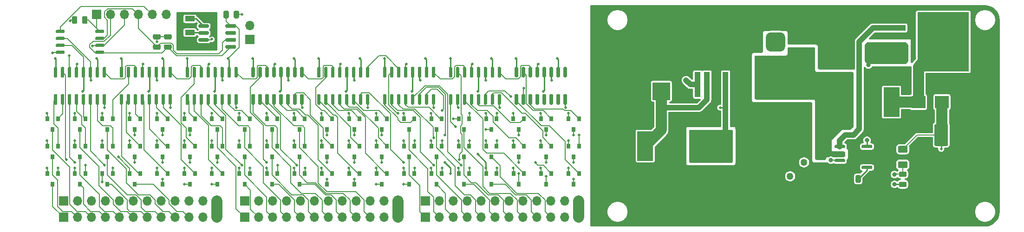
<source format=gbr>
%TF.GenerationSoftware,KiCad,Pcbnew,(5.1.5-131-g305ed0b65)-1*%
%TF.CreationDate,2020-09-08T16:10:38+08:00*%
%TF.ProjectId,NixieController,4e697869-6543-46f6-9e74-726f6c6c6572,rev?*%
%TF.SameCoordinates,Original*%
%TF.FileFunction,Copper,L1,Top*%
%TF.FilePolarity,Positive*%
%FSLAX46Y46*%
G04 Gerber Fmt 4.6, Leading zero omitted, Abs format (unit mm)*
G04 Created by KiCad (PCBNEW (5.1.5-131-g305ed0b65)-1) date 2020-09-08 16:10:38*
%MOMM*%
%LPD*%
G01*
G04 APERTURE LIST*
%TA.AperFunction,ComponentPad*%
%ADD10O,1.700000X1.700000*%
%TD*%
%TA.AperFunction,ComponentPad*%
%ADD11R,1.700000X1.700000*%
%TD*%
%TA.AperFunction,SMDPad,CuDef*%
%ADD12R,2.500000X2.300000*%
%TD*%
%TA.AperFunction,ComponentPad*%
%ADD13R,3.500000X3.500000*%
%TD*%
%TA.AperFunction,SMDPad,CuDef*%
%ADD14R,2.900000X5.400000*%
%TD*%
%TA.AperFunction,SMDPad,CuDef*%
%ADD15R,4.600000X1.100000*%
%TD*%
%TA.AperFunction,SMDPad,CuDef*%
%ADD16R,9.400000X10.800000*%
%TD*%
%TA.AperFunction,ComponentPad*%
%ADD17C,1.260000*%
%TD*%
%TA.AperFunction,ComponentPad*%
%ADD18R,3.200000X3.200000*%
%TD*%
%TA.AperFunction,ComponentPad*%
%ADD19O,3.200000X3.200000*%
%TD*%
%TA.AperFunction,SMDPad,CuDef*%
%ADD20R,0.800000X0.900000*%
%TD*%
%TA.AperFunction,SMDPad,CuDef*%
%ADD21R,1.100000X4.600000*%
%TD*%
%TA.AperFunction,SMDPad,CuDef*%
%ADD22R,10.800000X9.400000*%
%TD*%
%TA.AperFunction,SMDPad,CuDef*%
%ADD23R,1.800000X1.000000*%
%TD*%
%TA.AperFunction,ViaPad*%
%ADD24C,0.800000*%
%TD*%
%TA.AperFunction,ViaPad*%
%ADD25C,0.500000*%
%TD*%
%TA.AperFunction,Conductor*%
%ADD26C,1.000000*%
%TD*%
%TA.AperFunction,Conductor*%
%ADD27C,0.152400*%
%TD*%
%TA.AperFunction,Conductor*%
%ADD28C,2.000000*%
%TD*%
%TA.AperFunction,Conductor*%
%ADD29C,0.254000*%
%TD*%
%TA.AperFunction,Conductor*%
%ADD30C,0.250000*%
%TD*%
%TA.AperFunction,Conductor*%
%ADD31C,0.300000*%
%TD*%
G04 APERTURE END LIST*
%TO.P,C7,1*%
%TO.N,+5V*%
%TA.AperFunction,SMDPad,CuDef*%
G36*
G01*
X73362500Y-77543750D02*
X73362500Y-78456250D01*
G75*
G02*
X73118750Y-78700000I-243750J0D01*
G01*
X72631250Y-78700000D01*
G75*
G02*
X72387500Y-78456250I0J243750D01*
G01*
X72387500Y-77543750D01*
G75*
G02*
X72631250Y-77300000I243750J0D01*
G01*
X73118750Y-77300000D01*
G75*
G02*
X73362500Y-77543750I0J-243750D01*
G01*
G37*
%TD.AperFunction*%
%TO.P,C7,2*%
%TO.N,GND*%
%TA.AperFunction,SMDPad,CuDef*%
G36*
G01*
X71487500Y-77543750D02*
X71487500Y-78456250D01*
G75*
G02*
X71243750Y-78700000I-243750J0D01*
G01*
X70756250Y-78700000D01*
G75*
G02*
X70512500Y-78456250I0J243750D01*
G01*
X70512500Y-77543750D01*
G75*
G02*
X70756250Y-77300000I243750J0D01*
G01*
X71243750Y-77300000D01*
G75*
G02*
X71487500Y-77543750I0J-243750D01*
G01*
G37*
%TD.AperFunction*%
%TD*%
D10*
%TO.P,J8,2*%
%TO.N,GND*%
X103000000Y-79000000D03*
D11*
%TO.P,J8,1*%
%TO.N,Net-(BT1-Pad1)*%
X103000000Y-81540000D03*
%TD*%
%TO.P,C3,1*%
%TO.N,+12V*%
%TA.AperFunction,SMDPad,CuDef*%
G36*
G01*
X201975000Y-89850000D02*
X204025000Y-89850000D01*
G75*
G02*
X204275000Y-90100000I0J-250000D01*
G01*
X204275000Y-91675000D01*
G75*
G02*
X204025000Y-91925000I-250000J0D01*
G01*
X201975000Y-91925000D01*
G75*
G02*
X201725000Y-91675000I0J250000D01*
G01*
X201725000Y-90100000D01*
G75*
G02*
X201975000Y-89850000I250000J0D01*
G01*
G37*
%TD.AperFunction*%
%TO.P,C3,2*%
%TO.N,GND*%
%TA.AperFunction,SMDPad,CuDef*%
G36*
G01*
X201975000Y-96075000D02*
X204025000Y-96075000D01*
G75*
G02*
X204275000Y-96325000I0J-250000D01*
G01*
X204275000Y-97900000D01*
G75*
G02*
X204025000Y-98150000I-250000J0D01*
G01*
X201975000Y-98150000D01*
G75*
G02*
X201725000Y-97900000I0J250000D01*
G01*
X201725000Y-96325000D01*
G75*
G02*
X201975000Y-96075000I250000J0D01*
G01*
G37*
%TD.AperFunction*%
%TD*%
%TO.P,C4,2*%
%TO.N,GND*%
%TA.AperFunction,SMDPad,CuDef*%
G36*
G01*
X206543750Y-104450000D02*
X207456250Y-104450000D01*
G75*
G02*
X207700000Y-104693750I0J-243750D01*
G01*
X207700000Y-105181250D01*
G75*
G02*
X207456250Y-105425000I-243750J0D01*
G01*
X206543750Y-105425000D01*
G75*
G02*
X206300000Y-105181250I0J243750D01*
G01*
X206300000Y-104693750D01*
G75*
G02*
X206543750Y-104450000I243750J0D01*
G01*
G37*
%TD.AperFunction*%
%TO.P,C4,1*%
%TO.N,+12V*%
%TA.AperFunction,SMDPad,CuDef*%
G36*
G01*
X206543750Y-102575000D02*
X207456250Y-102575000D01*
G75*
G02*
X207700000Y-102818750I0J-243750D01*
G01*
X207700000Y-103306250D01*
G75*
G02*
X207456250Y-103550000I-243750J0D01*
G01*
X206543750Y-103550000D01*
G75*
G02*
X206300000Y-103306250I0J243750D01*
G01*
X206300000Y-102818750D01*
G75*
G02*
X206543750Y-102575000I243750J0D01*
G01*
G37*
%TD.AperFunction*%
%TD*%
%TO.P,C5,1*%
%TO.N,Net-(C5-Pad1)*%
%TA.AperFunction,SMDPad,CuDef*%
G36*
G01*
X214362500Y-106543750D02*
X214362500Y-107456250D01*
G75*
G02*
X214118750Y-107700000I-243750J0D01*
G01*
X213631250Y-107700000D01*
G75*
G02*
X213387500Y-107456250I0J243750D01*
G01*
X213387500Y-106543750D01*
G75*
G02*
X213631250Y-106300000I243750J0D01*
G01*
X214118750Y-106300000D01*
G75*
G02*
X214362500Y-106543750I0J-243750D01*
G01*
G37*
%TD.AperFunction*%
%TO.P,C5,2*%
%TO.N,GND*%
%TA.AperFunction,SMDPad,CuDef*%
G36*
G01*
X212487500Y-106543750D02*
X212487500Y-107456250D01*
G75*
G02*
X212243750Y-107700000I-243750J0D01*
G01*
X211756250Y-107700000D01*
G75*
G02*
X211512500Y-107456250I0J243750D01*
G01*
X211512500Y-106543750D01*
G75*
G02*
X211756250Y-106300000I243750J0D01*
G01*
X212243750Y-106300000D01*
G75*
G02*
X212487500Y-106543750I0J-243750D01*
G01*
G37*
%TD.AperFunction*%
%TD*%
%TO.P,C6,1*%
%TO.N,+180V*%
%TA.AperFunction,SMDPad,CuDef*%
G36*
G01*
X228000000Y-97000000D02*
X230000000Y-97000000D01*
G75*
G02*
X230250000Y-97250000I0J-250000D01*
G01*
X230250000Y-100750000D01*
G75*
G02*
X230000000Y-101000000I-250000J0D01*
G01*
X228000000Y-101000000D01*
G75*
G02*
X227750000Y-100750000I0J250000D01*
G01*
X227750000Y-97250000D01*
G75*
G02*
X228000000Y-97000000I250000J0D01*
G01*
G37*
%TD.AperFunction*%
%TO.P,C6,2*%
%TO.N,GND*%
%TA.AperFunction,SMDPad,CuDef*%
G36*
G01*
X228000000Y-105000000D02*
X230000000Y-105000000D01*
G75*
G02*
X230250000Y-105250000I0J-250000D01*
G01*
X230250000Y-108750000D01*
G75*
G02*
X230000000Y-109000000I-250000J0D01*
G01*
X228000000Y-109000000D01*
G75*
G02*
X227750000Y-108750000I0J250000D01*
G01*
X227750000Y-105250000D01*
G75*
G02*
X228000000Y-105000000I250000J0D01*
G01*
G37*
%TD.AperFunction*%
%TD*%
D12*
%TO.P,D2,1*%
%TO.N,+180V*%
X229150000Y-93000000D03*
%TO.P,D2,2*%
%TO.N,Net-(D2-Pad2)*%
X224850000Y-93000000D03*
%TD*%
D13*
%TO.P,J7,1*%
%TO.N,+12V*%
X203500000Y-85000000D03*
%TO.P,J7,2*%
%TO.N,GND*%
%TA.AperFunction,ComponentPad*%
G36*
G01*
X202500000Y-77500000D02*
X204500000Y-77500000D01*
G75*
G02*
X205250000Y-78250000I0J-750000D01*
G01*
X205250000Y-79750000D01*
G75*
G02*
X204500000Y-80500000I-750000J0D01*
G01*
X202500000Y-80500000D01*
G75*
G02*
X201750000Y-79750000I0J750000D01*
G01*
X201750000Y-78250000D01*
G75*
G02*
X202500000Y-77500000I750000J0D01*
G01*
G37*
%TD.AperFunction*%
%TO.P,J7,3*%
%TO.N,N/C*%
%TA.AperFunction,ComponentPad*%
G36*
G01*
X197925000Y-80250000D02*
X199675000Y-80250000D01*
G75*
G02*
X200550000Y-81125000I0J-875000D01*
G01*
X200550000Y-82875000D01*
G75*
G02*
X199675000Y-83750000I-875000J0D01*
G01*
X197925000Y-83750000D01*
G75*
G02*
X197050000Y-82875000I0J875000D01*
G01*
X197050000Y-81125000D01*
G75*
G02*
X197925000Y-80250000I875000J0D01*
G01*
G37*
%TD.AperFunction*%
%TD*%
D14*
%TO.P,L2,1*%
%TO.N,+12V*%
X210050000Y-93000000D03*
%TO.P,L2,2*%
%TO.N,Net-(D2-Pad2)*%
X219950000Y-93000000D03*
%TD*%
D15*
%TO.P,Q1,1*%
%TO.N,Net-(Q1-Pad1)*%
X220225000Y-79460000D03*
%TO.P,Q1,3*%
%TO.N,Net-(Q1-Pad3)*%
X220225000Y-84540000D03*
D16*
%TO.P,Q1,2*%
%TO.N,Net-(D2-Pad2)*%
X229375000Y-82000000D03*
%TD*%
%TO.P,R3,1*%
%TO.N,Net-(Q1-Pad3)*%
%TA.AperFunction,SMDPad,CuDef*%
G36*
G01*
X216575000Y-82574999D02*
X216575000Y-85425001D01*
G75*
G02*
X216325001Y-85675000I-249999J0D01*
G01*
X215474999Y-85675000D01*
G75*
G02*
X215225000Y-85425001I0J249999D01*
G01*
X215225000Y-82574999D01*
G75*
G02*
X215474999Y-82325000I249999J0D01*
G01*
X216325001Y-82325000D01*
G75*
G02*
X216575000Y-82574999I0J-249999D01*
G01*
G37*
%TD.AperFunction*%
%TO.P,R3,2*%
%TO.N,GND*%
%TA.AperFunction,SMDPad,CuDef*%
G36*
G01*
X210775000Y-82574999D02*
X210775000Y-85425001D01*
G75*
G02*
X210525001Y-85675000I-249999J0D01*
G01*
X209674999Y-85675000D01*
G75*
G02*
X209425000Y-85425001I0J249999D01*
G01*
X209425000Y-82574999D01*
G75*
G02*
X209674999Y-82325000I249999J0D01*
G01*
X210525001Y-82325000D01*
G75*
G02*
X210775000Y-82574999I0J-249999D01*
G01*
G37*
%TD.AperFunction*%
%TD*%
%TO.P,R4,1*%
%TO.N,+180V*%
%TA.AperFunction,SMDPad,CuDef*%
G36*
G01*
X221375000Y-100975000D02*
X222625000Y-100975000D01*
G75*
G02*
X222875000Y-101225000I0J-250000D01*
G01*
X222875000Y-101975000D01*
G75*
G02*
X222625000Y-102225000I-250000J0D01*
G01*
X221375000Y-102225000D01*
G75*
G02*
X221125000Y-101975000I0J250000D01*
G01*
X221125000Y-101225000D01*
G75*
G02*
X221375000Y-100975000I250000J0D01*
G01*
G37*
%TD.AperFunction*%
%TO.P,R4,2*%
%TO.N,Net-(R4-Pad2)*%
%TA.AperFunction,SMDPad,CuDef*%
G36*
G01*
X221375000Y-103775000D02*
X222625000Y-103775000D01*
G75*
G02*
X222875000Y-104025000I0J-250000D01*
G01*
X222875000Y-104775000D01*
G75*
G02*
X222625000Y-105025000I-250000J0D01*
G01*
X221375000Y-105025000D01*
G75*
G02*
X221125000Y-104775000I0J250000D01*
G01*
X221125000Y-104025000D01*
G75*
G02*
X221375000Y-103775000I250000J0D01*
G01*
G37*
%TD.AperFunction*%
%TD*%
%TO.P,R5,1*%
%TO.N,Net-(R4-Pad2)*%
%TA.AperFunction,SMDPad,CuDef*%
G36*
G01*
X221543750Y-105637500D02*
X222456250Y-105637500D01*
G75*
G02*
X222700000Y-105881250I0J-243750D01*
G01*
X222700000Y-106368750D01*
G75*
G02*
X222456250Y-106612500I-243750J0D01*
G01*
X221543750Y-106612500D01*
G75*
G02*
X221300000Y-106368750I0J243750D01*
G01*
X221300000Y-105881250D01*
G75*
G02*
X221543750Y-105637500I243750J0D01*
G01*
G37*
%TD.AperFunction*%
%TO.P,R5,2*%
%TO.N,Net-(R5-Pad2)*%
%TA.AperFunction,SMDPad,CuDef*%
G36*
G01*
X221543750Y-107512500D02*
X222456250Y-107512500D01*
G75*
G02*
X222700000Y-107756250I0J-243750D01*
G01*
X222700000Y-108243750D01*
G75*
G02*
X222456250Y-108487500I-243750J0D01*
G01*
X221543750Y-108487500D01*
G75*
G02*
X221300000Y-108243750I0J243750D01*
G01*
X221300000Y-107756250D01*
G75*
G02*
X221543750Y-107512500I243750J0D01*
G01*
G37*
%TD.AperFunction*%
%TD*%
%TO.P,U4,1*%
%TO.N,Net-(Q1-Pad1)*%
%TA.AperFunction,SMDPad,CuDef*%
G36*
G01*
X209550000Y-101245000D02*
X209550000Y-100945000D01*
G75*
G02*
X209700000Y-100795000I150000J0D01*
G01*
X211350000Y-100795000D01*
G75*
G02*
X211500000Y-100945000I0J-150000D01*
G01*
X211500000Y-101245000D01*
G75*
G02*
X211350000Y-101395000I-150000J0D01*
G01*
X209700000Y-101395000D01*
G75*
G02*
X209550000Y-101245000I0J150000D01*
G01*
G37*
%TD.AperFunction*%
%TO.P,U4,2*%
%TO.N,+12V*%
%TA.AperFunction,SMDPad,CuDef*%
G36*
G01*
X209550000Y-102515000D02*
X209550000Y-102215000D01*
G75*
G02*
X209700000Y-102065000I150000J0D01*
G01*
X211350000Y-102065000D01*
G75*
G02*
X211500000Y-102215000I0J-150000D01*
G01*
X211500000Y-102515000D01*
G75*
G02*
X211350000Y-102665000I-150000J0D01*
G01*
X209700000Y-102665000D01*
G75*
G02*
X209550000Y-102515000I0J150000D01*
G01*
G37*
%TD.AperFunction*%
%TO.P,U4,3*%
%TO.N,Net-(R4-Pad2)*%
%TA.AperFunction,SMDPad,CuDef*%
G36*
G01*
X209550000Y-103785000D02*
X209550000Y-103485000D01*
G75*
G02*
X209700000Y-103335000I150000J0D01*
G01*
X211350000Y-103335000D01*
G75*
G02*
X211500000Y-103485000I0J-150000D01*
G01*
X211500000Y-103785000D01*
G75*
G02*
X211350000Y-103935000I-150000J0D01*
G01*
X209700000Y-103935000D01*
G75*
G02*
X209550000Y-103785000I0J150000D01*
G01*
G37*
%TD.AperFunction*%
%TO.P,U4,4*%
%TO.N,GND*%
%TA.AperFunction,SMDPad,CuDef*%
G36*
G01*
X209550000Y-105055000D02*
X209550000Y-104755000D01*
G75*
G02*
X209700000Y-104605000I150000J0D01*
G01*
X211350000Y-104605000D01*
G75*
G02*
X211500000Y-104755000I0J-150000D01*
G01*
X211500000Y-105055000D01*
G75*
G02*
X211350000Y-105205000I-150000J0D01*
G01*
X209700000Y-105205000D01*
G75*
G02*
X209550000Y-105055000I0J150000D01*
G01*
G37*
%TD.AperFunction*%
%TO.P,U4,5*%
%TO.N,Net-(C5-Pad1)*%
%TA.AperFunction,SMDPad,CuDef*%
G36*
G01*
X214500000Y-105055000D02*
X214500000Y-104755000D01*
G75*
G02*
X214650000Y-104605000I150000J0D01*
G01*
X216300000Y-104605000D01*
G75*
G02*
X216450000Y-104755000I0J-150000D01*
G01*
X216450000Y-105055000D01*
G75*
G02*
X216300000Y-105205000I-150000J0D01*
G01*
X214650000Y-105205000D01*
G75*
G02*
X214500000Y-105055000I0J150000D01*
G01*
G37*
%TD.AperFunction*%
%TO.P,U4,6*%
%TO.N,GND*%
%TA.AperFunction,SMDPad,CuDef*%
G36*
G01*
X214500000Y-103785000D02*
X214500000Y-103485000D01*
G75*
G02*
X214650000Y-103335000I150000J0D01*
G01*
X216300000Y-103335000D01*
G75*
G02*
X216450000Y-103485000I0J-150000D01*
G01*
X216450000Y-103785000D01*
G75*
G02*
X216300000Y-103935000I-150000J0D01*
G01*
X214650000Y-103935000D01*
G75*
G02*
X214500000Y-103785000I0J150000D01*
G01*
G37*
%TD.AperFunction*%
%TO.P,U4,7*%
%TA.AperFunction,SMDPad,CuDef*%
G36*
G01*
X214500000Y-102515000D02*
X214500000Y-102215000D01*
G75*
G02*
X214650000Y-102065000I150000J0D01*
G01*
X216300000Y-102065000D01*
G75*
G02*
X216450000Y-102215000I0J-150000D01*
G01*
X216450000Y-102515000D01*
G75*
G02*
X216300000Y-102665000I-150000J0D01*
G01*
X214650000Y-102665000D01*
G75*
G02*
X214500000Y-102515000I0J150000D01*
G01*
G37*
%TD.AperFunction*%
%TO.P,U4,8*%
%TO.N,Net-(Q1-Pad3)*%
%TA.AperFunction,SMDPad,CuDef*%
G36*
G01*
X214500000Y-101245000D02*
X214500000Y-100945000D01*
G75*
G02*
X214650000Y-100795000I150000J0D01*
G01*
X216300000Y-100795000D01*
G75*
G02*
X216450000Y-100945000I0J-150000D01*
G01*
X216450000Y-101245000D01*
G75*
G02*
X216300000Y-101395000I-150000J0D01*
G01*
X214650000Y-101395000D01*
G75*
G02*
X214500000Y-101245000I0J150000D01*
G01*
G37*
%TD.AperFunction*%
%TD*%
D17*
%TO.P,RV1,3*%
%TO.N,GND*%
X198920000Y-104000000D03*
%TO.P,RV1,2*%
%TO.N,Net-(R5-Pad2)*%
X201460000Y-106540000D03*
%TO.P,RV1,1*%
%TO.N,Net-(RV1-Pad1)*%
X204000000Y-104000000D03*
%TD*%
D18*
%TO.P,D1,1*%
%TO.N,Net-(D1-Pad1)*%
X178000000Y-91000000D03*
D19*
%TO.P,D1,2*%
%TO.N,GND*%
X178000000Y-78300000D03*
%TD*%
D14*
%TO.P,L1,1*%
%TO.N,Net-(D1-Pad1)*%
X175050000Y-101000000D03*
%TO.P,L1,2*%
%TO.N,+5V*%
X184950000Y-101000000D03*
%TD*%
D20*
%TO.P,Q2,3*%
%TO.N,/D0*%
X67000000Y-108000000D03*
%TO.P,Q2,2*%
%TO.N,GND*%
X66050000Y-106000000D03*
%TO.P,Q2,1*%
%TO.N,/C0*%
X67950000Y-106000000D03*
%TD*%
%TO.P,Q3,1*%
%TO.N,/C1*%
X67950000Y-101000000D03*
%TO.P,Q3,2*%
%TO.N,GND*%
X66050000Y-101000000D03*
%TO.P,Q3,3*%
%TO.N,/D1*%
X67000000Y-103000000D03*
%TD*%
%TO.P,Q4,3*%
%TO.N,/D2*%
X67000000Y-98000000D03*
%TO.P,Q4,2*%
%TO.N,GND*%
X66050000Y-96000000D03*
%TO.P,Q4,1*%
%TO.N,/C2*%
X67950000Y-96000000D03*
%TD*%
%TO.P,Q5,1*%
%TO.N,/C3*%
X72950000Y-106000000D03*
%TO.P,Q5,2*%
%TO.N,GND*%
X71050000Y-106000000D03*
%TO.P,Q5,3*%
%TO.N,/D3*%
X72000000Y-108000000D03*
%TD*%
%TO.P,Q6,3*%
%TO.N,/D4*%
X72000000Y-103000000D03*
%TO.P,Q6,2*%
%TO.N,GND*%
X71050000Y-101000000D03*
%TO.P,Q6,1*%
%TO.N,/C4*%
X72950000Y-101000000D03*
%TD*%
%TO.P,Q7,1*%
%TO.N,/C5*%
X72950000Y-96000000D03*
%TO.P,Q7,2*%
%TO.N,GND*%
X71050000Y-96000000D03*
%TO.P,Q7,3*%
%TO.N,/D5*%
X72000000Y-98000000D03*
%TD*%
%TO.P,Q8,3*%
%TO.N,/D6*%
X77000000Y-108000000D03*
%TO.P,Q8,2*%
%TO.N,GND*%
X76050000Y-106000000D03*
%TO.P,Q8,1*%
%TO.N,/C6*%
X77950000Y-106000000D03*
%TD*%
%TO.P,Q9,1*%
%TO.N,/C7*%
X77950000Y-101000000D03*
%TO.P,Q9,2*%
%TO.N,GND*%
X76050000Y-101000000D03*
%TO.P,Q9,3*%
%TO.N,/D7*%
X77000000Y-103000000D03*
%TD*%
%TO.P,Q10,3*%
%TO.N,/D8*%
X77000000Y-98000000D03*
%TO.P,Q10,2*%
%TO.N,GND*%
X76050000Y-96000000D03*
%TO.P,Q10,1*%
%TO.N,/C8*%
X77950000Y-96000000D03*
%TD*%
%TO.P,Q11,3*%
%TO.N,/D9*%
X82000000Y-108000000D03*
%TO.P,Q11,2*%
%TO.N,GND*%
X81050000Y-106000000D03*
%TO.P,Q11,1*%
%TO.N,/C9*%
X82950000Y-106000000D03*
%TD*%
%TO.P,Q12,3*%
%TO.N,/D10*%
X82000000Y-103000000D03*
%TO.P,Q12,2*%
%TO.N,GND*%
X81050000Y-101000000D03*
%TO.P,Q12,1*%
%TO.N,/C10*%
X82950000Y-101000000D03*
%TD*%
%TO.P,Q13,1*%
%TO.N,/C11*%
X82950000Y-96000000D03*
%TO.P,Q13,2*%
%TO.N,GND*%
X81050000Y-96000000D03*
%TO.P,Q13,3*%
%TO.N,/D11*%
X82000000Y-98000000D03*
%TD*%
%TO.P,Q14,3*%
%TO.N,/D12*%
X87000000Y-108000000D03*
%TO.P,Q14,2*%
%TO.N,GND*%
X86050000Y-106000000D03*
%TO.P,Q14,1*%
%TO.N,/C12*%
X87950000Y-106000000D03*
%TD*%
%TO.P,Q15,1*%
%TO.N,/C13*%
X87950000Y-101000000D03*
%TO.P,Q15,2*%
%TO.N,GND*%
X86050000Y-101000000D03*
%TO.P,Q15,3*%
%TO.N,/D13*%
X87000000Y-103000000D03*
%TD*%
%TO.P,Q16,3*%
%TO.N,/D14*%
X87000000Y-98000000D03*
%TO.P,Q16,2*%
%TO.N,GND*%
X86050000Y-96000000D03*
%TO.P,Q16,1*%
%TO.N,/C14*%
X87950000Y-96000000D03*
%TD*%
%TO.P,Q17,1*%
%TO.N,/C15*%
X92950000Y-106000000D03*
%TO.P,Q17,2*%
%TO.N,GND*%
X91050000Y-106000000D03*
%TO.P,Q17,3*%
%TO.N,/D15*%
X92000000Y-108000000D03*
%TD*%
%TO.P,Q18,3*%
%TO.N,/D16*%
X92000000Y-103000000D03*
%TO.P,Q18,2*%
%TO.N,GND*%
X91050000Y-101000000D03*
%TO.P,Q18,1*%
%TO.N,/C16*%
X92950000Y-101000000D03*
%TD*%
%TO.P,Q19,1*%
%TO.N,/C17*%
X92950000Y-96000000D03*
%TO.P,Q19,2*%
%TO.N,GND*%
X91050000Y-96000000D03*
%TO.P,Q19,3*%
%TO.N,/D17*%
X92000000Y-98000000D03*
%TD*%
%TO.P,Q20,3*%
%TO.N,/D18*%
X97000000Y-108000000D03*
%TO.P,Q20,2*%
%TO.N,GND*%
X96050000Y-106000000D03*
%TO.P,Q20,1*%
%TO.N,/C18*%
X97950000Y-106000000D03*
%TD*%
%TO.P,Q21,1*%
%TO.N,/C19*%
X97950000Y-101000000D03*
%TO.P,Q21,2*%
%TO.N,GND*%
X96050000Y-101000000D03*
%TO.P,Q21,3*%
%TO.N,/D19*%
X97000000Y-103000000D03*
%TD*%
%TO.P,Q22,3*%
%TO.N,/D20*%
X97000000Y-98000000D03*
%TO.P,Q22,2*%
%TO.N,GND*%
X96050000Y-96000000D03*
%TO.P,Q22,1*%
%TO.N,/C20*%
X97950000Y-96000000D03*
%TD*%
%TO.P,Q23,1*%
%TO.N,/C21*%
X102950000Y-106000000D03*
%TO.P,Q23,2*%
%TO.N,GND*%
X101050000Y-106000000D03*
%TO.P,Q23,3*%
%TO.N,/D21*%
X102000000Y-108000000D03*
%TD*%
%TO.P,Q24,3*%
%TO.N,/D22*%
X102000000Y-103000000D03*
%TO.P,Q24,2*%
%TO.N,GND*%
X101050000Y-101000000D03*
%TO.P,Q24,1*%
%TO.N,/C22*%
X102950000Y-101000000D03*
%TD*%
%TO.P,Q25,1*%
%TO.N,/C23*%
X102950000Y-96000000D03*
%TO.P,Q25,2*%
%TO.N,GND*%
X101050000Y-96000000D03*
%TO.P,Q25,3*%
%TO.N,/D23*%
X102000000Y-98000000D03*
%TD*%
%TO.P,Q26,3*%
%TO.N,/D24*%
X107000000Y-108000000D03*
%TO.P,Q26,2*%
%TO.N,GND*%
X106050000Y-106000000D03*
%TO.P,Q26,1*%
%TO.N,/C24*%
X107950000Y-106000000D03*
%TD*%
%TO.P,Q27,1*%
%TO.N,/C25*%
X107950000Y-101000000D03*
%TO.P,Q27,2*%
%TO.N,GND*%
X106050000Y-101000000D03*
%TO.P,Q27,3*%
%TO.N,/D25*%
X107000000Y-103000000D03*
%TD*%
%TO.P,Q28,3*%
%TO.N,/D26*%
X107000000Y-98000000D03*
%TO.P,Q28,2*%
%TO.N,GND*%
X106050000Y-96000000D03*
%TO.P,Q28,1*%
%TO.N,/C26*%
X107950000Y-96000000D03*
%TD*%
%TO.P,Q29,1*%
%TO.N,/C27*%
X112950000Y-106000000D03*
%TO.P,Q29,2*%
%TO.N,GND*%
X111050000Y-106000000D03*
%TO.P,Q29,3*%
%TO.N,/D27*%
X112000000Y-108000000D03*
%TD*%
%TO.P,Q30,1*%
%TO.N,/C28*%
X112950000Y-101000000D03*
%TO.P,Q30,2*%
%TO.N,GND*%
X111050000Y-101000000D03*
%TO.P,Q30,3*%
%TO.N,/D28*%
X112000000Y-103000000D03*
%TD*%
%TO.P,Q31,1*%
%TO.N,/C29*%
X112950000Y-96000000D03*
%TO.P,Q31,2*%
%TO.N,GND*%
X111050000Y-96000000D03*
%TO.P,Q31,3*%
%TO.N,/D29*%
X112000000Y-98000000D03*
%TD*%
%TO.P,Q32,3*%
%TO.N,/D30*%
X117000000Y-108000000D03*
%TO.P,Q32,2*%
%TO.N,GND*%
X116050000Y-106000000D03*
%TO.P,Q32,1*%
%TO.N,/C30*%
X117950000Y-106000000D03*
%TD*%
%TO.P,Q33,1*%
%TO.N,/C31*%
X117950000Y-101000000D03*
%TO.P,Q33,2*%
%TO.N,GND*%
X116050000Y-101000000D03*
%TO.P,Q33,3*%
%TO.N,/D31*%
X117000000Y-103000000D03*
%TD*%
%TO.P,Q34,3*%
%TO.N,/D32*%
X117000000Y-98000000D03*
%TO.P,Q34,2*%
%TO.N,GND*%
X116050000Y-96000000D03*
%TO.P,Q34,1*%
%TO.N,/C32*%
X117950000Y-96000000D03*
%TD*%
%TO.P,Q35,1*%
%TO.N,/C33*%
X122950000Y-106000000D03*
%TO.P,Q35,2*%
%TO.N,GND*%
X121050000Y-106000000D03*
%TO.P,Q35,3*%
%TO.N,/D33*%
X122000000Y-108000000D03*
%TD*%
%TO.P,Q36,3*%
%TO.N,/D34*%
X122000000Y-103000000D03*
%TO.P,Q36,2*%
%TO.N,GND*%
X121050000Y-101000000D03*
%TO.P,Q36,1*%
%TO.N,/C34*%
X122950000Y-101000000D03*
%TD*%
%TO.P,Q37,3*%
%TO.N,/D35*%
X122000000Y-98000000D03*
%TO.P,Q37,2*%
%TO.N,GND*%
X121050000Y-96000000D03*
%TO.P,Q37,1*%
%TO.N,/C35*%
X122950000Y-96000000D03*
%TD*%
%TO.P,Q38,1*%
%TO.N,/C36*%
X127950000Y-106000000D03*
%TO.P,Q38,2*%
%TO.N,GND*%
X126050000Y-106000000D03*
%TO.P,Q38,3*%
%TO.N,/D36*%
X127000000Y-108000000D03*
%TD*%
%TO.P,Q39,3*%
%TO.N,/D37*%
X127000000Y-103000000D03*
%TO.P,Q39,2*%
%TO.N,GND*%
X126050000Y-101000000D03*
%TO.P,Q39,1*%
%TO.N,/C37*%
X127950000Y-101000000D03*
%TD*%
%TO.P,Q40,1*%
%TO.N,/C38*%
X127950000Y-96000000D03*
%TO.P,Q40,2*%
%TO.N,GND*%
X126050000Y-96000000D03*
%TO.P,Q40,3*%
%TO.N,/D38*%
X127000000Y-98000000D03*
%TD*%
%TO.P,Q41,3*%
%TO.N,/D39*%
X132000000Y-108000000D03*
%TO.P,Q41,2*%
%TO.N,GND*%
X131050000Y-106000000D03*
%TO.P,Q41,1*%
%TO.N,/C39*%
X132950000Y-106000000D03*
%TD*%
%TO.P,Q42,1*%
%TO.N,/C40*%
X132950000Y-101000000D03*
%TO.P,Q42,2*%
%TO.N,GND*%
X131050000Y-101000000D03*
%TO.P,Q42,3*%
%TO.N,/D40*%
X132000000Y-103000000D03*
%TD*%
%TO.P,Q43,3*%
%TO.N,/D41*%
X132000000Y-98000000D03*
%TO.P,Q43,2*%
%TO.N,GND*%
X131050000Y-96000000D03*
%TO.P,Q43,1*%
%TO.N,/C41*%
X132950000Y-96000000D03*
%TD*%
%TO.P,Q44,1*%
%TO.N,/C42*%
X137950000Y-106000000D03*
%TO.P,Q44,2*%
%TO.N,GND*%
X136050000Y-106000000D03*
%TO.P,Q44,3*%
%TO.N,/D42*%
X137000000Y-108000000D03*
%TD*%
%TO.P,Q45,3*%
%TO.N,/D43*%
X137000000Y-103000000D03*
%TO.P,Q45,2*%
%TO.N,GND*%
X136050000Y-101000000D03*
%TO.P,Q45,1*%
%TO.N,/C43*%
X137950000Y-101000000D03*
%TD*%
%TO.P,Q46,1*%
%TO.N,/C44*%
X137950000Y-96000000D03*
%TO.P,Q46,2*%
%TO.N,GND*%
X136050000Y-96000000D03*
%TO.P,Q46,3*%
%TO.N,/D44*%
X137000000Y-98000000D03*
%TD*%
%TO.P,Q47,3*%
%TO.N,/D45*%
X142000000Y-108000000D03*
%TO.P,Q47,2*%
%TO.N,GND*%
X141050000Y-106000000D03*
%TO.P,Q47,1*%
%TO.N,/C45*%
X142950000Y-106000000D03*
%TD*%
%TO.P,Q48,1*%
%TO.N,/C46*%
X142950000Y-101000000D03*
%TO.P,Q48,2*%
%TO.N,GND*%
X141050000Y-101000000D03*
%TO.P,Q48,3*%
%TO.N,/D46*%
X142000000Y-103000000D03*
%TD*%
%TO.P,Q49,1*%
%TO.N,/C47*%
X142950000Y-96000000D03*
%TO.P,Q49,2*%
%TO.N,GND*%
X141050000Y-96000000D03*
%TO.P,Q49,3*%
%TO.N,/D47*%
X142000000Y-98000000D03*
%TD*%
%TO.P,Q50,1*%
%TO.N,/C48*%
X147950000Y-106000000D03*
%TO.P,Q50,2*%
%TO.N,GND*%
X146050000Y-106000000D03*
%TO.P,Q50,3*%
%TO.N,/D48*%
X147000000Y-108000000D03*
%TD*%
%TO.P,Q51,3*%
%TO.N,/D49*%
X147000000Y-103000000D03*
%TO.P,Q51,2*%
%TO.N,GND*%
X146050000Y-101000000D03*
%TO.P,Q51,1*%
%TO.N,/C49*%
X147950000Y-101000000D03*
%TD*%
%TO.P,Q52,1*%
%TO.N,/C50*%
X147950000Y-96000000D03*
%TO.P,Q52,2*%
%TO.N,GND*%
X146050000Y-96000000D03*
%TO.P,Q52,3*%
%TO.N,/D50*%
X147000000Y-98000000D03*
%TD*%
%TO.P,Q53,3*%
%TO.N,/D51*%
X152000000Y-108000000D03*
%TO.P,Q53,2*%
%TO.N,GND*%
X151050000Y-106000000D03*
%TO.P,Q53,1*%
%TO.N,/C51*%
X152950000Y-106000000D03*
%TD*%
%TO.P,Q54,1*%
%TO.N,/C52*%
X152950000Y-101000000D03*
%TO.P,Q54,2*%
%TO.N,GND*%
X151050000Y-101000000D03*
%TO.P,Q54,3*%
%TO.N,/D52*%
X152000000Y-103000000D03*
%TD*%
%TO.P,Q55,3*%
%TO.N,/D53*%
X151950000Y-98000000D03*
%TO.P,Q55,2*%
%TO.N,GND*%
X151000000Y-96000000D03*
%TO.P,Q55,1*%
%TO.N,/C53*%
X152900000Y-96000000D03*
%TD*%
%TO.P,Q56,1*%
%TO.N,/C54*%
X157950000Y-106000000D03*
%TO.P,Q56,2*%
%TO.N,GND*%
X156050000Y-106000000D03*
%TO.P,Q56,3*%
%TO.N,/D54*%
X157000000Y-108000000D03*
%TD*%
%TO.P,Q57,3*%
%TO.N,/D55*%
X157000000Y-103000000D03*
%TO.P,Q57,2*%
%TO.N,GND*%
X156050000Y-101000000D03*
%TO.P,Q57,1*%
%TO.N,/C55*%
X157950000Y-101000000D03*
%TD*%
%TO.P,Q58,1*%
%TO.N,/C56*%
X157950000Y-96000000D03*
%TO.P,Q58,2*%
%TO.N,GND*%
X156050000Y-96000000D03*
%TO.P,Q58,3*%
%TO.N,/D56*%
X157000000Y-98000000D03*
%TD*%
%TO.P,Q59,3*%
%TO.N,/D57*%
X162000000Y-108000000D03*
%TO.P,Q59,2*%
%TO.N,GND*%
X161050000Y-106000000D03*
%TO.P,Q59,1*%
%TO.N,/C57*%
X162950000Y-106000000D03*
%TD*%
%TO.P,Q60,1*%
%TO.N,/C58*%
X162950000Y-101000000D03*
%TO.P,Q60,2*%
%TO.N,GND*%
X161050000Y-101000000D03*
%TO.P,Q60,3*%
%TO.N,/D58*%
X162000000Y-103000000D03*
%TD*%
%TO.P,Q61,3*%
%TO.N,/D59*%
X162000000Y-98000000D03*
%TO.P,Q61,2*%
%TO.N,GND*%
X161050000Y-96000000D03*
%TO.P,Q61,1*%
%TO.N,/C59*%
X162950000Y-96000000D03*
%TD*%
%TO.P,R1,1*%
%TO.N,+5V*%
%TA.AperFunction,SMDPad,CuDef*%
G36*
G01*
X85543750Y-80575000D02*
X86456250Y-80575000D01*
G75*
G02*
X86700000Y-80818750I0J-243750D01*
G01*
X86700000Y-81306250D01*
G75*
G02*
X86456250Y-81550000I-243750J0D01*
G01*
X85543750Y-81550000D01*
G75*
G02*
X85300000Y-81306250I0J243750D01*
G01*
X85300000Y-80818750D01*
G75*
G02*
X85543750Y-80575000I243750J0D01*
G01*
G37*
%TD.AperFunction*%
%TO.P,R1,2*%
%TO.N,/SCK*%
%TA.AperFunction,SMDPad,CuDef*%
G36*
G01*
X85543750Y-82450000D02*
X86456250Y-82450000D01*
G75*
G02*
X86700000Y-82693750I0J-243750D01*
G01*
X86700000Y-83181250D01*
G75*
G02*
X86456250Y-83425000I-243750J0D01*
G01*
X85543750Y-83425000D01*
G75*
G02*
X85300000Y-83181250I0J243750D01*
G01*
X85300000Y-82693750D01*
G75*
G02*
X85543750Y-82450000I243750J0D01*
G01*
G37*
%TD.AperFunction*%
%TD*%
%TO.P,R2,2*%
%TO.N,/MOSI*%
%TA.AperFunction,SMDPad,CuDef*%
G36*
G01*
X87543750Y-82450000D02*
X88456250Y-82450000D01*
G75*
G02*
X88700000Y-82693750I0J-243750D01*
G01*
X88700000Y-83181250D01*
G75*
G02*
X88456250Y-83425000I-243750J0D01*
G01*
X87543750Y-83425000D01*
G75*
G02*
X87300000Y-83181250I0J243750D01*
G01*
X87300000Y-82693750D01*
G75*
G02*
X87543750Y-82450000I243750J0D01*
G01*
G37*
%TD.AperFunction*%
%TO.P,R2,1*%
%TO.N,+5V*%
%TA.AperFunction,SMDPad,CuDef*%
G36*
G01*
X87543750Y-80575000D02*
X88456250Y-80575000D01*
G75*
G02*
X88700000Y-80818750I0J-243750D01*
G01*
X88700000Y-81306250D01*
G75*
G02*
X88456250Y-81550000I-243750J0D01*
G01*
X87543750Y-81550000D01*
G75*
G02*
X87300000Y-81306250I0J243750D01*
G01*
X87300000Y-80818750D01*
G75*
G02*
X87543750Y-80575000I243750J0D01*
G01*
G37*
%TD.AperFunction*%
%TD*%
%TO.P,U1,1*%
%TO.N,/RST*%
%TA.AperFunction,SMDPad,CuDef*%
G36*
G01*
X67600000Y-80245000D02*
X67600000Y-79945000D01*
G75*
G02*
X67750000Y-79795000I150000J0D01*
G01*
X69050000Y-79795000D01*
G75*
G02*
X69200000Y-79945000I0J-150000D01*
G01*
X69200000Y-80245000D01*
G75*
G02*
X69050000Y-80395000I-150000J0D01*
G01*
X67750000Y-80395000D01*
G75*
G02*
X67600000Y-80245000I0J150000D01*
G01*
G37*
%TD.AperFunction*%
%TO.P,U1,2*%
%TO.N,/SRCLK*%
%TA.AperFunction,SMDPad,CuDef*%
G36*
G01*
X67600000Y-81515000D02*
X67600000Y-81215000D01*
G75*
G02*
X67750000Y-81065000I150000J0D01*
G01*
X69050000Y-81065000D01*
G75*
G02*
X69200000Y-81215000I0J-150000D01*
G01*
X69200000Y-81515000D01*
G75*
G02*
X69050000Y-81665000I-150000J0D01*
G01*
X67750000Y-81665000D01*
G75*
G02*
X67600000Y-81515000I0J150000D01*
G01*
G37*
%TD.AperFunction*%
%TO.P,U1,3*%
%TO.N,/RCLK*%
%TA.AperFunction,SMDPad,CuDef*%
G36*
G01*
X67600000Y-82785000D02*
X67600000Y-82485000D01*
G75*
G02*
X67750000Y-82335000I150000J0D01*
G01*
X69050000Y-82335000D01*
G75*
G02*
X69200000Y-82485000I0J-150000D01*
G01*
X69200000Y-82785000D01*
G75*
G02*
X69050000Y-82935000I-150000J0D01*
G01*
X67750000Y-82935000D01*
G75*
G02*
X67600000Y-82785000I0J150000D01*
G01*
G37*
%TD.AperFunction*%
%TO.P,U1,4*%
%TO.N,GND*%
%TA.AperFunction,SMDPad,CuDef*%
G36*
G01*
X67600000Y-84055000D02*
X67600000Y-83755000D01*
G75*
G02*
X67750000Y-83605000I150000J0D01*
G01*
X69050000Y-83605000D01*
G75*
G02*
X69200000Y-83755000I0J-150000D01*
G01*
X69200000Y-84055000D01*
G75*
G02*
X69050000Y-84205000I-150000J0D01*
G01*
X67750000Y-84205000D01*
G75*
G02*
X67600000Y-84055000I0J150000D01*
G01*
G37*
%TD.AperFunction*%
%TO.P,U1,5*%
%TO.N,/MOSI*%
%TA.AperFunction,SMDPad,CuDef*%
G36*
G01*
X74800000Y-84055000D02*
X74800000Y-83755000D01*
G75*
G02*
X74950000Y-83605000I150000J0D01*
G01*
X76250000Y-83605000D01*
G75*
G02*
X76400000Y-83755000I0J-150000D01*
G01*
X76400000Y-84055000D01*
G75*
G02*
X76250000Y-84205000I-150000J0D01*
G01*
X74950000Y-84205000D01*
G75*
G02*
X74800000Y-84055000I0J150000D01*
G01*
G37*
%TD.AperFunction*%
%TO.P,U1,6*%
%TO.N,/MISO*%
%TA.AperFunction,SMDPad,CuDef*%
G36*
G01*
X74800000Y-82785000D02*
X74800000Y-82485000D01*
G75*
G02*
X74950000Y-82335000I150000J0D01*
G01*
X76250000Y-82335000D01*
G75*
G02*
X76400000Y-82485000I0J-150000D01*
G01*
X76400000Y-82785000D01*
G75*
G02*
X76250000Y-82935000I-150000J0D01*
G01*
X74950000Y-82935000D01*
G75*
G02*
X74800000Y-82785000I0J150000D01*
G01*
G37*
%TD.AperFunction*%
%TO.P,U1,7*%
%TO.N,/SCK*%
%TA.AperFunction,SMDPad,CuDef*%
G36*
G01*
X74800000Y-81515000D02*
X74800000Y-81215000D01*
G75*
G02*
X74950000Y-81065000I150000J0D01*
G01*
X76250000Y-81065000D01*
G75*
G02*
X76400000Y-81215000I0J-150000D01*
G01*
X76400000Y-81515000D01*
G75*
G02*
X76250000Y-81665000I-150000J0D01*
G01*
X74950000Y-81665000D01*
G75*
G02*
X74800000Y-81515000I0J150000D01*
G01*
G37*
%TD.AperFunction*%
%TO.P,U1,8*%
%TO.N,+5V*%
%TA.AperFunction,SMDPad,CuDef*%
G36*
G01*
X74800000Y-80245000D02*
X74800000Y-79945000D01*
G75*
G02*
X74950000Y-79795000I150000J0D01*
G01*
X76250000Y-79795000D01*
G75*
G02*
X76400000Y-79945000I0J-150000D01*
G01*
X76400000Y-80245000D01*
G75*
G02*
X76250000Y-80395000I-150000J0D01*
G01*
X74950000Y-80395000D01*
G75*
G02*
X74800000Y-80245000I0J150000D01*
G01*
G37*
%TD.AperFunction*%
%TD*%
%TO.P,U2,1*%
%TO.N,Net-(U2-Pad1)*%
%TA.AperFunction,SMDPad,CuDef*%
G36*
G01*
X93550000Y-79245000D02*
X93550000Y-78945000D01*
G75*
G02*
X93700000Y-78795000I150000J0D01*
G01*
X95350000Y-78795000D01*
G75*
G02*
X95500000Y-78945000I0J-150000D01*
G01*
X95500000Y-79245000D01*
G75*
G02*
X95350000Y-79395000I-150000J0D01*
G01*
X93700000Y-79395000D01*
G75*
G02*
X93550000Y-79245000I0J150000D01*
G01*
G37*
%TD.AperFunction*%
%TO.P,U2,2*%
%TO.N,Net-(U2-Pad2)*%
%TA.AperFunction,SMDPad,CuDef*%
G36*
G01*
X93550000Y-80515000D02*
X93550000Y-80215000D01*
G75*
G02*
X93700000Y-80065000I150000J0D01*
G01*
X95350000Y-80065000D01*
G75*
G02*
X95500000Y-80215000I0J-150000D01*
G01*
X95500000Y-80515000D01*
G75*
G02*
X95350000Y-80665000I-150000J0D01*
G01*
X93700000Y-80665000D01*
G75*
G02*
X93550000Y-80515000I0J150000D01*
G01*
G37*
%TD.AperFunction*%
%TO.P,U2,3*%
%TO.N,Net-(BT1-Pad1)*%
%TA.AperFunction,SMDPad,CuDef*%
G36*
G01*
X93550000Y-81785000D02*
X93550000Y-81485000D01*
G75*
G02*
X93700000Y-81335000I150000J0D01*
G01*
X95350000Y-81335000D01*
G75*
G02*
X95500000Y-81485000I0J-150000D01*
G01*
X95500000Y-81785000D01*
G75*
G02*
X95350000Y-81935000I-150000J0D01*
G01*
X93700000Y-81935000D01*
G75*
G02*
X93550000Y-81785000I0J150000D01*
G01*
G37*
%TD.AperFunction*%
%TO.P,U2,4*%
%TO.N,GND*%
%TA.AperFunction,SMDPad,CuDef*%
G36*
G01*
X93550000Y-83055000D02*
X93550000Y-82755000D01*
G75*
G02*
X93700000Y-82605000I150000J0D01*
G01*
X95350000Y-82605000D01*
G75*
G02*
X95500000Y-82755000I0J-150000D01*
G01*
X95500000Y-83055000D01*
G75*
G02*
X95350000Y-83205000I-150000J0D01*
G01*
X93700000Y-83205000D01*
G75*
G02*
X93550000Y-83055000I0J150000D01*
G01*
G37*
%TD.AperFunction*%
%TO.P,U2,5*%
%TO.N,/MOSI*%
%TA.AperFunction,SMDPad,CuDef*%
G36*
G01*
X98500000Y-83055000D02*
X98500000Y-82755000D01*
G75*
G02*
X98650000Y-82605000I150000J0D01*
G01*
X100300000Y-82605000D01*
G75*
G02*
X100450000Y-82755000I0J-150000D01*
G01*
X100450000Y-83055000D01*
G75*
G02*
X100300000Y-83205000I-150000J0D01*
G01*
X98650000Y-83205000D01*
G75*
G02*
X98500000Y-83055000I0J150000D01*
G01*
G37*
%TD.AperFunction*%
%TO.P,U2,6*%
%TO.N,/SCK*%
%TA.AperFunction,SMDPad,CuDef*%
G36*
G01*
X98500000Y-81785000D02*
X98500000Y-81485000D01*
G75*
G02*
X98650000Y-81335000I150000J0D01*
G01*
X100300000Y-81335000D01*
G75*
G02*
X100450000Y-81485000I0J-150000D01*
G01*
X100450000Y-81785000D01*
G75*
G02*
X100300000Y-81935000I-150000J0D01*
G01*
X98650000Y-81935000D01*
G75*
G02*
X98500000Y-81785000I0J150000D01*
G01*
G37*
%TD.AperFunction*%
%TO.P,U2,7*%
%TO.N,Net-(U2-Pad7)*%
%TA.AperFunction,SMDPad,CuDef*%
G36*
G01*
X98500000Y-80515000D02*
X98500000Y-80215000D01*
G75*
G02*
X98650000Y-80065000I150000J0D01*
G01*
X100300000Y-80065000D01*
G75*
G02*
X100450000Y-80215000I0J-150000D01*
G01*
X100450000Y-80515000D01*
G75*
G02*
X100300000Y-80665000I-150000J0D01*
G01*
X98650000Y-80665000D01*
G75*
G02*
X98500000Y-80515000I0J150000D01*
G01*
G37*
%TD.AperFunction*%
%TO.P,U2,8*%
%TO.N,+5V*%
%TA.AperFunction,SMDPad,CuDef*%
G36*
G01*
X98500000Y-79245000D02*
X98500000Y-78945000D01*
G75*
G02*
X98650000Y-78795000I150000J0D01*
G01*
X100300000Y-78795000D01*
G75*
G02*
X100450000Y-78945000I0J-150000D01*
G01*
X100450000Y-79245000D01*
G75*
G02*
X100300000Y-79395000I-150000J0D01*
G01*
X98650000Y-79395000D01*
G75*
G02*
X98500000Y-79245000I0J150000D01*
G01*
G37*
%TD.AperFunction*%
%TD*%
D21*
%TO.P,U3,1*%
%TO.N,+12V*%
X184600000Y-89775000D03*
%TO.P,U3,2*%
%TO.N,Net-(D1-Pad1)*%
X186300000Y-89775000D03*
%TO.P,U3,3*%
%TO.N,GND*%
X188000000Y-89775000D03*
%TO.P,U3,4*%
%TO.N,+5V*%
X189700000Y-89775000D03*
%TO.P,U3,5*%
%TO.N,GND*%
X191400000Y-89775000D03*
D22*
%TO.P,U3,3*%
X188000000Y-80625000D03*
%TD*%
%TO.P,U5,16*%
%TO.N,+5V*%
%TA.AperFunction,SMDPad,CuDef*%
G36*
G01*
X67705000Y-88500000D02*
X67405000Y-88500000D01*
G75*
G02*
X67255000Y-88350000I0J150000D01*
G01*
X67255000Y-86700000D01*
G75*
G02*
X67405000Y-86550000I150000J0D01*
G01*
X67705000Y-86550000D01*
G75*
G02*
X67855000Y-86700000I0J-150000D01*
G01*
X67855000Y-88350000D01*
G75*
G02*
X67705000Y-88500000I-150000J0D01*
G01*
G37*
%TD.AperFunction*%
%TO.P,U5,15*%
%TO.N,/C0*%
%TA.AperFunction,SMDPad,CuDef*%
G36*
G01*
X68975000Y-88500000D02*
X68675000Y-88500000D01*
G75*
G02*
X68525000Y-88350000I0J150000D01*
G01*
X68525000Y-86700000D01*
G75*
G02*
X68675000Y-86550000I150000J0D01*
G01*
X68975000Y-86550000D01*
G75*
G02*
X69125000Y-86700000I0J-150000D01*
G01*
X69125000Y-88350000D01*
G75*
G02*
X68975000Y-88500000I-150000J0D01*
G01*
G37*
%TD.AperFunction*%
%TO.P,U5,14*%
%TO.N,/MISO*%
%TA.AperFunction,SMDPad,CuDef*%
G36*
G01*
X70245000Y-88500000D02*
X69945000Y-88500000D01*
G75*
G02*
X69795000Y-88350000I0J150000D01*
G01*
X69795000Y-86700000D01*
G75*
G02*
X69945000Y-86550000I150000J0D01*
G01*
X70245000Y-86550000D01*
G75*
G02*
X70395000Y-86700000I0J-150000D01*
G01*
X70395000Y-88350000D01*
G75*
G02*
X70245000Y-88500000I-150000J0D01*
G01*
G37*
%TD.AperFunction*%
%TO.P,U5,13*%
%TO.N,GND*%
%TA.AperFunction,SMDPad,CuDef*%
G36*
G01*
X71515000Y-88500000D02*
X71215000Y-88500000D01*
G75*
G02*
X71065000Y-88350000I0J150000D01*
G01*
X71065000Y-86700000D01*
G75*
G02*
X71215000Y-86550000I150000J0D01*
G01*
X71515000Y-86550000D01*
G75*
G02*
X71665000Y-86700000I0J-150000D01*
G01*
X71665000Y-88350000D01*
G75*
G02*
X71515000Y-88500000I-150000J0D01*
G01*
G37*
%TD.AperFunction*%
%TO.P,U5,12*%
%TO.N,/RCLK*%
%TA.AperFunction,SMDPad,CuDef*%
G36*
G01*
X72785000Y-88500000D02*
X72485000Y-88500000D01*
G75*
G02*
X72335000Y-88350000I0J150000D01*
G01*
X72335000Y-86700000D01*
G75*
G02*
X72485000Y-86550000I150000J0D01*
G01*
X72785000Y-86550000D01*
G75*
G02*
X72935000Y-86700000I0J-150000D01*
G01*
X72935000Y-88350000D01*
G75*
G02*
X72785000Y-88500000I-150000J0D01*
G01*
G37*
%TD.AperFunction*%
%TO.P,U5,11*%
%TO.N,/SRCLK*%
%TA.AperFunction,SMDPad,CuDef*%
G36*
G01*
X74055000Y-88500000D02*
X73755000Y-88500000D01*
G75*
G02*
X73605000Y-88350000I0J150000D01*
G01*
X73605000Y-86700000D01*
G75*
G02*
X73755000Y-86550000I150000J0D01*
G01*
X74055000Y-86550000D01*
G75*
G02*
X74205000Y-86700000I0J-150000D01*
G01*
X74205000Y-88350000D01*
G75*
G02*
X74055000Y-88500000I-150000J0D01*
G01*
G37*
%TD.AperFunction*%
%TO.P,U5,10*%
%TO.N,+5V*%
%TA.AperFunction,SMDPad,CuDef*%
G36*
G01*
X75325000Y-88500000D02*
X75025000Y-88500000D01*
G75*
G02*
X74875000Y-88350000I0J150000D01*
G01*
X74875000Y-86700000D01*
G75*
G02*
X75025000Y-86550000I150000J0D01*
G01*
X75325000Y-86550000D01*
G75*
G02*
X75475000Y-86700000I0J-150000D01*
G01*
X75475000Y-88350000D01*
G75*
G02*
X75325000Y-88500000I-150000J0D01*
G01*
G37*
%TD.AperFunction*%
%TO.P,U5,9*%
%TO.N,Net-(U5-Pad9)*%
%TA.AperFunction,SMDPad,CuDef*%
G36*
G01*
X76595000Y-88500000D02*
X76295000Y-88500000D01*
G75*
G02*
X76145000Y-88350000I0J150000D01*
G01*
X76145000Y-86700000D01*
G75*
G02*
X76295000Y-86550000I150000J0D01*
G01*
X76595000Y-86550000D01*
G75*
G02*
X76745000Y-86700000I0J-150000D01*
G01*
X76745000Y-88350000D01*
G75*
G02*
X76595000Y-88500000I-150000J0D01*
G01*
G37*
%TD.AperFunction*%
%TO.P,U5,8*%
%TO.N,GND*%
%TA.AperFunction,SMDPad,CuDef*%
G36*
G01*
X76595000Y-93450000D02*
X76295000Y-93450000D01*
G75*
G02*
X76145000Y-93300000I0J150000D01*
G01*
X76145000Y-91650000D01*
G75*
G02*
X76295000Y-91500000I150000J0D01*
G01*
X76595000Y-91500000D01*
G75*
G02*
X76745000Y-91650000I0J-150000D01*
G01*
X76745000Y-93300000D01*
G75*
G02*
X76595000Y-93450000I-150000J0D01*
G01*
G37*
%TD.AperFunction*%
%TO.P,U5,7*%
%TO.N,/C7*%
%TA.AperFunction,SMDPad,CuDef*%
G36*
G01*
X75325000Y-93450000D02*
X75025000Y-93450000D01*
G75*
G02*
X74875000Y-93300000I0J150000D01*
G01*
X74875000Y-91650000D01*
G75*
G02*
X75025000Y-91500000I150000J0D01*
G01*
X75325000Y-91500000D01*
G75*
G02*
X75475000Y-91650000I0J-150000D01*
G01*
X75475000Y-93300000D01*
G75*
G02*
X75325000Y-93450000I-150000J0D01*
G01*
G37*
%TD.AperFunction*%
%TO.P,U5,6*%
%TO.N,/C6*%
%TA.AperFunction,SMDPad,CuDef*%
G36*
G01*
X74055000Y-93450000D02*
X73755000Y-93450000D01*
G75*
G02*
X73605000Y-93300000I0J150000D01*
G01*
X73605000Y-91650000D01*
G75*
G02*
X73755000Y-91500000I150000J0D01*
G01*
X74055000Y-91500000D01*
G75*
G02*
X74205000Y-91650000I0J-150000D01*
G01*
X74205000Y-93300000D01*
G75*
G02*
X74055000Y-93450000I-150000J0D01*
G01*
G37*
%TD.AperFunction*%
%TO.P,U5,5*%
%TO.N,/C5*%
%TA.AperFunction,SMDPad,CuDef*%
G36*
G01*
X72785000Y-93450000D02*
X72485000Y-93450000D01*
G75*
G02*
X72335000Y-93300000I0J150000D01*
G01*
X72335000Y-91650000D01*
G75*
G02*
X72485000Y-91500000I150000J0D01*
G01*
X72785000Y-91500000D01*
G75*
G02*
X72935000Y-91650000I0J-150000D01*
G01*
X72935000Y-93300000D01*
G75*
G02*
X72785000Y-93450000I-150000J0D01*
G01*
G37*
%TD.AperFunction*%
%TO.P,U5,4*%
%TO.N,/C4*%
%TA.AperFunction,SMDPad,CuDef*%
G36*
G01*
X71515000Y-93450000D02*
X71215000Y-93450000D01*
G75*
G02*
X71065000Y-93300000I0J150000D01*
G01*
X71065000Y-91650000D01*
G75*
G02*
X71215000Y-91500000I150000J0D01*
G01*
X71515000Y-91500000D01*
G75*
G02*
X71665000Y-91650000I0J-150000D01*
G01*
X71665000Y-93300000D01*
G75*
G02*
X71515000Y-93450000I-150000J0D01*
G01*
G37*
%TD.AperFunction*%
%TO.P,U5,3*%
%TO.N,/C3*%
%TA.AperFunction,SMDPad,CuDef*%
G36*
G01*
X70245000Y-93450000D02*
X69945000Y-93450000D01*
G75*
G02*
X69795000Y-93300000I0J150000D01*
G01*
X69795000Y-91650000D01*
G75*
G02*
X69945000Y-91500000I150000J0D01*
G01*
X70245000Y-91500000D01*
G75*
G02*
X70395000Y-91650000I0J-150000D01*
G01*
X70395000Y-93300000D01*
G75*
G02*
X70245000Y-93450000I-150000J0D01*
G01*
G37*
%TD.AperFunction*%
%TO.P,U5,2*%
%TO.N,/C2*%
%TA.AperFunction,SMDPad,CuDef*%
G36*
G01*
X68975000Y-93450000D02*
X68675000Y-93450000D01*
G75*
G02*
X68525000Y-93300000I0J150000D01*
G01*
X68525000Y-91650000D01*
G75*
G02*
X68675000Y-91500000I150000J0D01*
G01*
X68975000Y-91500000D01*
G75*
G02*
X69125000Y-91650000I0J-150000D01*
G01*
X69125000Y-93300000D01*
G75*
G02*
X68975000Y-93450000I-150000J0D01*
G01*
G37*
%TD.AperFunction*%
%TO.P,U5,1*%
%TO.N,/C1*%
%TA.AperFunction,SMDPad,CuDef*%
G36*
G01*
X67705000Y-93450000D02*
X67405000Y-93450000D01*
G75*
G02*
X67255000Y-93300000I0J150000D01*
G01*
X67255000Y-91650000D01*
G75*
G02*
X67405000Y-91500000I150000J0D01*
G01*
X67705000Y-91500000D01*
G75*
G02*
X67855000Y-91650000I0J-150000D01*
G01*
X67855000Y-93300000D01*
G75*
G02*
X67705000Y-93450000I-150000J0D01*
G01*
G37*
%TD.AperFunction*%
%TD*%
%TO.P,U9,16*%
%TO.N,+5V*%
%TA.AperFunction,SMDPad,CuDef*%
G36*
G01*
X115705000Y-88500000D02*
X115405000Y-88500000D01*
G75*
G02*
X115255000Y-88350000I0J150000D01*
G01*
X115255000Y-86700000D01*
G75*
G02*
X115405000Y-86550000I150000J0D01*
G01*
X115705000Y-86550000D01*
G75*
G02*
X115855000Y-86700000I0J-150000D01*
G01*
X115855000Y-88350000D01*
G75*
G02*
X115705000Y-88500000I-150000J0D01*
G01*
G37*
%TD.AperFunction*%
%TO.P,U9,15*%
%TO.N,/C32*%
%TA.AperFunction,SMDPad,CuDef*%
G36*
G01*
X116975000Y-88500000D02*
X116675000Y-88500000D01*
G75*
G02*
X116525000Y-88350000I0J150000D01*
G01*
X116525000Y-86700000D01*
G75*
G02*
X116675000Y-86550000I150000J0D01*
G01*
X116975000Y-86550000D01*
G75*
G02*
X117125000Y-86700000I0J-150000D01*
G01*
X117125000Y-88350000D01*
G75*
G02*
X116975000Y-88500000I-150000J0D01*
G01*
G37*
%TD.AperFunction*%
%TO.P,U9,14*%
%TO.N,Net-(U8-Pad9)*%
%TA.AperFunction,SMDPad,CuDef*%
G36*
G01*
X118245000Y-88500000D02*
X117945000Y-88500000D01*
G75*
G02*
X117795000Y-88350000I0J150000D01*
G01*
X117795000Y-86700000D01*
G75*
G02*
X117945000Y-86550000I150000J0D01*
G01*
X118245000Y-86550000D01*
G75*
G02*
X118395000Y-86700000I0J-150000D01*
G01*
X118395000Y-88350000D01*
G75*
G02*
X118245000Y-88500000I-150000J0D01*
G01*
G37*
%TD.AperFunction*%
%TO.P,U9,13*%
%TO.N,GND*%
%TA.AperFunction,SMDPad,CuDef*%
G36*
G01*
X119515000Y-88500000D02*
X119215000Y-88500000D01*
G75*
G02*
X119065000Y-88350000I0J150000D01*
G01*
X119065000Y-86700000D01*
G75*
G02*
X119215000Y-86550000I150000J0D01*
G01*
X119515000Y-86550000D01*
G75*
G02*
X119665000Y-86700000I0J-150000D01*
G01*
X119665000Y-88350000D01*
G75*
G02*
X119515000Y-88500000I-150000J0D01*
G01*
G37*
%TD.AperFunction*%
%TO.P,U9,12*%
%TO.N,/RCLK*%
%TA.AperFunction,SMDPad,CuDef*%
G36*
G01*
X120785000Y-88500000D02*
X120485000Y-88500000D01*
G75*
G02*
X120335000Y-88350000I0J150000D01*
G01*
X120335000Y-86700000D01*
G75*
G02*
X120485000Y-86550000I150000J0D01*
G01*
X120785000Y-86550000D01*
G75*
G02*
X120935000Y-86700000I0J-150000D01*
G01*
X120935000Y-88350000D01*
G75*
G02*
X120785000Y-88500000I-150000J0D01*
G01*
G37*
%TD.AperFunction*%
%TO.P,U9,11*%
%TO.N,/SRCLK*%
%TA.AperFunction,SMDPad,CuDef*%
G36*
G01*
X122055000Y-88500000D02*
X121755000Y-88500000D01*
G75*
G02*
X121605000Y-88350000I0J150000D01*
G01*
X121605000Y-86700000D01*
G75*
G02*
X121755000Y-86550000I150000J0D01*
G01*
X122055000Y-86550000D01*
G75*
G02*
X122205000Y-86700000I0J-150000D01*
G01*
X122205000Y-88350000D01*
G75*
G02*
X122055000Y-88500000I-150000J0D01*
G01*
G37*
%TD.AperFunction*%
%TO.P,U9,10*%
%TO.N,+5V*%
%TA.AperFunction,SMDPad,CuDef*%
G36*
G01*
X123325000Y-88500000D02*
X123025000Y-88500000D01*
G75*
G02*
X122875000Y-88350000I0J150000D01*
G01*
X122875000Y-86700000D01*
G75*
G02*
X123025000Y-86550000I150000J0D01*
G01*
X123325000Y-86550000D01*
G75*
G02*
X123475000Y-86700000I0J-150000D01*
G01*
X123475000Y-88350000D01*
G75*
G02*
X123325000Y-88500000I-150000J0D01*
G01*
G37*
%TD.AperFunction*%
%TO.P,U9,9*%
%TO.N,Net-(U10-Pad14)*%
%TA.AperFunction,SMDPad,CuDef*%
G36*
G01*
X124595000Y-88500000D02*
X124295000Y-88500000D01*
G75*
G02*
X124145000Y-88350000I0J150000D01*
G01*
X124145000Y-86700000D01*
G75*
G02*
X124295000Y-86550000I150000J0D01*
G01*
X124595000Y-86550000D01*
G75*
G02*
X124745000Y-86700000I0J-150000D01*
G01*
X124745000Y-88350000D01*
G75*
G02*
X124595000Y-88500000I-150000J0D01*
G01*
G37*
%TD.AperFunction*%
%TO.P,U9,8*%
%TO.N,GND*%
%TA.AperFunction,SMDPad,CuDef*%
G36*
G01*
X124595000Y-93450000D02*
X124295000Y-93450000D01*
G75*
G02*
X124145000Y-93300000I0J150000D01*
G01*
X124145000Y-91650000D01*
G75*
G02*
X124295000Y-91500000I150000J0D01*
G01*
X124595000Y-91500000D01*
G75*
G02*
X124745000Y-91650000I0J-150000D01*
G01*
X124745000Y-93300000D01*
G75*
G02*
X124595000Y-93450000I-150000J0D01*
G01*
G37*
%TD.AperFunction*%
%TO.P,U9,7*%
%TO.N,/C39*%
%TA.AperFunction,SMDPad,CuDef*%
G36*
G01*
X123325000Y-93450000D02*
X123025000Y-93450000D01*
G75*
G02*
X122875000Y-93300000I0J150000D01*
G01*
X122875000Y-91650000D01*
G75*
G02*
X123025000Y-91500000I150000J0D01*
G01*
X123325000Y-91500000D01*
G75*
G02*
X123475000Y-91650000I0J-150000D01*
G01*
X123475000Y-93300000D01*
G75*
G02*
X123325000Y-93450000I-150000J0D01*
G01*
G37*
%TD.AperFunction*%
%TO.P,U9,6*%
%TO.N,/C38*%
%TA.AperFunction,SMDPad,CuDef*%
G36*
G01*
X122055000Y-93450000D02*
X121755000Y-93450000D01*
G75*
G02*
X121605000Y-93300000I0J150000D01*
G01*
X121605000Y-91650000D01*
G75*
G02*
X121755000Y-91500000I150000J0D01*
G01*
X122055000Y-91500000D01*
G75*
G02*
X122205000Y-91650000I0J-150000D01*
G01*
X122205000Y-93300000D01*
G75*
G02*
X122055000Y-93450000I-150000J0D01*
G01*
G37*
%TD.AperFunction*%
%TO.P,U9,5*%
%TO.N,/C37*%
%TA.AperFunction,SMDPad,CuDef*%
G36*
G01*
X120785000Y-93450000D02*
X120485000Y-93450000D01*
G75*
G02*
X120335000Y-93300000I0J150000D01*
G01*
X120335000Y-91650000D01*
G75*
G02*
X120485000Y-91500000I150000J0D01*
G01*
X120785000Y-91500000D01*
G75*
G02*
X120935000Y-91650000I0J-150000D01*
G01*
X120935000Y-93300000D01*
G75*
G02*
X120785000Y-93450000I-150000J0D01*
G01*
G37*
%TD.AperFunction*%
%TO.P,U9,4*%
%TO.N,/C36*%
%TA.AperFunction,SMDPad,CuDef*%
G36*
G01*
X119515000Y-93450000D02*
X119215000Y-93450000D01*
G75*
G02*
X119065000Y-93300000I0J150000D01*
G01*
X119065000Y-91650000D01*
G75*
G02*
X119215000Y-91500000I150000J0D01*
G01*
X119515000Y-91500000D01*
G75*
G02*
X119665000Y-91650000I0J-150000D01*
G01*
X119665000Y-93300000D01*
G75*
G02*
X119515000Y-93450000I-150000J0D01*
G01*
G37*
%TD.AperFunction*%
%TO.P,U9,3*%
%TO.N,/C35*%
%TA.AperFunction,SMDPad,CuDef*%
G36*
G01*
X118245000Y-93450000D02*
X117945000Y-93450000D01*
G75*
G02*
X117795000Y-93300000I0J150000D01*
G01*
X117795000Y-91650000D01*
G75*
G02*
X117945000Y-91500000I150000J0D01*
G01*
X118245000Y-91500000D01*
G75*
G02*
X118395000Y-91650000I0J-150000D01*
G01*
X118395000Y-93300000D01*
G75*
G02*
X118245000Y-93450000I-150000J0D01*
G01*
G37*
%TD.AperFunction*%
%TO.P,U9,2*%
%TO.N,/C34*%
%TA.AperFunction,SMDPad,CuDef*%
G36*
G01*
X116975000Y-93450000D02*
X116675000Y-93450000D01*
G75*
G02*
X116525000Y-93300000I0J150000D01*
G01*
X116525000Y-91650000D01*
G75*
G02*
X116675000Y-91500000I150000J0D01*
G01*
X116975000Y-91500000D01*
G75*
G02*
X117125000Y-91650000I0J-150000D01*
G01*
X117125000Y-93300000D01*
G75*
G02*
X116975000Y-93450000I-150000J0D01*
G01*
G37*
%TD.AperFunction*%
%TO.P,U9,1*%
%TO.N,/C33*%
%TA.AperFunction,SMDPad,CuDef*%
G36*
G01*
X115705000Y-93450000D02*
X115405000Y-93450000D01*
G75*
G02*
X115255000Y-93300000I0J150000D01*
G01*
X115255000Y-91650000D01*
G75*
G02*
X115405000Y-91500000I150000J0D01*
G01*
X115705000Y-91500000D01*
G75*
G02*
X115855000Y-91650000I0J-150000D01*
G01*
X115855000Y-93300000D01*
G75*
G02*
X115705000Y-93450000I-150000J0D01*
G01*
G37*
%TD.AperFunction*%
%TD*%
%TO.P,U6,1*%
%TO.N,/C9*%
%TA.AperFunction,SMDPad,CuDef*%
G36*
G01*
X79705000Y-93450000D02*
X79405000Y-93450000D01*
G75*
G02*
X79255000Y-93300000I0J150000D01*
G01*
X79255000Y-91650000D01*
G75*
G02*
X79405000Y-91500000I150000J0D01*
G01*
X79705000Y-91500000D01*
G75*
G02*
X79855000Y-91650000I0J-150000D01*
G01*
X79855000Y-93300000D01*
G75*
G02*
X79705000Y-93450000I-150000J0D01*
G01*
G37*
%TD.AperFunction*%
%TO.P,U6,2*%
%TO.N,/C10*%
%TA.AperFunction,SMDPad,CuDef*%
G36*
G01*
X80975000Y-93450000D02*
X80675000Y-93450000D01*
G75*
G02*
X80525000Y-93300000I0J150000D01*
G01*
X80525000Y-91650000D01*
G75*
G02*
X80675000Y-91500000I150000J0D01*
G01*
X80975000Y-91500000D01*
G75*
G02*
X81125000Y-91650000I0J-150000D01*
G01*
X81125000Y-93300000D01*
G75*
G02*
X80975000Y-93450000I-150000J0D01*
G01*
G37*
%TD.AperFunction*%
%TO.P,U6,3*%
%TO.N,/C11*%
%TA.AperFunction,SMDPad,CuDef*%
G36*
G01*
X82245000Y-93450000D02*
X81945000Y-93450000D01*
G75*
G02*
X81795000Y-93300000I0J150000D01*
G01*
X81795000Y-91650000D01*
G75*
G02*
X81945000Y-91500000I150000J0D01*
G01*
X82245000Y-91500000D01*
G75*
G02*
X82395000Y-91650000I0J-150000D01*
G01*
X82395000Y-93300000D01*
G75*
G02*
X82245000Y-93450000I-150000J0D01*
G01*
G37*
%TD.AperFunction*%
%TO.P,U6,4*%
%TO.N,/C12*%
%TA.AperFunction,SMDPad,CuDef*%
G36*
G01*
X83515000Y-93450000D02*
X83215000Y-93450000D01*
G75*
G02*
X83065000Y-93300000I0J150000D01*
G01*
X83065000Y-91650000D01*
G75*
G02*
X83215000Y-91500000I150000J0D01*
G01*
X83515000Y-91500000D01*
G75*
G02*
X83665000Y-91650000I0J-150000D01*
G01*
X83665000Y-93300000D01*
G75*
G02*
X83515000Y-93450000I-150000J0D01*
G01*
G37*
%TD.AperFunction*%
%TO.P,U6,5*%
%TO.N,/C13*%
%TA.AperFunction,SMDPad,CuDef*%
G36*
G01*
X84785000Y-93450000D02*
X84485000Y-93450000D01*
G75*
G02*
X84335000Y-93300000I0J150000D01*
G01*
X84335000Y-91650000D01*
G75*
G02*
X84485000Y-91500000I150000J0D01*
G01*
X84785000Y-91500000D01*
G75*
G02*
X84935000Y-91650000I0J-150000D01*
G01*
X84935000Y-93300000D01*
G75*
G02*
X84785000Y-93450000I-150000J0D01*
G01*
G37*
%TD.AperFunction*%
%TO.P,U6,6*%
%TO.N,/C14*%
%TA.AperFunction,SMDPad,CuDef*%
G36*
G01*
X86055000Y-93450000D02*
X85755000Y-93450000D01*
G75*
G02*
X85605000Y-93300000I0J150000D01*
G01*
X85605000Y-91650000D01*
G75*
G02*
X85755000Y-91500000I150000J0D01*
G01*
X86055000Y-91500000D01*
G75*
G02*
X86205000Y-91650000I0J-150000D01*
G01*
X86205000Y-93300000D01*
G75*
G02*
X86055000Y-93450000I-150000J0D01*
G01*
G37*
%TD.AperFunction*%
%TO.P,U6,7*%
%TO.N,/C15*%
%TA.AperFunction,SMDPad,CuDef*%
G36*
G01*
X87325000Y-93450000D02*
X87025000Y-93450000D01*
G75*
G02*
X86875000Y-93300000I0J150000D01*
G01*
X86875000Y-91650000D01*
G75*
G02*
X87025000Y-91500000I150000J0D01*
G01*
X87325000Y-91500000D01*
G75*
G02*
X87475000Y-91650000I0J-150000D01*
G01*
X87475000Y-93300000D01*
G75*
G02*
X87325000Y-93450000I-150000J0D01*
G01*
G37*
%TD.AperFunction*%
%TO.P,U6,8*%
%TO.N,GND*%
%TA.AperFunction,SMDPad,CuDef*%
G36*
G01*
X88595000Y-93450000D02*
X88295000Y-93450000D01*
G75*
G02*
X88145000Y-93300000I0J150000D01*
G01*
X88145000Y-91650000D01*
G75*
G02*
X88295000Y-91500000I150000J0D01*
G01*
X88595000Y-91500000D01*
G75*
G02*
X88745000Y-91650000I0J-150000D01*
G01*
X88745000Y-93300000D01*
G75*
G02*
X88595000Y-93450000I-150000J0D01*
G01*
G37*
%TD.AperFunction*%
%TO.P,U6,9*%
%TO.N,Net-(U6-Pad9)*%
%TA.AperFunction,SMDPad,CuDef*%
G36*
G01*
X88595000Y-88500000D02*
X88295000Y-88500000D01*
G75*
G02*
X88145000Y-88350000I0J150000D01*
G01*
X88145000Y-86700000D01*
G75*
G02*
X88295000Y-86550000I150000J0D01*
G01*
X88595000Y-86550000D01*
G75*
G02*
X88745000Y-86700000I0J-150000D01*
G01*
X88745000Y-88350000D01*
G75*
G02*
X88595000Y-88500000I-150000J0D01*
G01*
G37*
%TD.AperFunction*%
%TO.P,U6,10*%
%TO.N,+5V*%
%TA.AperFunction,SMDPad,CuDef*%
G36*
G01*
X87325000Y-88500000D02*
X87025000Y-88500000D01*
G75*
G02*
X86875000Y-88350000I0J150000D01*
G01*
X86875000Y-86700000D01*
G75*
G02*
X87025000Y-86550000I150000J0D01*
G01*
X87325000Y-86550000D01*
G75*
G02*
X87475000Y-86700000I0J-150000D01*
G01*
X87475000Y-88350000D01*
G75*
G02*
X87325000Y-88500000I-150000J0D01*
G01*
G37*
%TD.AperFunction*%
%TO.P,U6,11*%
%TO.N,/SRCLK*%
%TA.AperFunction,SMDPad,CuDef*%
G36*
G01*
X86055000Y-88500000D02*
X85755000Y-88500000D01*
G75*
G02*
X85605000Y-88350000I0J150000D01*
G01*
X85605000Y-86700000D01*
G75*
G02*
X85755000Y-86550000I150000J0D01*
G01*
X86055000Y-86550000D01*
G75*
G02*
X86205000Y-86700000I0J-150000D01*
G01*
X86205000Y-88350000D01*
G75*
G02*
X86055000Y-88500000I-150000J0D01*
G01*
G37*
%TD.AperFunction*%
%TO.P,U6,12*%
%TO.N,/RCLK*%
%TA.AperFunction,SMDPad,CuDef*%
G36*
G01*
X84785000Y-88500000D02*
X84485000Y-88500000D01*
G75*
G02*
X84335000Y-88350000I0J150000D01*
G01*
X84335000Y-86700000D01*
G75*
G02*
X84485000Y-86550000I150000J0D01*
G01*
X84785000Y-86550000D01*
G75*
G02*
X84935000Y-86700000I0J-150000D01*
G01*
X84935000Y-88350000D01*
G75*
G02*
X84785000Y-88500000I-150000J0D01*
G01*
G37*
%TD.AperFunction*%
%TO.P,U6,13*%
%TO.N,GND*%
%TA.AperFunction,SMDPad,CuDef*%
G36*
G01*
X83515000Y-88500000D02*
X83215000Y-88500000D01*
G75*
G02*
X83065000Y-88350000I0J150000D01*
G01*
X83065000Y-86700000D01*
G75*
G02*
X83215000Y-86550000I150000J0D01*
G01*
X83515000Y-86550000D01*
G75*
G02*
X83665000Y-86700000I0J-150000D01*
G01*
X83665000Y-88350000D01*
G75*
G02*
X83515000Y-88500000I-150000J0D01*
G01*
G37*
%TD.AperFunction*%
%TO.P,U6,14*%
%TO.N,Net-(U5-Pad9)*%
%TA.AperFunction,SMDPad,CuDef*%
G36*
G01*
X82245000Y-88500000D02*
X81945000Y-88500000D01*
G75*
G02*
X81795000Y-88350000I0J150000D01*
G01*
X81795000Y-86700000D01*
G75*
G02*
X81945000Y-86550000I150000J0D01*
G01*
X82245000Y-86550000D01*
G75*
G02*
X82395000Y-86700000I0J-150000D01*
G01*
X82395000Y-88350000D01*
G75*
G02*
X82245000Y-88500000I-150000J0D01*
G01*
G37*
%TD.AperFunction*%
%TO.P,U6,15*%
%TO.N,/C8*%
%TA.AperFunction,SMDPad,CuDef*%
G36*
G01*
X80975000Y-88500000D02*
X80675000Y-88500000D01*
G75*
G02*
X80525000Y-88350000I0J150000D01*
G01*
X80525000Y-86700000D01*
G75*
G02*
X80675000Y-86550000I150000J0D01*
G01*
X80975000Y-86550000D01*
G75*
G02*
X81125000Y-86700000I0J-150000D01*
G01*
X81125000Y-88350000D01*
G75*
G02*
X80975000Y-88500000I-150000J0D01*
G01*
G37*
%TD.AperFunction*%
%TO.P,U6,16*%
%TO.N,+5V*%
%TA.AperFunction,SMDPad,CuDef*%
G36*
G01*
X79705000Y-88500000D02*
X79405000Y-88500000D01*
G75*
G02*
X79255000Y-88350000I0J150000D01*
G01*
X79255000Y-86700000D01*
G75*
G02*
X79405000Y-86550000I150000J0D01*
G01*
X79705000Y-86550000D01*
G75*
G02*
X79855000Y-86700000I0J-150000D01*
G01*
X79855000Y-88350000D01*
G75*
G02*
X79705000Y-88500000I-150000J0D01*
G01*
G37*
%TD.AperFunction*%
%TD*%
%TO.P,U10,16*%
%TO.N,+5V*%
%TA.AperFunction,SMDPad,CuDef*%
G36*
G01*
X127705000Y-88500000D02*
X127405000Y-88500000D01*
G75*
G02*
X127255000Y-88350000I0J150000D01*
G01*
X127255000Y-86700000D01*
G75*
G02*
X127405000Y-86550000I150000J0D01*
G01*
X127705000Y-86550000D01*
G75*
G02*
X127855000Y-86700000I0J-150000D01*
G01*
X127855000Y-88350000D01*
G75*
G02*
X127705000Y-88500000I-150000J0D01*
G01*
G37*
%TD.AperFunction*%
%TO.P,U10,15*%
%TO.N,/C40*%
%TA.AperFunction,SMDPad,CuDef*%
G36*
G01*
X128975000Y-88500000D02*
X128675000Y-88500000D01*
G75*
G02*
X128525000Y-88350000I0J150000D01*
G01*
X128525000Y-86700000D01*
G75*
G02*
X128675000Y-86550000I150000J0D01*
G01*
X128975000Y-86550000D01*
G75*
G02*
X129125000Y-86700000I0J-150000D01*
G01*
X129125000Y-88350000D01*
G75*
G02*
X128975000Y-88500000I-150000J0D01*
G01*
G37*
%TD.AperFunction*%
%TO.P,U10,14*%
%TO.N,Net-(U10-Pad14)*%
%TA.AperFunction,SMDPad,CuDef*%
G36*
G01*
X130245000Y-88500000D02*
X129945000Y-88500000D01*
G75*
G02*
X129795000Y-88350000I0J150000D01*
G01*
X129795000Y-86700000D01*
G75*
G02*
X129945000Y-86550000I150000J0D01*
G01*
X130245000Y-86550000D01*
G75*
G02*
X130395000Y-86700000I0J-150000D01*
G01*
X130395000Y-88350000D01*
G75*
G02*
X130245000Y-88500000I-150000J0D01*
G01*
G37*
%TD.AperFunction*%
%TO.P,U10,13*%
%TO.N,GND*%
%TA.AperFunction,SMDPad,CuDef*%
G36*
G01*
X131515000Y-88500000D02*
X131215000Y-88500000D01*
G75*
G02*
X131065000Y-88350000I0J150000D01*
G01*
X131065000Y-86700000D01*
G75*
G02*
X131215000Y-86550000I150000J0D01*
G01*
X131515000Y-86550000D01*
G75*
G02*
X131665000Y-86700000I0J-150000D01*
G01*
X131665000Y-88350000D01*
G75*
G02*
X131515000Y-88500000I-150000J0D01*
G01*
G37*
%TD.AperFunction*%
%TO.P,U10,12*%
%TO.N,/RCLK*%
%TA.AperFunction,SMDPad,CuDef*%
G36*
G01*
X132785000Y-88500000D02*
X132485000Y-88500000D01*
G75*
G02*
X132335000Y-88350000I0J150000D01*
G01*
X132335000Y-86700000D01*
G75*
G02*
X132485000Y-86550000I150000J0D01*
G01*
X132785000Y-86550000D01*
G75*
G02*
X132935000Y-86700000I0J-150000D01*
G01*
X132935000Y-88350000D01*
G75*
G02*
X132785000Y-88500000I-150000J0D01*
G01*
G37*
%TD.AperFunction*%
%TO.P,U10,11*%
%TO.N,/SRCLK*%
%TA.AperFunction,SMDPad,CuDef*%
G36*
G01*
X134055000Y-88500000D02*
X133755000Y-88500000D01*
G75*
G02*
X133605000Y-88350000I0J150000D01*
G01*
X133605000Y-86700000D01*
G75*
G02*
X133755000Y-86550000I150000J0D01*
G01*
X134055000Y-86550000D01*
G75*
G02*
X134205000Y-86700000I0J-150000D01*
G01*
X134205000Y-88350000D01*
G75*
G02*
X134055000Y-88500000I-150000J0D01*
G01*
G37*
%TD.AperFunction*%
%TO.P,U10,10*%
%TO.N,+5V*%
%TA.AperFunction,SMDPad,CuDef*%
G36*
G01*
X135325000Y-88500000D02*
X135025000Y-88500000D01*
G75*
G02*
X134875000Y-88350000I0J150000D01*
G01*
X134875000Y-86700000D01*
G75*
G02*
X135025000Y-86550000I150000J0D01*
G01*
X135325000Y-86550000D01*
G75*
G02*
X135475000Y-86700000I0J-150000D01*
G01*
X135475000Y-88350000D01*
G75*
G02*
X135325000Y-88500000I-150000J0D01*
G01*
G37*
%TD.AperFunction*%
%TO.P,U10,9*%
%TO.N,Net-(U10-Pad9)*%
%TA.AperFunction,SMDPad,CuDef*%
G36*
G01*
X136595000Y-88500000D02*
X136295000Y-88500000D01*
G75*
G02*
X136145000Y-88350000I0J150000D01*
G01*
X136145000Y-86700000D01*
G75*
G02*
X136295000Y-86550000I150000J0D01*
G01*
X136595000Y-86550000D01*
G75*
G02*
X136745000Y-86700000I0J-150000D01*
G01*
X136745000Y-88350000D01*
G75*
G02*
X136595000Y-88500000I-150000J0D01*
G01*
G37*
%TD.AperFunction*%
%TO.P,U10,8*%
%TO.N,GND*%
%TA.AperFunction,SMDPad,CuDef*%
G36*
G01*
X136595000Y-93450000D02*
X136295000Y-93450000D01*
G75*
G02*
X136145000Y-93300000I0J150000D01*
G01*
X136145000Y-91650000D01*
G75*
G02*
X136295000Y-91500000I150000J0D01*
G01*
X136595000Y-91500000D01*
G75*
G02*
X136745000Y-91650000I0J-150000D01*
G01*
X136745000Y-93300000D01*
G75*
G02*
X136595000Y-93450000I-150000J0D01*
G01*
G37*
%TD.AperFunction*%
%TO.P,U10,7*%
%TO.N,/C47*%
%TA.AperFunction,SMDPad,CuDef*%
G36*
G01*
X135325000Y-93450000D02*
X135025000Y-93450000D01*
G75*
G02*
X134875000Y-93300000I0J150000D01*
G01*
X134875000Y-91650000D01*
G75*
G02*
X135025000Y-91500000I150000J0D01*
G01*
X135325000Y-91500000D01*
G75*
G02*
X135475000Y-91650000I0J-150000D01*
G01*
X135475000Y-93300000D01*
G75*
G02*
X135325000Y-93450000I-150000J0D01*
G01*
G37*
%TD.AperFunction*%
%TO.P,U10,6*%
%TO.N,/C46*%
%TA.AperFunction,SMDPad,CuDef*%
G36*
G01*
X134055000Y-93450000D02*
X133755000Y-93450000D01*
G75*
G02*
X133605000Y-93300000I0J150000D01*
G01*
X133605000Y-91650000D01*
G75*
G02*
X133755000Y-91500000I150000J0D01*
G01*
X134055000Y-91500000D01*
G75*
G02*
X134205000Y-91650000I0J-150000D01*
G01*
X134205000Y-93300000D01*
G75*
G02*
X134055000Y-93450000I-150000J0D01*
G01*
G37*
%TD.AperFunction*%
%TO.P,U10,5*%
%TO.N,/C45*%
%TA.AperFunction,SMDPad,CuDef*%
G36*
G01*
X132785000Y-93450000D02*
X132485000Y-93450000D01*
G75*
G02*
X132335000Y-93300000I0J150000D01*
G01*
X132335000Y-91650000D01*
G75*
G02*
X132485000Y-91500000I150000J0D01*
G01*
X132785000Y-91500000D01*
G75*
G02*
X132935000Y-91650000I0J-150000D01*
G01*
X132935000Y-93300000D01*
G75*
G02*
X132785000Y-93450000I-150000J0D01*
G01*
G37*
%TD.AperFunction*%
%TO.P,U10,4*%
%TO.N,/C44*%
%TA.AperFunction,SMDPad,CuDef*%
G36*
G01*
X131515000Y-93450000D02*
X131215000Y-93450000D01*
G75*
G02*
X131065000Y-93300000I0J150000D01*
G01*
X131065000Y-91650000D01*
G75*
G02*
X131215000Y-91500000I150000J0D01*
G01*
X131515000Y-91500000D01*
G75*
G02*
X131665000Y-91650000I0J-150000D01*
G01*
X131665000Y-93300000D01*
G75*
G02*
X131515000Y-93450000I-150000J0D01*
G01*
G37*
%TD.AperFunction*%
%TO.P,U10,3*%
%TO.N,/C43*%
%TA.AperFunction,SMDPad,CuDef*%
G36*
G01*
X130245000Y-93450000D02*
X129945000Y-93450000D01*
G75*
G02*
X129795000Y-93300000I0J150000D01*
G01*
X129795000Y-91650000D01*
G75*
G02*
X129945000Y-91500000I150000J0D01*
G01*
X130245000Y-91500000D01*
G75*
G02*
X130395000Y-91650000I0J-150000D01*
G01*
X130395000Y-93300000D01*
G75*
G02*
X130245000Y-93450000I-150000J0D01*
G01*
G37*
%TD.AperFunction*%
%TO.P,U10,2*%
%TO.N,/C42*%
%TA.AperFunction,SMDPad,CuDef*%
G36*
G01*
X128975000Y-93450000D02*
X128675000Y-93450000D01*
G75*
G02*
X128525000Y-93300000I0J150000D01*
G01*
X128525000Y-91650000D01*
G75*
G02*
X128675000Y-91500000I150000J0D01*
G01*
X128975000Y-91500000D01*
G75*
G02*
X129125000Y-91650000I0J-150000D01*
G01*
X129125000Y-93300000D01*
G75*
G02*
X128975000Y-93450000I-150000J0D01*
G01*
G37*
%TD.AperFunction*%
%TO.P,U10,1*%
%TO.N,/C41*%
%TA.AperFunction,SMDPad,CuDef*%
G36*
G01*
X127705000Y-93450000D02*
X127405000Y-93450000D01*
G75*
G02*
X127255000Y-93300000I0J150000D01*
G01*
X127255000Y-91650000D01*
G75*
G02*
X127405000Y-91500000I150000J0D01*
G01*
X127705000Y-91500000D01*
G75*
G02*
X127855000Y-91650000I0J-150000D01*
G01*
X127855000Y-93300000D01*
G75*
G02*
X127705000Y-93450000I-150000J0D01*
G01*
G37*
%TD.AperFunction*%
%TD*%
%TO.P,U7,16*%
%TO.N,+5V*%
%TA.AperFunction,SMDPad,CuDef*%
G36*
G01*
X91705000Y-88500000D02*
X91405000Y-88500000D01*
G75*
G02*
X91255000Y-88350000I0J150000D01*
G01*
X91255000Y-86700000D01*
G75*
G02*
X91405000Y-86550000I150000J0D01*
G01*
X91705000Y-86550000D01*
G75*
G02*
X91855000Y-86700000I0J-150000D01*
G01*
X91855000Y-88350000D01*
G75*
G02*
X91705000Y-88500000I-150000J0D01*
G01*
G37*
%TD.AperFunction*%
%TO.P,U7,15*%
%TO.N,/C16*%
%TA.AperFunction,SMDPad,CuDef*%
G36*
G01*
X92975000Y-88500000D02*
X92675000Y-88500000D01*
G75*
G02*
X92525000Y-88350000I0J150000D01*
G01*
X92525000Y-86700000D01*
G75*
G02*
X92675000Y-86550000I150000J0D01*
G01*
X92975000Y-86550000D01*
G75*
G02*
X93125000Y-86700000I0J-150000D01*
G01*
X93125000Y-88350000D01*
G75*
G02*
X92975000Y-88500000I-150000J0D01*
G01*
G37*
%TD.AperFunction*%
%TO.P,U7,14*%
%TO.N,Net-(U6-Pad9)*%
%TA.AperFunction,SMDPad,CuDef*%
G36*
G01*
X94245000Y-88500000D02*
X93945000Y-88500000D01*
G75*
G02*
X93795000Y-88350000I0J150000D01*
G01*
X93795000Y-86700000D01*
G75*
G02*
X93945000Y-86550000I150000J0D01*
G01*
X94245000Y-86550000D01*
G75*
G02*
X94395000Y-86700000I0J-150000D01*
G01*
X94395000Y-88350000D01*
G75*
G02*
X94245000Y-88500000I-150000J0D01*
G01*
G37*
%TD.AperFunction*%
%TO.P,U7,13*%
%TO.N,GND*%
%TA.AperFunction,SMDPad,CuDef*%
G36*
G01*
X95515000Y-88500000D02*
X95215000Y-88500000D01*
G75*
G02*
X95065000Y-88350000I0J150000D01*
G01*
X95065000Y-86700000D01*
G75*
G02*
X95215000Y-86550000I150000J0D01*
G01*
X95515000Y-86550000D01*
G75*
G02*
X95665000Y-86700000I0J-150000D01*
G01*
X95665000Y-88350000D01*
G75*
G02*
X95515000Y-88500000I-150000J0D01*
G01*
G37*
%TD.AperFunction*%
%TO.P,U7,12*%
%TO.N,/RCLK*%
%TA.AperFunction,SMDPad,CuDef*%
G36*
G01*
X96785000Y-88500000D02*
X96485000Y-88500000D01*
G75*
G02*
X96335000Y-88350000I0J150000D01*
G01*
X96335000Y-86700000D01*
G75*
G02*
X96485000Y-86550000I150000J0D01*
G01*
X96785000Y-86550000D01*
G75*
G02*
X96935000Y-86700000I0J-150000D01*
G01*
X96935000Y-88350000D01*
G75*
G02*
X96785000Y-88500000I-150000J0D01*
G01*
G37*
%TD.AperFunction*%
%TO.P,U7,11*%
%TO.N,/SRCLK*%
%TA.AperFunction,SMDPad,CuDef*%
G36*
G01*
X98055000Y-88500000D02*
X97755000Y-88500000D01*
G75*
G02*
X97605000Y-88350000I0J150000D01*
G01*
X97605000Y-86700000D01*
G75*
G02*
X97755000Y-86550000I150000J0D01*
G01*
X98055000Y-86550000D01*
G75*
G02*
X98205000Y-86700000I0J-150000D01*
G01*
X98205000Y-88350000D01*
G75*
G02*
X98055000Y-88500000I-150000J0D01*
G01*
G37*
%TD.AperFunction*%
%TO.P,U7,10*%
%TO.N,+5V*%
%TA.AperFunction,SMDPad,CuDef*%
G36*
G01*
X99325000Y-88500000D02*
X99025000Y-88500000D01*
G75*
G02*
X98875000Y-88350000I0J150000D01*
G01*
X98875000Y-86700000D01*
G75*
G02*
X99025000Y-86550000I150000J0D01*
G01*
X99325000Y-86550000D01*
G75*
G02*
X99475000Y-86700000I0J-150000D01*
G01*
X99475000Y-88350000D01*
G75*
G02*
X99325000Y-88500000I-150000J0D01*
G01*
G37*
%TD.AperFunction*%
%TO.P,U7,9*%
%TO.N,Net-(U7-Pad9)*%
%TA.AperFunction,SMDPad,CuDef*%
G36*
G01*
X100595000Y-88500000D02*
X100295000Y-88500000D01*
G75*
G02*
X100145000Y-88350000I0J150000D01*
G01*
X100145000Y-86700000D01*
G75*
G02*
X100295000Y-86550000I150000J0D01*
G01*
X100595000Y-86550000D01*
G75*
G02*
X100745000Y-86700000I0J-150000D01*
G01*
X100745000Y-88350000D01*
G75*
G02*
X100595000Y-88500000I-150000J0D01*
G01*
G37*
%TD.AperFunction*%
%TO.P,U7,8*%
%TO.N,GND*%
%TA.AperFunction,SMDPad,CuDef*%
G36*
G01*
X100595000Y-93450000D02*
X100295000Y-93450000D01*
G75*
G02*
X100145000Y-93300000I0J150000D01*
G01*
X100145000Y-91650000D01*
G75*
G02*
X100295000Y-91500000I150000J0D01*
G01*
X100595000Y-91500000D01*
G75*
G02*
X100745000Y-91650000I0J-150000D01*
G01*
X100745000Y-93300000D01*
G75*
G02*
X100595000Y-93450000I-150000J0D01*
G01*
G37*
%TD.AperFunction*%
%TO.P,U7,7*%
%TO.N,/C23*%
%TA.AperFunction,SMDPad,CuDef*%
G36*
G01*
X99325000Y-93450000D02*
X99025000Y-93450000D01*
G75*
G02*
X98875000Y-93300000I0J150000D01*
G01*
X98875000Y-91650000D01*
G75*
G02*
X99025000Y-91500000I150000J0D01*
G01*
X99325000Y-91500000D01*
G75*
G02*
X99475000Y-91650000I0J-150000D01*
G01*
X99475000Y-93300000D01*
G75*
G02*
X99325000Y-93450000I-150000J0D01*
G01*
G37*
%TD.AperFunction*%
%TO.P,U7,6*%
%TO.N,/C22*%
%TA.AperFunction,SMDPad,CuDef*%
G36*
G01*
X98055000Y-93450000D02*
X97755000Y-93450000D01*
G75*
G02*
X97605000Y-93300000I0J150000D01*
G01*
X97605000Y-91650000D01*
G75*
G02*
X97755000Y-91500000I150000J0D01*
G01*
X98055000Y-91500000D01*
G75*
G02*
X98205000Y-91650000I0J-150000D01*
G01*
X98205000Y-93300000D01*
G75*
G02*
X98055000Y-93450000I-150000J0D01*
G01*
G37*
%TD.AperFunction*%
%TO.P,U7,5*%
%TO.N,/C21*%
%TA.AperFunction,SMDPad,CuDef*%
G36*
G01*
X96785000Y-93450000D02*
X96485000Y-93450000D01*
G75*
G02*
X96335000Y-93300000I0J150000D01*
G01*
X96335000Y-91650000D01*
G75*
G02*
X96485000Y-91500000I150000J0D01*
G01*
X96785000Y-91500000D01*
G75*
G02*
X96935000Y-91650000I0J-150000D01*
G01*
X96935000Y-93300000D01*
G75*
G02*
X96785000Y-93450000I-150000J0D01*
G01*
G37*
%TD.AperFunction*%
%TO.P,U7,4*%
%TO.N,/C20*%
%TA.AperFunction,SMDPad,CuDef*%
G36*
G01*
X95515000Y-93450000D02*
X95215000Y-93450000D01*
G75*
G02*
X95065000Y-93300000I0J150000D01*
G01*
X95065000Y-91650000D01*
G75*
G02*
X95215000Y-91500000I150000J0D01*
G01*
X95515000Y-91500000D01*
G75*
G02*
X95665000Y-91650000I0J-150000D01*
G01*
X95665000Y-93300000D01*
G75*
G02*
X95515000Y-93450000I-150000J0D01*
G01*
G37*
%TD.AperFunction*%
%TO.P,U7,3*%
%TO.N,/C19*%
%TA.AperFunction,SMDPad,CuDef*%
G36*
G01*
X94245000Y-93450000D02*
X93945000Y-93450000D01*
G75*
G02*
X93795000Y-93300000I0J150000D01*
G01*
X93795000Y-91650000D01*
G75*
G02*
X93945000Y-91500000I150000J0D01*
G01*
X94245000Y-91500000D01*
G75*
G02*
X94395000Y-91650000I0J-150000D01*
G01*
X94395000Y-93300000D01*
G75*
G02*
X94245000Y-93450000I-150000J0D01*
G01*
G37*
%TD.AperFunction*%
%TO.P,U7,2*%
%TO.N,/C18*%
%TA.AperFunction,SMDPad,CuDef*%
G36*
G01*
X92975000Y-93450000D02*
X92675000Y-93450000D01*
G75*
G02*
X92525000Y-93300000I0J150000D01*
G01*
X92525000Y-91650000D01*
G75*
G02*
X92675000Y-91500000I150000J0D01*
G01*
X92975000Y-91500000D01*
G75*
G02*
X93125000Y-91650000I0J-150000D01*
G01*
X93125000Y-93300000D01*
G75*
G02*
X92975000Y-93450000I-150000J0D01*
G01*
G37*
%TD.AperFunction*%
%TO.P,U7,1*%
%TO.N,/C17*%
%TA.AperFunction,SMDPad,CuDef*%
G36*
G01*
X91705000Y-93450000D02*
X91405000Y-93450000D01*
G75*
G02*
X91255000Y-93300000I0J150000D01*
G01*
X91255000Y-91650000D01*
G75*
G02*
X91405000Y-91500000I150000J0D01*
G01*
X91705000Y-91500000D01*
G75*
G02*
X91855000Y-91650000I0J-150000D01*
G01*
X91855000Y-93300000D01*
G75*
G02*
X91705000Y-93450000I-150000J0D01*
G01*
G37*
%TD.AperFunction*%
%TD*%
%TO.P,U11,1*%
%TO.N,/C49*%
%TA.AperFunction,SMDPad,CuDef*%
G36*
G01*
X139705000Y-93450000D02*
X139405000Y-93450000D01*
G75*
G02*
X139255000Y-93300000I0J150000D01*
G01*
X139255000Y-91650000D01*
G75*
G02*
X139405000Y-91500000I150000J0D01*
G01*
X139705000Y-91500000D01*
G75*
G02*
X139855000Y-91650000I0J-150000D01*
G01*
X139855000Y-93300000D01*
G75*
G02*
X139705000Y-93450000I-150000J0D01*
G01*
G37*
%TD.AperFunction*%
%TO.P,U11,2*%
%TO.N,/C50*%
%TA.AperFunction,SMDPad,CuDef*%
G36*
G01*
X140975000Y-93450000D02*
X140675000Y-93450000D01*
G75*
G02*
X140525000Y-93300000I0J150000D01*
G01*
X140525000Y-91650000D01*
G75*
G02*
X140675000Y-91500000I150000J0D01*
G01*
X140975000Y-91500000D01*
G75*
G02*
X141125000Y-91650000I0J-150000D01*
G01*
X141125000Y-93300000D01*
G75*
G02*
X140975000Y-93450000I-150000J0D01*
G01*
G37*
%TD.AperFunction*%
%TO.P,U11,3*%
%TO.N,/C51*%
%TA.AperFunction,SMDPad,CuDef*%
G36*
G01*
X142245000Y-93450000D02*
X141945000Y-93450000D01*
G75*
G02*
X141795000Y-93300000I0J150000D01*
G01*
X141795000Y-91650000D01*
G75*
G02*
X141945000Y-91500000I150000J0D01*
G01*
X142245000Y-91500000D01*
G75*
G02*
X142395000Y-91650000I0J-150000D01*
G01*
X142395000Y-93300000D01*
G75*
G02*
X142245000Y-93450000I-150000J0D01*
G01*
G37*
%TD.AperFunction*%
%TO.P,U11,4*%
%TO.N,/C52*%
%TA.AperFunction,SMDPad,CuDef*%
G36*
G01*
X143515000Y-93450000D02*
X143215000Y-93450000D01*
G75*
G02*
X143065000Y-93300000I0J150000D01*
G01*
X143065000Y-91650000D01*
G75*
G02*
X143215000Y-91500000I150000J0D01*
G01*
X143515000Y-91500000D01*
G75*
G02*
X143665000Y-91650000I0J-150000D01*
G01*
X143665000Y-93300000D01*
G75*
G02*
X143515000Y-93450000I-150000J0D01*
G01*
G37*
%TD.AperFunction*%
%TO.P,U11,5*%
%TO.N,/C53*%
%TA.AperFunction,SMDPad,CuDef*%
G36*
G01*
X144785000Y-93450000D02*
X144485000Y-93450000D01*
G75*
G02*
X144335000Y-93300000I0J150000D01*
G01*
X144335000Y-91650000D01*
G75*
G02*
X144485000Y-91500000I150000J0D01*
G01*
X144785000Y-91500000D01*
G75*
G02*
X144935000Y-91650000I0J-150000D01*
G01*
X144935000Y-93300000D01*
G75*
G02*
X144785000Y-93450000I-150000J0D01*
G01*
G37*
%TD.AperFunction*%
%TO.P,U11,6*%
%TO.N,/C54*%
%TA.AperFunction,SMDPad,CuDef*%
G36*
G01*
X146055000Y-93450000D02*
X145755000Y-93450000D01*
G75*
G02*
X145605000Y-93300000I0J150000D01*
G01*
X145605000Y-91650000D01*
G75*
G02*
X145755000Y-91500000I150000J0D01*
G01*
X146055000Y-91500000D01*
G75*
G02*
X146205000Y-91650000I0J-150000D01*
G01*
X146205000Y-93300000D01*
G75*
G02*
X146055000Y-93450000I-150000J0D01*
G01*
G37*
%TD.AperFunction*%
%TO.P,U11,7*%
%TO.N,/C55*%
%TA.AperFunction,SMDPad,CuDef*%
G36*
G01*
X147325000Y-93450000D02*
X147025000Y-93450000D01*
G75*
G02*
X146875000Y-93300000I0J150000D01*
G01*
X146875000Y-91650000D01*
G75*
G02*
X147025000Y-91500000I150000J0D01*
G01*
X147325000Y-91500000D01*
G75*
G02*
X147475000Y-91650000I0J-150000D01*
G01*
X147475000Y-93300000D01*
G75*
G02*
X147325000Y-93450000I-150000J0D01*
G01*
G37*
%TD.AperFunction*%
%TO.P,U11,8*%
%TO.N,GND*%
%TA.AperFunction,SMDPad,CuDef*%
G36*
G01*
X148595000Y-93450000D02*
X148295000Y-93450000D01*
G75*
G02*
X148145000Y-93300000I0J150000D01*
G01*
X148145000Y-91650000D01*
G75*
G02*
X148295000Y-91500000I150000J0D01*
G01*
X148595000Y-91500000D01*
G75*
G02*
X148745000Y-91650000I0J-150000D01*
G01*
X148745000Y-93300000D01*
G75*
G02*
X148595000Y-93450000I-150000J0D01*
G01*
G37*
%TD.AperFunction*%
%TO.P,U11,9*%
%TO.N,Net-(U11-Pad9)*%
%TA.AperFunction,SMDPad,CuDef*%
G36*
G01*
X148595000Y-88500000D02*
X148295000Y-88500000D01*
G75*
G02*
X148145000Y-88350000I0J150000D01*
G01*
X148145000Y-86700000D01*
G75*
G02*
X148295000Y-86550000I150000J0D01*
G01*
X148595000Y-86550000D01*
G75*
G02*
X148745000Y-86700000I0J-150000D01*
G01*
X148745000Y-88350000D01*
G75*
G02*
X148595000Y-88500000I-150000J0D01*
G01*
G37*
%TD.AperFunction*%
%TO.P,U11,10*%
%TO.N,+5V*%
%TA.AperFunction,SMDPad,CuDef*%
G36*
G01*
X147325000Y-88500000D02*
X147025000Y-88500000D01*
G75*
G02*
X146875000Y-88350000I0J150000D01*
G01*
X146875000Y-86700000D01*
G75*
G02*
X147025000Y-86550000I150000J0D01*
G01*
X147325000Y-86550000D01*
G75*
G02*
X147475000Y-86700000I0J-150000D01*
G01*
X147475000Y-88350000D01*
G75*
G02*
X147325000Y-88500000I-150000J0D01*
G01*
G37*
%TD.AperFunction*%
%TO.P,U11,11*%
%TO.N,/SRCLK*%
%TA.AperFunction,SMDPad,CuDef*%
G36*
G01*
X146055000Y-88500000D02*
X145755000Y-88500000D01*
G75*
G02*
X145605000Y-88350000I0J150000D01*
G01*
X145605000Y-86700000D01*
G75*
G02*
X145755000Y-86550000I150000J0D01*
G01*
X146055000Y-86550000D01*
G75*
G02*
X146205000Y-86700000I0J-150000D01*
G01*
X146205000Y-88350000D01*
G75*
G02*
X146055000Y-88500000I-150000J0D01*
G01*
G37*
%TD.AperFunction*%
%TO.P,U11,12*%
%TO.N,/RCLK*%
%TA.AperFunction,SMDPad,CuDef*%
G36*
G01*
X144785000Y-88500000D02*
X144485000Y-88500000D01*
G75*
G02*
X144335000Y-88350000I0J150000D01*
G01*
X144335000Y-86700000D01*
G75*
G02*
X144485000Y-86550000I150000J0D01*
G01*
X144785000Y-86550000D01*
G75*
G02*
X144935000Y-86700000I0J-150000D01*
G01*
X144935000Y-88350000D01*
G75*
G02*
X144785000Y-88500000I-150000J0D01*
G01*
G37*
%TD.AperFunction*%
%TO.P,U11,13*%
%TO.N,GND*%
%TA.AperFunction,SMDPad,CuDef*%
G36*
G01*
X143515000Y-88500000D02*
X143215000Y-88500000D01*
G75*
G02*
X143065000Y-88350000I0J150000D01*
G01*
X143065000Y-86700000D01*
G75*
G02*
X143215000Y-86550000I150000J0D01*
G01*
X143515000Y-86550000D01*
G75*
G02*
X143665000Y-86700000I0J-150000D01*
G01*
X143665000Y-88350000D01*
G75*
G02*
X143515000Y-88500000I-150000J0D01*
G01*
G37*
%TD.AperFunction*%
%TO.P,U11,14*%
%TO.N,Net-(U10-Pad9)*%
%TA.AperFunction,SMDPad,CuDef*%
G36*
G01*
X142245000Y-88500000D02*
X141945000Y-88500000D01*
G75*
G02*
X141795000Y-88350000I0J150000D01*
G01*
X141795000Y-86700000D01*
G75*
G02*
X141945000Y-86550000I150000J0D01*
G01*
X142245000Y-86550000D01*
G75*
G02*
X142395000Y-86700000I0J-150000D01*
G01*
X142395000Y-88350000D01*
G75*
G02*
X142245000Y-88500000I-150000J0D01*
G01*
G37*
%TD.AperFunction*%
%TO.P,U11,15*%
%TO.N,/C48*%
%TA.AperFunction,SMDPad,CuDef*%
G36*
G01*
X140975000Y-88500000D02*
X140675000Y-88500000D01*
G75*
G02*
X140525000Y-88350000I0J150000D01*
G01*
X140525000Y-86700000D01*
G75*
G02*
X140675000Y-86550000I150000J0D01*
G01*
X140975000Y-86550000D01*
G75*
G02*
X141125000Y-86700000I0J-150000D01*
G01*
X141125000Y-88350000D01*
G75*
G02*
X140975000Y-88500000I-150000J0D01*
G01*
G37*
%TD.AperFunction*%
%TO.P,U11,16*%
%TO.N,+5V*%
%TA.AperFunction,SMDPad,CuDef*%
G36*
G01*
X139705000Y-88500000D02*
X139405000Y-88500000D01*
G75*
G02*
X139255000Y-88350000I0J150000D01*
G01*
X139255000Y-86700000D01*
G75*
G02*
X139405000Y-86550000I150000J0D01*
G01*
X139705000Y-86550000D01*
G75*
G02*
X139855000Y-86700000I0J-150000D01*
G01*
X139855000Y-88350000D01*
G75*
G02*
X139705000Y-88500000I-150000J0D01*
G01*
G37*
%TD.AperFunction*%
%TD*%
%TO.P,U8,1*%
%TO.N,/C25*%
%TA.AperFunction,SMDPad,CuDef*%
G36*
G01*
X103705000Y-93450000D02*
X103405000Y-93450000D01*
G75*
G02*
X103255000Y-93300000I0J150000D01*
G01*
X103255000Y-91650000D01*
G75*
G02*
X103405000Y-91500000I150000J0D01*
G01*
X103705000Y-91500000D01*
G75*
G02*
X103855000Y-91650000I0J-150000D01*
G01*
X103855000Y-93300000D01*
G75*
G02*
X103705000Y-93450000I-150000J0D01*
G01*
G37*
%TD.AperFunction*%
%TO.P,U8,2*%
%TO.N,/C26*%
%TA.AperFunction,SMDPad,CuDef*%
G36*
G01*
X104975000Y-93450000D02*
X104675000Y-93450000D01*
G75*
G02*
X104525000Y-93300000I0J150000D01*
G01*
X104525000Y-91650000D01*
G75*
G02*
X104675000Y-91500000I150000J0D01*
G01*
X104975000Y-91500000D01*
G75*
G02*
X105125000Y-91650000I0J-150000D01*
G01*
X105125000Y-93300000D01*
G75*
G02*
X104975000Y-93450000I-150000J0D01*
G01*
G37*
%TD.AperFunction*%
%TO.P,U8,3*%
%TO.N,/C27*%
%TA.AperFunction,SMDPad,CuDef*%
G36*
G01*
X106245000Y-93450000D02*
X105945000Y-93450000D01*
G75*
G02*
X105795000Y-93300000I0J150000D01*
G01*
X105795000Y-91650000D01*
G75*
G02*
X105945000Y-91500000I150000J0D01*
G01*
X106245000Y-91500000D01*
G75*
G02*
X106395000Y-91650000I0J-150000D01*
G01*
X106395000Y-93300000D01*
G75*
G02*
X106245000Y-93450000I-150000J0D01*
G01*
G37*
%TD.AperFunction*%
%TO.P,U8,4*%
%TO.N,/C28*%
%TA.AperFunction,SMDPad,CuDef*%
G36*
G01*
X107515000Y-93450000D02*
X107215000Y-93450000D01*
G75*
G02*
X107065000Y-93300000I0J150000D01*
G01*
X107065000Y-91650000D01*
G75*
G02*
X107215000Y-91500000I150000J0D01*
G01*
X107515000Y-91500000D01*
G75*
G02*
X107665000Y-91650000I0J-150000D01*
G01*
X107665000Y-93300000D01*
G75*
G02*
X107515000Y-93450000I-150000J0D01*
G01*
G37*
%TD.AperFunction*%
%TO.P,U8,5*%
%TO.N,/C29*%
%TA.AperFunction,SMDPad,CuDef*%
G36*
G01*
X108785000Y-93450000D02*
X108485000Y-93450000D01*
G75*
G02*
X108335000Y-93300000I0J150000D01*
G01*
X108335000Y-91650000D01*
G75*
G02*
X108485000Y-91500000I150000J0D01*
G01*
X108785000Y-91500000D01*
G75*
G02*
X108935000Y-91650000I0J-150000D01*
G01*
X108935000Y-93300000D01*
G75*
G02*
X108785000Y-93450000I-150000J0D01*
G01*
G37*
%TD.AperFunction*%
%TO.P,U8,6*%
%TO.N,/C30*%
%TA.AperFunction,SMDPad,CuDef*%
G36*
G01*
X110055000Y-93450000D02*
X109755000Y-93450000D01*
G75*
G02*
X109605000Y-93300000I0J150000D01*
G01*
X109605000Y-91650000D01*
G75*
G02*
X109755000Y-91500000I150000J0D01*
G01*
X110055000Y-91500000D01*
G75*
G02*
X110205000Y-91650000I0J-150000D01*
G01*
X110205000Y-93300000D01*
G75*
G02*
X110055000Y-93450000I-150000J0D01*
G01*
G37*
%TD.AperFunction*%
%TO.P,U8,7*%
%TO.N,/C31*%
%TA.AperFunction,SMDPad,CuDef*%
G36*
G01*
X111325000Y-93450000D02*
X111025000Y-93450000D01*
G75*
G02*
X110875000Y-93300000I0J150000D01*
G01*
X110875000Y-91650000D01*
G75*
G02*
X111025000Y-91500000I150000J0D01*
G01*
X111325000Y-91500000D01*
G75*
G02*
X111475000Y-91650000I0J-150000D01*
G01*
X111475000Y-93300000D01*
G75*
G02*
X111325000Y-93450000I-150000J0D01*
G01*
G37*
%TD.AperFunction*%
%TO.P,U8,8*%
%TO.N,GND*%
%TA.AperFunction,SMDPad,CuDef*%
G36*
G01*
X112595000Y-93450000D02*
X112295000Y-93450000D01*
G75*
G02*
X112145000Y-93300000I0J150000D01*
G01*
X112145000Y-91650000D01*
G75*
G02*
X112295000Y-91500000I150000J0D01*
G01*
X112595000Y-91500000D01*
G75*
G02*
X112745000Y-91650000I0J-150000D01*
G01*
X112745000Y-93300000D01*
G75*
G02*
X112595000Y-93450000I-150000J0D01*
G01*
G37*
%TD.AperFunction*%
%TO.P,U8,9*%
%TO.N,Net-(U8-Pad9)*%
%TA.AperFunction,SMDPad,CuDef*%
G36*
G01*
X112595000Y-88500000D02*
X112295000Y-88500000D01*
G75*
G02*
X112145000Y-88350000I0J150000D01*
G01*
X112145000Y-86700000D01*
G75*
G02*
X112295000Y-86550000I150000J0D01*
G01*
X112595000Y-86550000D01*
G75*
G02*
X112745000Y-86700000I0J-150000D01*
G01*
X112745000Y-88350000D01*
G75*
G02*
X112595000Y-88500000I-150000J0D01*
G01*
G37*
%TD.AperFunction*%
%TO.P,U8,10*%
%TO.N,+5V*%
%TA.AperFunction,SMDPad,CuDef*%
G36*
G01*
X111325000Y-88500000D02*
X111025000Y-88500000D01*
G75*
G02*
X110875000Y-88350000I0J150000D01*
G01*
X110875000Y-86700000D01*
G75*
G02*
X111025000Y-86550000I150000J0D01*
G01*
X111325000Y-86550000D01*
G75*
G02*
X111475000Y-86700000I0J-150000D01*
G01*
X111475000Y-88350000D01*
G75*
G02*
X111325000Y-88500000I-150000J0D01*
G01*
G37*
%TD.AperFunction*%
%TO.P,U8,11*%
%TO.N,/SRCLK*%
%TA.AperFunction,SMDPad,CuDef*%
G36*
G01*
X110055000Y-88500000D02*
X109755000Y-88500000D01*
G75*
G02*
X109605000Y-88350000I0J150000D01*
G01*
X109605000Y-86700000D01*
G75*
G02*
X109755000Y-86550000I150000J0D01*
G01*
X110055000Y-86550000D01*
G75*
G02*
X110205000Y-86700000I0J-150000D01*
G01*
X110205000Y-88350000D01*
G75*
G02*
X110055000Y-88500000I-150000J0D01*
G01*
G37*
%TD.AperFunction*%
%TO.P,U8,12*%
%TO.N,/RCLK*%
%TA.AperFunction,SMDPad,CuDef*%
G36*
G01*
X108785000Y-88500000D02*
X108485000Y-88500000D01*
G75*
G02*
X108335000Y-88350000I0J150000D01*
G01*
X108335000Y-86700000D01*
G75*
G02*
X108485000Y-86550000I150000J0D01*
G01*
X108785000Y-86550000D01*
G75*
G02*
X108935000Y-86700000I0J-150000D01*
G01*
X108935000Y-88350000D01*
G75*
G02*
X108785000Y-88500000I-150000J0D01*
G01*
G37*
%TD.AperFunction*%
%TO.P,U8,13*%
%TO.N,GND*%
%TA.AperFunction,SMDPad,CuDef*%
G36*
G01*
X107515000Y-88500000D02*
X107215000Y-88500000D01*
G75*
G02*
X107065000Y-88350000I0J150000D01*
G01*
X107065000Y-86700000D01*
G75*
G02*
X107215000Y-86550000I150000J0D01*
G01*
X107515000Y-86550000D01*
G75*
G02*
X107665000Y-86700000I0J-150000D01*
G01*
X107665000Y-88350000D01*
G75*
G02*
X107515000Y-88500000I-150000J0D01*
G01*
G37*
%TD.AperFunction*%
%TO.P,U8,14*%
%TO.N,Net-(U7-Pad9)*%
%TA.AperFunction,SMDPad,CuDef*%
G36*
G01*
X106245000Y-88500000D02*
X105945000Y-88500000D01*
G75*
G02*
X105795000Y-88350000I0J150000D01*
G01*
X105795000Y-86700000D01*
G75*
G02*
X105945000Y-86550000I150000J0D01*
G01*
X106245000Y-86550000D01*
G75*
G02*
X106395000Y-86700000I0J-150000D01*
G01*
X106395000Y-88350000D01*
G75*
G02*
X106245000Y-88500000I-150000J0D01*
G01*
G37*
%TD.AperFunction*%
%TO.P,U8,15*%
%TO.N,/C24*%
%TA.AperFunction,SMDPad,CuDef*%
G36*
G01*
X104975000Y-88500000D02*
X104675000Y-88500000D01*
G75*
G02*
X104525000Y-88350000I0J150000D01*
G01*
X104525000Y-86700000D01*
G75*
G02*
X104675000Y-86550000I150000J0D01*
G01*
X104975000Y-86550000D01*
G75*
G02*
X105125000Y-86700000I0J-150000D01*
G01*
X105125000Y-88350000D01*
G75*
G02*
X104975000Y-88500000I-150000J0D01*
G01*
G37*
%TD.AperFunction*%
%TO.P,U8,16*%
%TO.N,+5V*%
%TA.AperFunction,SMDPad,CuDef*%
G36*
G01*
X103705000Y-88500000D02*
X103405000Y-88500000D01*
G75*
G02*
X103255000Y-88350000I0J150000D01*
G01*
X103255000Y-86700000D01*
G75*
G02*
X103405000Y-86550000I150000J0D01*
G01*
X103705000Y-86550000D01*
G75*
G02*
X103855000Y-86700000I0J-150000D01*
G01*
X103855000Y-88350000D01*
G75*
G02*
X103705000Y-88500000I-150000J0D01*
G01*
G37*
%TD.AperFunction*%
%TD*%
%TO.P,U12,1*%
%TO.N,/C57*%
%TA.AperFunction,SMDPad,CuDef*%
G36*
G01*
X151705000Y-93450000D02*
X151405000Y-93450000D01*
G75*
G02*
X151255000Y-93300000I0J150000D01*
G01*
X151255000Y-91650000D01*
G75*
G02*
X151405000Y-91500000I150000J0D01*
G01*
X151705000Y-91500000D01*
G75*
G02*
X151855000Y-91650000I0J-150000D01*
G01*
X151855000Y-93300000D01*
G75*
G02*
X151705000Y-93450000I-150000J0D01*
G01*
G37*
%TD.AperFunction*%
%TO.P,U12,2*%
%TO.N,/C58*%
%TA.AperFunction,SMDPad,CuDef*%
G36*
G01*
X152975000Y-93450000D02*
X152675000Y-93450000D01*
G75*
G02*
X152525000Y-93300000I0J150000D01*
G01*
X152525000Y-91650000D01*
G75*
G02*
X152675000Y-91500000I150000J0D01*
G01*
X152975000Y-91500000D01*
G75*
G02*
X153125000Y-91650000I0J-150000D01*
G01*
X153125000Y-93300000D01*
G75*
G02*
X152975000Y-93450000I-150000J0D01*
G01*
G37*
%TD.AperFunction*%
%TO.P,U12,3*%
%TO.N,/C59*%
%TA.AperFunction,SMDPad,CuDef*%
G36*
G01*
X154245000Y-93450000D02*
X153945000Y-93450000D01*
G75*
G02*
X153795000Y-93300000I0J150000D01*
G01*
X153795000Y-91650000D01*
G75*
G02*
X153945000Y-91500000I150000J0D01*
G01*
X154245000Y-91500000D01*
G75*
G02*
X154395000Y-91650000I0J-150000D01*
G01*
X154395000Y-93300000D01*
G75*
G02*
X154245000Y-93450000I-150000J0D01*
G01*
G37*
%TD.AperFunction*%
%TO.P,U12,4*%
%TO.N,Net-(U12-Pad4)*%
%TA.AperFunction,SMDPad,CuDef*%
G36*
G01*
X155515000Y-93450000D02*
X155215000Y-93450000D01*
G75*
G02*
X155065000Y-93300000I0J150000D01*
G01*
X155065000Y-91650000D01*
G75*
G02*
X155215000Y-91500000I150000J0D01*
G01*
X155515000Y-91500000D01*
G75*
G02*
X155665000Y-91650000I0J-150000D01*
G01*
X155665000Y-93300000D01*
G75*
G02*
X155515000Y-93450000I-150000J0D01*
G01*
G37*
%TD.AperFunction*%
%TO.P,U12,5*%
%TO.N,Net-(U12-Pad5)*%
%TA.AperFunction,SMDPad,CuDef*%
G36*
G01*
X156785000Y-93450000D02*
X156485000Y-93450000D01*
G75*
G02*
X156335000Y-93300000I0J150000D01*
G01*
X156335000Y-91650000D01*
G75*
G02*
X156485000Y-91500000I150000J0D01*
G01*
X156785000Y-91500000D01*
G75*
G02*
X156935000Y-91650000I0J-150000D01*
G01*
X156935000Y-93300000D01*
G75*
G02*
X156785000Y-93450000I-150000J0D01*
G01*
G37*
%TD.AperFunction*%
%TO.P,U12,6*%
%TO.N,Net-(U12-Pad6)*%
%TA.AperFunction,SMDPad,CuDef*%
G36*
G01*
X158055000Y-93450000D02*
X157755000Y-93450000D01*
G75*
G02*
X157605000Y-93300000I0J150000D01*
G01*
X157605000Y-91650000D01*
G75*
G02*
X157755000Y-91500000I150000J0D01*
G01*
X158055000Y-91500000D01*
G75*
G02*
X158205000Y-91650000I0J-150000D01*
G01*
X158205000Y-93300000D01*
G75*
G02*
X158055000Y-93450000I-150000J0D01*
G01*
G37*
%TD.AperFunction*%
%TO.P,U12,7*%
%TO.N,Net-(U12-Pad7)*%
%TA.AperFunction,SMDPad,CuDef*%
G36*
G01*
X159325000Y-93450000D02*
X159025000Y-93450000D01*
G75*
G02*
X158875000Y-93300000I0J150000D01*
G01*
X158875000Y-91650000D01*
G75*
G02*
X159025000Y-91500000I150000J0D01*
G01*
X159325000Y-91500000D01*
G75*
G02*
X159475000Y-91650000I0J-150000D01*
G01*
X159475000Y-93300000D01*
G75*
G02*
X159325000Y-93450000I-150000J0D01*
G01*
G37*
%TD.AperFunction*%
%TO.P,U12,8*%
%TO.N,GND*%
%TA.AperFunction,SMDPad,CuDef*%
G36*
G01*
X160595000Y-93450000D02*
X160295000Y-93450000D01*
G75*
G02*
X160145000Y-93300000I0J150000D01*
G01*
X160145000Y-91650000D01*
G75*
G02*
X160295000Y-91500000I150000J0D01*
G01*
X160595000Y-91500000D01*
G75*
G02*
X160745000Y-91650000I0J-150000D01*
G01*
X160745000Y-93300000D01*
G75*
G02*
X160595000Y-93450000I-150000J0D01*
G01*
G37*
%TD.AperFunction*%
%TO.P,U12,9*%
%TO.N,Net-(U12-Pad9)*%
%TA.AperFunction,SMDPad,CuDef*%
G36*
G01*
X160595000Y-88500000D02*
X160295000Y-88500000D01*
G75*
G02*
X160145000Y-88350000I0J150000D01*
G01*
X160145000Y-86700000D01*
G75*
G02*
X160295000Y-86550000I150000J0D01*
G01*
X160595000Y-86550000D01*
G75*
G02*
X160745000Y-86700000I0J-150000D01*
G01*
X160745000Y-88350000D01*
G75*
G02*
X160595000Y-88500000I-150000J0D01*
G01*
G37*
%TD.AperFunction*%
%TO.P,U12,10*%
%TO.N,+5V*%
%TA.AperFunction,SMDPad,CuDef*%
G36*
G01*
X159325000Y-88500000D02*
X159025000Y-88500000D01*
G75*
G02*
X158875000Y-88350000I0J150000D01*
G01*
X158875000Y-86700000D01*
G75*
G02*
X159025000Y-86550000I150000J0D01*
G01*
X159325000Y-86550000D01*
G75*
G02*
X159475000Y-86700000I0J-150000D01*
G01*
X159475000Y-88350000D01*
G75*
G02*
X159325000Y-88500000I-150000J0D01*
G01*
G37*
%TD.AperFunction*%
%TO.P,U12,11*%
%TO.N,/SRCLK*%
%TA.AperFunction,SMDPad,CuDef*%
G36*
G01*
X158055000Y-88500000D02*
X157755000Y-88500000D01*
G75*
G02*
X157605000Y-88350000I0J150000D01*
G01*
X157605000Y-86700000D01*
G75*
G02*
X157755000Y-86550000I150000J0D01*
G01*
X158055000Y-86550000D01*
G75*
G02*
X158205000Y-86700000I0J-150000D01*
G01*
X158205000Y-88350000D01*
G75*
G02*
X158055000Y-88500000I-150000J0D01*
G01*
G37*
%TD.AperFunction*%
%TO.P,U12,12*%
%TO.N,/RCLK*%
%TA.AperFunction,SMDPad,CuDef*%
G36*
G01*
X156785000Y-88500000D02*
X156485000Y-88500000D01*
G75*
G02*
X156335000Y-88350000I0J150000D01*
G01*
X156335000Y-86700000D01*
G75*
G02*
X156485000Y-86550000I150000J0D01*
G01*
X156785000Y-86550000D01*
G75*
G02*
X156935000Y-86700000I0J-150000D01*
G01*
X156935000Y-88350000D01*
G75*
G02*
X156785000Y-88500000I-150000J0D01*
G01*
G37*
%TD.AperFunction*%
%TO.P,U12,13*%
%TO.N,GND*%
%TA.AperFunction,SMDPad,CuDef*%
G36*
G01*
X155515000Y-88500000D02*
X155215000Y-88500000D01*
G75*
G02*
X155065000Y-88350000I0J150000D01*
G01*
X155065000Y-86700000D01*
G75*
G02*
X155215000Y-86550000I150000J0D01*
G01*
X155515000Y-86550000D01*
G75*
G02*
X155665000Y-86700000I0J-150000D01*
G01*
X155665000Y-88350000D01*
G75*
G02*
X155515000Y-88500000I-150000J0D01*
G01*
G37*
%TD.AperFunction*%
%TO.P,U12,14*%
%TO.N,Net-(U11-Pad9)*%
%TA.AperFunction,SMDPad,CuDef*%
G36*
G01*
X154245000Y-88500000D02*
X153945000Y-88500000D01*
G75*
G02*
X153795000Y-88350000I0J150000D01*
G01*
X153795000Y-86700000D01*
G75*
G02*
X153945000Y-86550000I150000J0D01*
G01*
X154245000Y-86550000D01*
G75*
G02*
X154395000Y-86700000I0J-150000D01*
G01*
X154395000Y-88350000D01*
G75*
G02*
X154245000Y-88500000I-150000J0D01*
G01*
G37*
%TD.AperFunction*%
%TO.P,U12,15*%
%TO.N,/C56*%
%TA.AperFunction,SMDPad,CuDef*%
G36*
G01*
X152975000Y-88500000D02*
X152675000Y-88500000D01*
G75*
G02*
X152525000Y-88350000I0J150000D01*
G01*
X152525000Y-86700000D01*
G75*
G02*
X152675000Y-86550000I150000J0D01*
G01*
X152975000Y-86550000D01*
G75*
G02*
X153125000Y-86700000I0J-150000D01*
G01*
X153125000Y-88350000D01*
G75*
G02*
X152975000Y-88500000I-150000J0D01*
G01*
G37*
%TD.AperFunction*%
%TO.P,U12,16*%
%TO.N,+5V*%
%TA.AperFunction,SMDPad,CuDef*%
G36*
G01*
X151705000Y-88500000D02*
X151405000Y-88500000D01*
G75*
G02*
X151255000Y-88350000I0J150000D01*
G01*
X151255000Y-86700000D01*
G75*
G02*
X151405000Y-86550000I150000J0D01*
G01*
X151705000Y-86550000D01*
G75*
G02*
X151855000Y-86700000I0J-150000D01*
G01*
X151855000Y-88350000D01*
G75*
G02*
X151705000Y-88500000I-150000J0D01*
G01*
G37*
%TD.AperFunction*%
%TD*%
D23*
%TO.P,Y1,1*%
%TO.N,Net-(U2-Pad1)*%
X92000000Y-77750000D03*
%TO.P,Y1,2*%
%TO.N,Net-(U2-Pad2)*%
X92000000Y-80250000D03*
%TD*%
%TO.P,C1,2*%
%TO.N,GND*%
%TA.AperFunction,SMDPad,CuDef*%
G36*
G01*
X196450000Y-93950000D02*
X197550000Y-93950000D01*
G75*
G02*
X197800000Y-94200000I0J-250000D01*
G01*
X197800000Y-97200000D01*
G75*
G02*
X197550000Y-97450000I-250000J0D01*
G01*
X196450000Y-97450000D01*
G75*
G02*
X196200000Y-97200000I0J250000D01*
G01*
X196200000Y-94200000D01*
G75*
G02*
X196450000Y-93950000I250000J0D01*
G01*
G37*
%TD.AperFunction*%
%TO.P,C1,1*%
%TO.N,+12V*%
%TA.AperFunction,SMDPad,CuDef*%
G36*
G01*
X196450000Y-88550000D02*
X197550000Y-88550000D01*
G75*
G02*
X197800000Y-88800000I0J-250000D01*
G01*
X197800000Y-91800000D01*
G75*
G02*
X197550000Y-92050000I-250000J0D01*
G01*
X196450000Y-92050000D01*
G75*
G02*
X196200000Y-91800000I0J250000D01*
G01*
X196200000Y-88800000D01*
G75*
G02*
X196450000Y-88550000I250000J0D01*
G01*
G37*
%TD.AperFunction*%
%TD*%
%TO.P,C2,1*%
%TO.N,+5V*%
%TA.AperFunction,SMDPad,CuDef*%
G36*
G01*
X187550000Y-101550000D02*
X187550000Y-100450000D01*
G75*
G02*
X187800000Y-100200000I250000J0D01*
G01*
X190800000Y-100200000D01*
G75*
G02*
X191050000Y-100450000I0J-250000D01*
G01*
X191050000Y-101550000D01*
G75*
G02*
X190800000Y-101800000I-250000J0D01*
G01*
X187800000Y-101800000D01*
G75*
G02*
X187550000Y-101550000I0J250000D01*
G01*
G37*
%TD.AperFunction*%
%TO.P,C2,2*%
%TO.N,GND*%
%TA.AperFunction,SMDPad,CuDef*%
G36*
G01*
X192950000Y-101550000D02*
X192950000Y-100450000D01*
G75*
G02*
X193200000Y-100200000I250000J0D01*
G01*
X196200000Y-100200000D01*
G75*
G02*
X196450000Y-100450000I0J-250000D01*
G01*
X196450000Y-101550000D01*
G75*
G02*
X196200000Y-101800000I-250000J0D01*
G01*
X193200000Y-101800000D01*
G75*
G02*
X192950000Y-101550000I0J250000D01*
G01*
G37*
%TD.AperFunction*%
%TD*%
D11*
%TO.P,J9,1*%
%TO.N,+5V*%
X75000000Y-77000000D03*
D10*
%TO.P,J9,2*%
%TO.N,/MOSI*%
X77540000Y-77000000D03*
%TO.P,J9,3*%
%TO.N,/MISO*%
X80080000Y-77000000D03*
%TO.P,J9,4*%
%TO.N,/SCK*%
X82620000Y-77000000D03*
%TO.P,J9,5*%
%TO.N,/RST*%
X85160000Y-77000000D03*
%TO.P,J9,6*%
%TO.N,GND*%
X87700000Y-77000000D03*
%TD*%
%TO.P,J1,12*%
%TO.N,GND*%
X96940000Y-114000000D03*
%TO.P,J1,11*%
%TO.N,+180V*%
X94400000Y-114000000D03*
%TO.P,J1,10*%
%TO.N,/D9*%
X91860000Y-114000000D03*
%TO.P,J1,9*%
%TO.N,/D8*%
X89320000Y-114000000D03*
%TO.P,J1,8*%
%TO.N,/D7*%
X86780000Y-114000000D03*
%TO.P,J1,7*%
%TO.N,/D6*%
X84240000Y-114000000D03*
%TO.P,J1,6*%
%TO.N,/D5*%
X81700000Y-114000000D03*
%TO.P,J1,5*%
%TO.N,/D4*%
X79160000Y-114000000D03*
%TO.P,J1,4*%
%TO.N,/D3*%
X76620000Y-114000000D03*
%TO.P,J1,3*%
%TO.N,/D2*%
X74080000Y-114000000D03*
%TO.P,J1,2*%
%TO.N,/D1*%
X71540000Y-114000000D03*
D11*
%TO.P,J1,1*%
%TO.N,/D0*%
X69000000Y-114000000D03*
%TD*%
D10*
%TO.P,J2,12*%
%TO.N,GND*%
X96940000Y-111000000D03*
%TO.P,J2,11*%
%TO.N,+180V*%
X94400000Y-111000000D03*
%TO.P,J2,10*%
%TO.N,/D19*%
X91860000Y-111000000D03*
%TO.P,J2,9*%
%TO.N,/D18*%
X89320000Y-111000000D03*
%TO.P,J2,8*%
%TO.N,/D17*%
X86780000Y-111000000D03*
%TO.P,J2,7*%
%TO.N,/D16*%
X84240000Y-111000000D03*
%TO.P,J2,6*%
%TO.N,/D15*%
X81700000Y-111000000D03*
%TO.P,J2,5*%
%TO.N,/D14*%
X79160000Y-111000000D03*
%TO.P,J2,4*%
%TO.N,/D13*%
X76620000Y-111000000D03*
%TO.P,J2,3*%
%TO.N,/D12*%
X74080000Y-111000000D03*
%TO.P,J2,2*%
%TO.N,/D11*%
X71540000Y-111000000D03*
D11*
%TO.P,J2,1*%
%TO.N,/D10*%
X69000000Y-111000000D03*
%TD*%
%TO.P,J3,1*%
%TO.N,/D20*%
X102000000Y-114000000D03*
D10*
%TO.P,J3,2*%
%TO.N,/D21*%
X104540000Y-114000000D03*
%TO.P,J3,3*%
%TO.N,/D22*%
X107080000Y-114000000D03*
%TO.P,J3,4*%
%TO.N,/D23*%
X109620000Y-114000000D03*
%TO.P,J3,5*%
%TO.N,/D24*%
X112160000Y-114000000D03*
%TO.P,J3,6*%
%TO.N,/D25*%
X114700000Y-114000000D03*
%TO.P,J3,7*%
%TO.N,/D26*%
X117240000Y-114000000D03*
%TO.P,J3,8*%
%TO.N,/D27*%
X119780000Y-114000000D03*
%TO.P,J3,9*%
%TO.N,/D28*%
X122320000Y-114000000D03*
%TO.P,J3,10*%
%TO.N,/D29*%
X124860000Y-114000000D03*
%TO.P,J3,11*%
%TO.N,+180V*%
X127400000Y-114000000D03*
%TO.P,J3,12*%
%TO.N,GND*%
X129940000Y-114000000D03*
%TD*%
D11*
%TO.P,J4,1*%
%TO.N,/D30*%
X102000000Y-111000000D03*
D10*
%TO.P,J4,2*%
%TO.N,/D31*%
X104540000Y-111000000D03*
%TO.P,J4,3*%
%TO.N,/D32*%
X107080000Y-111000000D03*
%TO.P,J4,4*%
%TO.N,/D33*%
X109620000Y-111000000D03*
%TO.P,J4,5*%
%TO.N,/D34*%
X112160000Y-111000000D03*
%TO.P,J4,6*%
%TO.N,/D35*%
X114700000Y-111000000D03*
%TO.P,J4,7*%
%TO.N,/D36*%
X117240000Y-111000000D03*
%TO.P,J4,8*%
%TO.N,/D37*%
X119780000Y-111000000D03*
%TO.P,J4,9*%
%TO.N,/D38*%
X122320000Y-111000000D03*
%TO.P,J4,10*%
%TO.N,/D39*%
X124860000Y-111000000D03*
%TO.P,J4,11*%
%TO.N,+180V*%
X127400000Y-111000000D03*
%TO.P,J4,12*%
%TO.N,GND*%
X129940000Y-111000000D03*
%TD*%
D11*
%TO.P,J5,1*%
%TO.N,/D40*%
X135000000Y-114000000D03*
D10*
%TO.P,J5,2*%
%TO.N,/D41*%
X137540000Y-114000000D03*
%TO.P,J5,3*%
%TO.N,/D42*%
X140080000Y-114000000D03*
%TO.P,J5,4*%
%TO.N,/D43*%
X142620000Y-114000000D03*
%TO.P,J5,5*%
%TO.N,/D44*%
X145160000Y-114000000D03*
%TO.P,J5,6*%
%TO.N,/D45*%
X147700000Y-114000000D03*
%TO.P,J5,7*%
%TO.N,/D46*%
X150240000Y-114000000D03*
%TO.P,J5,8*%
%TO.N,/D47*%
X152780000Y-114000000D03*
%TO.P,J5,9*%
%TO.N,/D48*%
X155320000Y-114000000D03*
%TO.P,J5,10*%
%TO.N,/D49*%
X157860000Y-114000000D03*
%TO.P,J5,11*%
%TO.N,+180V*%
X160400000Y-114000000D03*
%TO.P,J5,12*%
%TO.N,GND*%
X162940000Y-114000000D03*
%TD*%
%TO.P,J6,12*%
%TO.N,GND*%
X162940000Y-111000000D03*
%TO.P,J6,11*%
%TO.N,+180V*%
X160400000Y-111000000D03*
%TO.P,J6,10*%
%TO.N,/D59*%
X157860000Y-111000000D03*
%TO.P,J6,9*%
%TO.N,/D58*%
X155320000Y-111000000D03*
%TO.P,J6,8*%
%TO.N,/D57*%
X152780000Y-111000000D03*
%TO.P,J6,7*%
%TO.N,/D56*%
X150240000Y-111000000D03*
%TO.P,J6,6*%
%TO.N,/D55*%
X147700000Y-111000000D03*
%TO.P,J6,5*%
%TO.N,/D54*%
X145160000Y-111000000D03*
%TO.P,J6,4*%
%TO.N,/D53*%
X142620000Y-111000000D03*
%TO.P,J6,3*%
%TO.N,/D52*%
X140080000Y-111000000D03*
%TO.P,J6,2*%
%TO.N,/D51*%
X137540000Y-111000000D03*
D11*
%TO.P,J6,1*%
%TO.N,/D50*%
X135000000Y-111000000D03*
%TD*%
%TO.P,C8,2*%
%TO.N,GND*%
%TA.AperFunction,SMDPad,CuDef*%
G36*
G01*
X100012500Y-77456250D02*
X100012500Y-76543750D01*
G75*
G02*
X100256250Y-76300000I243750J0D01*
G01*
X100743750Y-76300000D01*
G75*
G02*
X100987500Y-76543750I0J-243750D01*
G01*
X100987500Y-77456250D01*
G75*
G02*
X100743750Y-77700000I-243750J0D01*
G01*
X100256250Y-77700000D01*
G75*
G02*
X100012500Y-77456250I0J243750D01*
G01*
G37*
%TD.AperFunction*%
%TO.P,C8,1*%
%TO.N,+5V*%
%TA.AperFunction,SMDPad,CuDef*%
G36*
G01*
X98137500Y-77456250D02*
X98137500Y-76543750D01*
G75*
G02*
X98381250Y-76300000I243750J0D01*
G01*
X98868750Y-76300000D01*
G75*
G02*
X99112500Y-76543750I0J-243750D01*
G01*
X99112500Y-77456250D01*
G75*
G02*
X98868750Y-77700000I-243750J0D01*
G01*
X98381250Y-77700000D01*
G75*
G02*
X98137500Y-77456250I0J243750D01*
G01*
G37*
%TD.AperFunction*%
%TD*%
D24*
%TO.N,+12V*%
X182500000Y-89000000D03*
X197500000Y-86500000D03*
D25*
%TO.N,GND*%
X146000000Y-105000000D03*
X161000000Y-105000000D03*
X151000000Y-105000000D03*
X131000000Y-105000000D03*
X116000000Y-105000000D03*
X136000000Y-105000000D03*
X126000000Y-105000000D03*
X121000000Y-105000000D03*
X66000000Y-105000000D03*
X71000000Y-105000000D03*
X106000000Y-105000000D03*
X91000000Y-105000000D03*
X96000000Y-105000000D03*
X111000000Y-105000000D03*
X101000000Y-105000000D03*
X156000000Y-105000000D03*
X141000000Y-105000000D03*
X146000000Y-100000000D03*
X161000000Y-100000000D03*
X151000000Y-100000000D03*
X131000000Y-100000000D03*
X116000000Y-100000000D03*
X136000000Y-100000000D03*
X126000000Y-100000000D03*
X121000000Y-100000000D03*
X81000000Y-100000000D03*
X66000000Y-100000000D03*
X71000000Y-100000000D03*
X86000000Y-100000000D03*
X106000000Y-100000000D03*
X91000000Y-100000000D03*
X96000000Y-100000000D03*
X111000000Y-100000000D03*
X101000000Y-100000000D03*
X76000000Y-100000000D03*
X156000000Y-100000000D03*
X156000000Y-95000000D03*
X146000000Y-95000000D03*
X161000000Y-95000000D03*
X151000000Y-95000000D03*
X131000000Y-95000000D03*
X116000000Y-95000000D03*
X121000000Y-95000000D03*
X136000000Y-95000000D03*
X126000000Y-95000000D03*
X106000000Y-95000000D03*
X91000000Y-95000000D03*
X96000000Y-95000000D03*
X111000000Y-95000000D03*
X101000000Y-95000000D03*
X155500000Y-86000000D03*
X160500000Y-94000000D03*
X143500000Y-86000000D03*
X148500000Y-94000000D03*
X131500000Y-86000000D03*
X136500000Y-94000000D03*
X119500000Y-86000000D03*
X124500000Y-94000000D03*
X107500000Y-86000000D03*
X112500000Y-94000000D03*
X95500000Y-86000000D03*
X100500000Y-94000000D03*
X83500000Y-86000000D03*
X88500000Y-94000000D03*
D24*
X212500000Y-101500000D03*
X213500000Y-101500000D03*
X213500000Y-102500000D03*
X212500000Y-102500000D03*
X212500000Y-103500000D03*
X213500000Y-103500000D03*
X212500000Y-104500000D03*
X213500000Y-104500000D03*
D25*
X94500000Y-77000000D03*
X95500000Y-77000000D03*
X96500000Y-77000000D03*
X96000000Y-77500000D03*
X95000000Y-77500000D03*
X95500000Y-78000000D03*
X96500000Y-78000000D03*
X92500000Y-82000000D03*
X91500000Y-82000000D03*
X90500000Y-82000000D03*
X90000000Y-82500000D03*
X91000000Y-82500000D03*
X92000000Y-82500000D03*
X93000000Y-82500000D03*
X93500000Y-83000000D03*
X92500000Y-83000000D03*
X91500000Y-83000000D03*
X90500000Y-83000000D03*
X71500000Y-86000000D03*
X76500000Y-94000000D03*
X67000000Y-84000000D03*
X66000000Y-95000000D03*
X71000000Y-95000000D03*
X76000000Y-95000000D03*
X81000000Y-95000000D03*
X86000000Y-95000000D03*
X86000000Y-105000000D03*
X144500000Y-102500000D03*
X79000000Y-103000000D03*
X138500000Y-104000000D03*
X138500000Y-104000000D03*
X139500000Y-106000000D03*
X90000000Y-81500000D03*
X90500000Y-81000000D03*
X90000000Y-80500000D03*
X90500000Y-80000000D03*
X90000000Y-79500000D03*
X90500000Y-79000000D03*
X90000000Y-78500000D03*
X90500000Y-78000000D03*
X90000000Y-77500000D03*
X90500000Y-77000000D03*
X141000000Y-100000000D03*
X76000000Y-107500000D03*
X140033600Y-96000000D03*
X70154420Y-78154420D03*
X101500000Y-77000000D03*
%TO.N,+180V*%
X229000000Y-101500000D03*
D24*
%TO.N,Net-(Q1-Pad3)*%
X215480000Y-99950000D03*
X215739964Y-86229968D03*
D25*
%TO.N,+5V*%
X151500000Y-85000000D03*
X147000000Y-85000000D03*
X139500000Y-85000000D03*
X135000000Y-85000000D03*
X127500000Y-85000000D03*
X123000000Y-85000000D03*
X115500000Y-85000000D03*
X111000000Y-85000000D03*
X103500000Y-85000000D03*
X99000000Y-85000000D03*
X91500000Y-85000000D03*
X87000000Y-85000000D03*
X79500000Y-85000000D03*
X67500000Y-85000000D03*
X75000000Y-85000000D03*
X159000000Y-85000000D03*
X86000000Y-82000000D03*
X188700000Y-94000000D03*
%TO.N,/D19*%
X97000000Y-104000000D03*
%TO.N,/D18*%
X96000000Y-108000000D03*
%TO.N,/D17*%
X92000000Y-99000000D03*
%TO.N,/D16*%
X92000000Y-104000000D03*
%TO.N,/D15*%
X91000000Y-108000000D03*
%TO.N,/D14*%
X87000000Y-99000000D03*
%TO.N,/D13*%
X87000000Y-104000000D03*
%TO.N,/D12*%
X87000000Y-107000000D03*
%TO.N,/D11*%
X82000000Y-99000000D03*
%TO.N,/D10*%
X82000000Y-104000000D03*
%TO.N,/D30*%
X117000000Y-107000000D03*
%TO.N,/D31*%
X117000000Y-104000000D03*
%TO.N,/D32*%
X117000000Y-99000000D03*
%TO.N,/D33*%
X122000000Y-107000000D03*
%TO.N,/D34*%
X122000000Y-104000000D03*
%TO.N,/D35*%
X122000000Y-99000000D03*
%TO.N,/D36*%
X126000000Y-108000000D03*
%TO.N,/D37*%
X127000000Y-104000000D03*
%TO.N,/D38*%
X127000000Y-99000000D03*
%TO.N,/D39*%
X131000000Y-108000000D03*
%TO.N,/D59*%
X162000000Y-99000000D03*
%TO.N,/D58*%
X162000000Y-104000000D03*
%TO.N,/D57*%
X162000000Y-107000000D03*
%TO.N,/D56*%
X157000000Y-99000000D03*
%TO.N,/D55*%
X157000000Y-104000000D03*
%TO.N,/D54*%
X157000000Y-106500000D03*
%TO.N,/D53*%
X152000000Y-99000000D03*
%TO.N,/D52*%
X152000000Y-104000000D03*
%TO.N,/D51*%
X152000000Y-106000000D03*
%TO.N,/D50*%
X146000000Y-98000000D03*
%TO.N,/C0*%
X69500000Y-103500000D03*
X68000000Y-105000000D03*
%TO.N,/C3*%
X71000000Y-104000000D03*
X73000000Y-104500000D03*
%TO.N,/C6*%
X76500000Y-104500000D03*
X78000000Y-105000000D03*
%TO.N,/C21*%
X101500000Y-104500000D03*
X103000000Y-105000000D03*
%TO.N,/C24*%
X106000000Y-104000000D03*
X108000000Y-104500000D03*
%TO.N,/C27*%
X111500000Y-104500000D03*
X113000000Y-105000000D03*
%TO.N,/C39*%
X131000000Y-104000000D03*
X133000000Y-105000000D03*
%TO.N,/C40*%
X130000000Y-95000000D03*
X133000000Y-100000000D03*
%TO.N,/C42*%
X136500000Y-104500000D03*
X138000000Y-105000000D03*
%TO.N,/C43*%
X136500000Y-99500000D03*
X138000000Y-100000000D03*
%TO.N,/C45*%
X141500000Y-104500000D03*
X143000000Y-105000000D03*
%TO.N,/C46*%
X138500000Y-99000000D03*
X143000000Y-100000000D03*
%TO.N,/C47*%
X138000000Y-94500000D03*
X143000000Y-95000000D03*
%TO.N,/C48*%
X141176844Y-103500000D03*
X148000000Y-105000000D03*
%TO.N,/C49*%
X140500000Y-97500000D03*
X148000000Y-100000000D03*
%TO.N,/C50*%
X141000000Y-94000000D03*
X148000000Y-95000000D03*
%TO.N,/C54*%
X150500000Y-92000000D03*
X155000000Y-104000000D03*
%TO.N,/C58*%
X152875010Y-90470600D03*
X163000000Y-99000000D03*
D24*
%TO.N,Net-(R5-Pad2)*%
X220500000Y-108000000D03*
D25*
%TO.N,/SRCLK*%
X158000000Y-89000000D03*
X146000000Y-89000000D03*
X134000000Y-89000000D03*
X122000000Y-89000000D03*
X110000000Y-89000000D03*
X98000000Y-89000000D03*
X86000000Y-89000000D03*
X74000000Y-89000000D03*
%TO.N,/RCLK*%
X156500000Y-91000000D03*
X144500000Y-91000000D03*
X132500000Y-91000000D03*
X120500000Y-91000000D03*
X108500000Y-91000000D03*
X96500000Y-91000000D03*
X84500000Y-91000000D03*
X72500000Y-91000000D03*
D24*
%TO.N,Net-(R4-Pad2)*%
X208900000Y-103600000D03*
X220500000Y-106200000D03*
D25*
%TO.N,/MISO*%
X74250000Y-82750000D03*
X70000000Y-84470600D03*
%TO.N,Net-(BT1-Pad1)*%
X96000000Y-81500000D03*
%TD*%
D26*
%TO.N,+12V*%
X184600000Y-89775000D02*
X183275000Y-89775000D01*
X183275000Y-89775000D02*
X182500000Y-89000000D01*
D27*
%TO.N,GND*%
X151050000Y-106000000D02*
X151050000Y-105050000D01*
X141050000Y-105050000D02*
X141000000Y-105000000D01*
X146050000Y-105050000D02*
X146000000Y-105000000D01*
X156050000Y-106000000D02*
X156050000Y-105050000D01*
X156050000Y-105050000D02*
X156000000Y-105000000D01*
X161050000Y-105050000D02*
X161000000Y-105000000D01*
X146050000Y-106000000D02*
X146050000Y-105050000D01*
X161050000Y-106000000D02*
X161050000Y-105050000D01*
X151050000Y-105050000D02*
X151000000Y-105000000D01*
X141050000Y-106000000D02*
X141050000Y-105050000D01*
X101050000Y-105050000D02*
X101000000Y-105000000D01*
X111050000Y-105050000D02*
X111000000Y-105000000D01*
X106050000Y-106000000D02*
X106050000Y-105050000D01*
X71050000Y-105050000D02*
X71000000Y-105000000D01*
X91050000Y-106000000D02*
X91050000Y-105050000D01*
X111050000Y-106000000D02*
X111050000Y-105050000D01*
X106050000Y-105050000D02*
X106000000Y-105000000D01*
X91050000Y-105050000D02*
X91000000Y-105000000D01*
X71050000Y-106000000D02*
X71050000Y-105050000D01*
X96050000Y-105050000D02*
X96000000Y-105000000D01*
X66050000Y-105050000D02*
X66000000Y-105000000D01*
X66050000Y-106000000D02*
X66050000Y-105050000D01*
X101050000Y-106000000D02*
X101050000Y-105050000D01*
X96050000Y-106000000D02*
X96050000Y-105050000D01*
X121050000Y-105050000D02*
X121000000Y-105000000D01*
X136050000Y-106000000D02*
X136050000Y-105050000D01*
X126050000Y-106000000D02*
X126050000Y-105050000D01*
X131050000Y-106000000D02*
X131050000Y-105050000D01*
X116050000Y-105050000D02*
X116000000Y-105000000D01*
X136050000Y-105050000D02*
X136000000Y-105000000D01*
X131050000Y-105050000D02*
X131000000Y-105000000D01*
X116050000Y-106000000D02*
X116050000Y-105050000D01*
X121050000Y-106000000D02*
X121050000Y-105050000D01*
X126050000Y-105050000D02*
X126000000Y-105000000D01*
X151050000Y-101000000D02*
X151050000Y-100050000D01*
X146050000Y-100050000D02*
X146000000Y-100000000D01*
X156050000Y-101000000D02*
X156050000Y-100050000D01*
X156050000Y-100050000D02*
X156000000Y-100000000D01*
X161050000Y-100050000D02*
X161000000Y-100000000D01*
X146050000Y-101000000D02*
X146050000Y-100050000D01*
X161050000Y-101000000D02*
X161050000Y-100050000D01*
X151050000Y-100050000D02*
X151000000Y-100000000D01*
X101050000Y-100050000D02*
X101000000Y-100000000D01*
X111050000Y-100050000D02*
X111000000Y-100000000D01*
X86050000Y-100050000D02*
X86000000Y-100000000D01*
X106050000Y-101000000D02*
X106050000Y-100050000D01*
X71050000Y-100050000D02*
X71000000Y-100000000D01*
X91050000Y-101000000D02*
X91050000Y-100050000D01*
X111050000Y-101000000D02*
X111050000Y-100050000D01*
X106050000Y-100050000D02*
X106000000Y-100000000D01*
X91050000Y-100050000D02*
X91000000Y-100000000D01*
X71050000Y-101000000D02*
X71050000Y-100050000D01*
X81050000Y-101000000D02*
X81050000Y-100050000D01*
X81050000Y-100050000D02*
X81000000Y-100000000D01*
X96050000Y-100050000D02*
X96000000Y-100000000D01*
X76050000Y-100050000D02*
X76000000Y-100000000D01*
X66050000Y-100050000D02*
X66000000Y-100000000D01*
X66050000Y-101000000D02*
X66050000Y-100050000D01*
X101050000Y-101000000D02*
X101050000Y-100050000D01*
X86050000Y-101000000D02*
X86050000Y-100050000D01*
X96050000Y-101000000D02*
X96050000Y-100050000D01*
X76050000Y-101000000D02*
X76050000Y-100050000D01*
X121050000Y-100050000D02*
X121000000Y-100000000D01*
X136050000Y-101000000D02*
X136050000Y-100050000D01*
X126050000Y-101000000D02*
X126050000Y-100050000D01*
X131050000Y-101000000D02*
X131050000Y-100050000D01*
X116050000Y-100050000D02*
X116000000Y-100000000D01*
X136050000Y-100050000D02*
X136000000Y-100000000D01*
X131050000Y-100050000D02*
X131000000Y-100000000D01*
X116050000Y-101000000D02*
X116050000Y-100050000D01*
X121050000Y-101000000D02*
X121050000Y-100050000D01*
X126050000Y-100050000D02*
X126000000Y-100000000D01*
X161050000Y-95050000D02*
X161000000Y-95000000D01*
X146050000Y-95050000D02*
X146000000Y-95000000D01*
X146050000Y-96000000D02*
X146050000Y-95050000D01*
X156050000Y-96000000D02*
X156050000Y-95050000D01*
X156050000Y-95050000D02*
X156000000Y-95000000D01*
X151050000Y-95050000D02*
X151000000Y-95000000D01*
X161050000Y-96000000D02*
X161050000Y-95050000D01*
X151050000Y-96000000D02*
X151050000Y-95050000D01*
X136050000Y-95050000D02*
X136000000Y-95000000D01*
X121050000Y-95050000D02*
X121000000Y-95000000D01*
X121050000Y-96000000D02*
X121050000Y-95050000D01*
X131050000Y-96000000D02*
X131050000Y-95050000D01*
X131050000Y-95050000D02*
X131000000Y-95000000D01*
X126050000Y-95050000D02*
X126000000Y-95000000D01*
X116050000Y-95050000D02*
X116000000Y-95000000D01*
X116050000Y-96000000D02*
X116050000Y-95050000D01*
X136050000Y-96000000D02*
X136050000Y-95050000D01*
X126050000Y-96000000D02*
X126050000Y-95050000D01*
X111050000Y-95050000D02*
X111000000Y-95000000D01*
X96050000Y-95050000D02*
X96000000Y-95000000D01*
X96050000Y-96000000D02*
X96050000Y-95050000D01*
X106050000Y-96000000D02*
X106050000Y-95050000D01*
X106050000Y-95050000D02*
X106000000Y-95000000D01*
X101050000Y-95050000D02*
X101000000Y-95000000D01*
X91050000Y-95050000D02*
X91000000Y-95000000D01*
X91050000Y-96000000D02*
X91050000Y-95050000D01*
X111050000Y-96000000D02*
X111050000Y-95050000D01*
X101050000Y-96000000D02*
X101050000Y-95050000D01*
X160445000Y-93945000D02*
X160500000Y-94000000D01*
X155365000Y-87525000D02*
X155365000Y-86135000D01*
X160445000Y-92475000D02*
X160445000Y-93945000D01*
X155365000Y-86135000D02*
X155500000Y-86000000D01*
X148445000Y-93945000D02*
X148500000Y-94000000D01*
X143365000Y-87525000D02*
X143365000Y-86135000D01*
X148445000Y-92475000D02*
X148445000Y-93945000D01*
X143365000Y-86135000D02*
X143500000Y-86000000D01*
X136445000Y-93945000D02*
X136500000Y-94000000D01*
X131365000Y-87525000D02*
X131365000Y-86135000D01*
X136445000Y-92475000D02*
X136445000Y-93945000D01*
X131365000Y-86135000D02*
X131500000Y-86000000D01*
X124445000Y-93945000D02*
X124500000Y-94000000D01*
X119365000Y-87525000D02*
X119365000Y-86135000D01*
X124445000Y-92475000D02*
X124445000Y-93945000D01*
X119365000Y-86135000D02*
X119500000Y-86000000D01*
X112445000Y-93945000D02*
X112500000Y-94000000D01*
X107365000Y-87525000D02*
X107365000Y-86135000D01*
X112445000Y-92475000D02*
X112445000Y-93945000D01*
X107365000Y-86135000D02*
X107500000Y-86000000D01*
X100445000Y-93945000D02*
X100500000Y-94000000D01*
X95365000Y-87525000D02*
X95365000Y-86135000D01*
X100445000Y-92475000D02*
X100445000Y-93945000D01*
X95365000Y-86135000D02*
X95500000Y-86000000D01*
X88445000Y-93945000D02*
X88500000Y-94000000D01*
X83365000Y-87525000D02*
X83365000Y-86135000D01*
X88445000Y-92475000D02*
X88445000Y-93945000D01*
X83365000Y-86135000D02*
X83500000Y-86000000D01*
X71365000Y-87525000D02*
X71365000Y-86135000D01*
X71365000Y-86135000D02*
X71500000Y-86000000D01*
X76445000Y-92475000D02*
X76445000Y-93945000D01*
X76445000Y-93945000D02*
X76500000Y-94000000D01*
X68400000Y-83905000D02*
X67095000Y-83905000D01*
X67095000Y-83905000D02*
X67000000Y-84000000D01*
X66050000Y-96000000D02*
X66050000Y-95050000D01*
X66050000Y-95050000D02*
X66000000Y-95000000D01*
X71050000Y-96000000D02*
X71050000Y-95050000D01*
X71050000Y-95050000D02*
X71000000Y-95000000D01*
X76050000Y-96000000D02*
X76050000Y-95050000D01*
X76050000Y-95050000D02*
X76000000Y-95000000D01*
X81050000Y-96000000D02*
X81050000Y-95050000D01*
X81050000Y-95050000D02*
X81000000Y-95000000D01*
X86050000Y-96000000D02*
X86050000Y-95050000D01*
X86050000Y-95050000D02*
X86000000Y-95000000D01*
X86050000Y-105050000D02*
X86000000Y-105000000D01*
X86050000Y-106000000D02*
X86050000Y-105050000D01*
D28*
X96940000Y-111000000D02*
X96940000Y-114000000D01*
X129940000Y-111000000D02*
X129940000Y-114000000D01*
X162940000Y-111000000D02*
X162940000Y-114000000D01*
D29*
X146000000Y-105000000D02*
X146000000Y-104000000D01*
X146000000Y-104000000D02*
X144500000Y-102500000D01*
D27*
X81050000Y-106000000D02*
X81050000Y-105050000D01*
X81050000Y-105050000D02*
X79000000Y-103000000D01*
D29*
X138500000Y-104000000D02*
X139500000Y-105000000D01*
X139500000Y-105000000D02*
X139500000Y-106000000D01*
D27*
X141050000Y-101000000D02*
X141050000Y-100050000D01*
X141050000Y-100050000D02*
X141000000Y-100000000D01*
X76050000Y-106000000D02*
X76050000Y-107450000D01*
X76050000Y-107450000D02*
X76000000Y-107500000D01*
X141050000Y-96000000D02*
X140033600Y-96000000D01*
X70308840Y-78000000D02*
X70154420Y-78154420D01*
X71000000Y-78000000D02*
X70308840Y-78000000D01*
X100500000Y-77000000D02*
X101500000Y-77000000D01*
D28*
%TO.N,+180V*%
X229150000Y-98850000D02*
X229000000Y-99000000D01*
X229150000Y-93000000D02*
X229150000Y-98850000D01*
D27*
X224600000Y-99000000D02*
X222000000Y-101600000D01*
X229000000Y-99000000D02*
X224600000Y-99000000D01*
D29*
X229000000Y-99000000D02*
X229000000Y-101500000D01*
D26*
%TO.N,Net-(Q1-Pad1)*%
X211500000Y-99000000D02*
X210525000Y-99975000D01*
X213000000Y-99000000D02*
X211500000Y-99000000D01*
X210525000Y-99975000D02*
X210525000Y-101064990D01*
X214069999Y-97930001D02*
X213000000Y-99000000D01*
X214069999Y-81930001D02*
X214069999Y-97930001D01*
X216540000Y-79460000D02*
X214069999Y-81930001D01*
X220225000Y-79460000D02*
X216540000Y-79460000D01*
D30*
%TO.N,Net-(Q1-Pad3)*%
X215475000Y-84425000D02*
X215900000Y-84000000D01*
X215475000Y-101095000D02*
X215475000Y-99955000D01*
X215475000Y-99955000D02*
X215480000Y-99950000D01*
X215900000Y-84000000D02*
X215900000Y-86069932D01*
X215900000Y-86069932D02*
X215739964Y-86229968D01*
D29*
%TO.N,+5V*%
X151555000Y-87525000D02*
X151555000Y-85055000D01*
X151555000Y-85055000D02*
X151500000Y-85000000D01*
X139555000Y-87525000D02*
X139555000Y-85055000D01*
X147175000Y-87525000D02*
X147175000Y-85175000D01*
X139555000Y-85055000D02*
X139500000Y-85000000D01*
X147175000Y-85175000D02*
X147000000Y-85000000D01*
X127555000Y-87525000D02*
X127555000Y-85055000D01*
X135175000Y-87525000D02*
X135175000Y-85175000D01*
X127555000Y-85055000D02*
X127500000Y-85000000D01*
X135175000Y-85175000D02*
X135000000Y-85000000D01*
X115555000Y-87525000D02*
X115555000Y-85055000D01*
X123175000Y-87525000D02*
X123175000Y-85175000D01*
X115555000Y-85055000D02*
X115500000Y-85000000D01*
X123175000Y-85175000D02*
X123000000Y-85000000D01*
X103555000Y-87525000D02*
X103555000Y-85055000D01*
X111175000Y-87525000D02*
X111175000Y-85175000D01*
X103555000Y-85055000D02*
X103500000Y-85000000D01*
X111175000Y-85175000D02*
X111000000Y-85000000D01*
X91555000Y-87525000D02*
X91555000Y-85055000D01*
X99175000Y-87525000D02*
X99175000Y-85175000D01*
X91555000Y-85055000D02*
X91500000Y-85000000D01*
X99175000Y-85175000D02*
X99000000Y-85000000D01*
X79555000Y-87525000D02*
X79555000Y-85055000D01*
X87175000Y-87525000D02*
X87175000Y-85175000D01*
X79555000Y-85055000D02*
X79500000Y-85000000D01*
X87175000Y-85175000D02*
X87000000Y-85000000D01*
D26*
X189700000Y-100600000D02*
X189300000Y-101000000D01*
D29*
X67555000Y-87525000D02*
X67555000Y-85055000D01*
X67555000Y-85055000D02*
X67500000Y-85000000D01*
X75175000Y-87525000D02*
X75175000Y-85175000D01*
X75175000Y-85175000D02*
X75000000Y-85000000D01*
X159175000Y-85175000D02*
X159000000Y-85000000D01*
X159175000Y-87525000D02*
X159175000Y-85175000D01*
D27*
X99000000Y-85000000D02*
X101000000Y-83000000D01*
X100450000Y-79095000D02*
X99475000Y-79095000D01*
X101000000Y-79645000D02*
X100450000Y-79095000D01*
X101000000Y-83000000D02*
X101000000Y-79645000D01*
X75000000Y-79495000D02*
X75600000Y-80095000D01*
X75000000Y-77000000D02*
X75000000Y-79495000D01*
X88000000Y-81062500D02*
X86000000Y-81062500D01*
X86000000Y-81062500D02*
X86000000Y-82000000D01*
D29*
X189700000Y-94000000D02*
X188700000Y-94000000D01*
D26*
X189700000Y-94000000D02*
X189700000Y-100600000D01*
X189700000Y-89775000D02*
X189700000Y-94000000D01*
D27*
X73505000Y-78000000D02*
X75600000Y-80095000D01*
X72875000Y-78000000D02*
X73505000Y-78000000D01*
X98625000Y-78245000D02*
X99475000Y-79095000D01*
X98625000Y-77000000D02*
X98625000Y-78245000D01*
D28*
%TO.N,Net-(D1-Pad1)*%
X178000000Y-98050000D02*
X175050000Y-101000000D01*
D26*
X186300000Y-92545002D02*
X184845002Y-94000000D01*
D28*
X178000000Y-91000000D02*
X178000000Y-94000000D01*
D26*
X184845002Y-94000000D02*
X178000000Y-94000000D01*
X186300000Y-89775000D02*
X186300000Y-92545002D01*
D28*
X178000000Y-94000000D02*
X178000000Y-98050000D01*
%TO.N,Net-(D2-Pad2)*%
X224850000Y-86525000D02*
X224850000Y-93000000D01*
X229375000Y-82000000D02*
X224850000Y-86525000D01*
X219950000Y-93000000D02*
X224850000Y-93000000D01*
D27*
%TO.N,/D0*%
X67000000Y-112000000D02*
X69000000Y-114000000D01*
X67000000Y-108000000D02*
X67000000Y-112000000D01*
%TO.N,/D1*%
X70461399Y-112921399D02*
X71540000Y-114000000D01*
X67921399Y-112032881D02*
X68809917Y-112921399D01*
X67000000Y-106311482D02*
X67921399Y-107232881D01*
X68809917Y-112921399D02*
X70461399Y-112921399D01*
X67921399Y-107232881D02*
X67921399Y-112032881D01*
X67000000Y-103000000D02*
X67000000Y-106311482D01*
%TO.N,/D2*%
X67000000Y-101738518D02*
X70078601Y-104817119D01*
X67000000Y-98000000D02*
X67000000Y-101738518D01*
X73001399Y-112921399D02*
X74080000Y-114000000D01*
X71421399Y-112921399D02*
X73001399Y-112921399D01*
X70078601Y-111578601D02*
X71421399Y-112921399D01*
X70078601Y-104817119D02*
X70078601Y-111578601D01*
%TO.N,/D3*%
X75541399Y-112921399D02*
X76620000Y-114000000D01*
X73921399Y-112921399D02*
X75541399Y-112921399D01*
X72618601Y-111618601D02*
X73921399Y-112921399D01*
X72618601Y-108618601D02*
X72618601Y-111618601D01*
X72000000Y-108000000D02*
X72618601Y-108618601D01*
%TO.N,/D4*%
X78081399Y-112921399D02*
X79160000Y-114000000D01*
X76421399Y-112921399D02*
X78081399Y-112921399D01*
X75500000Y-109811482D02*
X75500000Y-112000000D01*
X72000000Y-106311482D02*
X75500000Y-109811482D01*
X75500000Y-112000000D02*
X76421399Y-112921399D01*
X72000000Y-103000000D02*
X72000000Y-106311482D01*
%TO.N,/D5*%
X78081399Y-111581399D02*
X79421399Y-112921399D01*
X72000000Y-101311482D02*
X75421399Y-104732881D01*
X75421399Y-104732881D02*
X75421399Y-108205069D01*
X79421399Y-112921399D02*
X80621399Y-112921399D01*
X75421399Y-108205069D02*
X78081399Y-110865069D01*
X80621399Y-112921399D02*
X81700000Y-114000000D01*
X78081399Y-110865069D02*
X78081399Y-111581399D01*
X72000000Y-98000000D02*
X72000000Y-101311482D01*
%TO.N,/D6*%
X81052465Y-112921399D02*
X83161399Y-112921399D01*
X80621399Y-112490333D02*
X81052465Y-112921399D01*
X80621399Y-110865069D02*
X80621399Y-112490333D01*
X77756330Y-108000000D02*
X80621399Y-110865069D01*
X83161399Y-112921399D02*
X84240000Y-114000000D01*
X77000000Y-108000000D02*
X77756330Y-108000000D01*
%TO.N,/D7*%
X85701399Y-112921399D02*
X86780000Y-114000000D01*
X83161399Y-112161399D02*
X83921399Y-112921399D01*
X83161399Y-110865069D02*
X83161399Y-112161399D01*
X83921399Y-112921399D02*
X85701399Y-112921399D01*
X82217729Y-109921399D02*
X83161399Y-110865069D01*
X80609917Y-109921399D02*
X82217729Y-109921399D01*
X77000000Y-106311482D02*
X80609917Y-109921399D01*
X77000000Y-103000000D02*
X77000000Y-106311482D01*
%TO.N,/D8*%
X85701399Y-111517729D02*
X87105069Y-112921399D01*
X85701399Y-110865069D02*
X85701399Y-111517729D01*
X80421399Y-107682881D02*
X82659917Y-109921399D01*
X82659917Y-109921399D02*
X84757729Y-109921399D01*
X80421399Y-105159917D02*
X80421399Y-107682881D01*
X88241399Y-112921399D02*
X89320000Y-114000000D01*
X84757729Y-109921399D02*
X85701399Y-110865069D01*
X77000000Y-101738518D02*
X80421399Y-105159917D01*
X87105069Y-112921399D02*
X88241399Y-112921399D01*
X77000000Y-98000000D02*
X77000000Y-101738518D01*
%TO.N,/D9*%
X90781399Y-112921399D02*
X91860000Y-114000000D01*
X88241399Y-111517729D02*
X89645069Y-112921399D01*
X89645069Y-112921399D02*
X90781399Y-112921399D01*
X88241399Y-110865069D02*
X88241399Y-111517729D01*
X85376330Y-108000000D02*
X88241399Y-110865069D01*
X82000000Y-108000000D02*
X85376330Y-108000000D01*
%TO.N,/D19*%
X97000000Y-103000000D02*
X97000000Y-104000000D01*
%TO.N,/D18*%
X97000000Y-108000000D02*
X96000000Y-108000000D01*
%TO.N,/D17*%
X92000000Y-98000000D02*
X92000000Y-99000000D01*
%TO.N,/D16*%
X92000000Y-103000000D02*
X92000000Y-104000000D01*
%TO.N,/D15*%
X92000000Y-108000000D02*
X91000000Y-108000000D01*
%TO.N,/D14*%
X87000000Y-98000000D02*
X87000000Y-99000000D01*
%TO.N,/D13*%
X87000000Y-103000000D02*
X87000000Y-104000000D01*
%TO.N,/D12*%
X87000000Y-108000000D02*
X87000000Y-107000000D01*
%TO.N,/D11*%
X82000000Y-98000000D02*
X82000000Y-99000000D01*
%TO.N,/D10*%
X82000000Y-103000000D02*
X82000000Y-104000000D01*
%TO.N,/D29*%
X123781399Y-112921399D02*
X124860000Y-114000000D01*
X123781399Y-110865069D02*
X123781399Y-112921399D01*
X116974783Y-109311779D02*
X122228109Y-109311779D01*
X122228109Y-109311779D02*
X123781399Y-110865069D01*
X112000000Y-101311482D02*
X115421399Y-104732881D01*
X115421399Y-107758395D02*
X116974783Y-109311779D01*
X115421399Y-104732881D02*
X115421399Y-107758395D01*
X112000000Y-98000000D02*
X112000000Y-101311482D01*
%TO.N,/D28*%
X121241399Y-112921399D02*
X122320000Y-114000000D01*
X121241399Y-110865069D02*
X121241399Y-112921399D01*
X116848527Y-109616589D02*
X119992919Y-109616589D01*
X119992919Y-109616589D02*
X121241399Y-110865069D01*
X114927129Y-107695191D02*
X116848527Y-109616589D01*
X113383708Y-107695190D02*
X114927129Y-107695191D01*
X112000000Y-106311482D02*
X113383708Y-107695190D01*
X112000000Y-103000000D02*
X112000000Y-106311482D01*
%TO.N,/D27*%
X118701399Y-112921399D02*
X119780000Y-114000000D01*
X117757729Y-109921399D02*
X118701399Y-110865069D01*
X116722271Y-109921399D02*
X117757729Y-109921399D01*
X114800872Y-108000000D02*
X116722271Y-109921399D01*
X118701399Y-110865069D02*
X118701399Y-112921399D01*
X112000000Y-108000000D02*
X114800872Y-108000000D01*
%TO.N,/D26*%
X116161399Y-112921399D02*
X117240000Y-114000000D01*
X116161399Y-110865069D02*
X116161399Y-112921399D01*
X112355108Y-109616590D02*
X114912920Y-109616590D01*
X110421399Y-104732881D02*
X110421399Y-107682881D01*
X114912920Y-109616590D02*
X116161399Y-110865069D01*
X107000000Y-101311482D02*
X110421399Y-104732881D01*
X110421399Y-107682881D02*
X112355108Y-109616590D01*
X107000000Y-98000000D02*
X107000000Y-101311482D01*
%TO.N,/D25*%
X113621399Y-112921399D02*
X114700000Y-114000000D01*
X113621399Y-110865069D02*
X113621399Y-112921399D01*
X112677729Y-109921399D02*
X113621399Y-110865069D01*
X110609917Y-109921399D02*
X112677729Y-109921399D01*
X107000000Y-106311482D02*
X110609917Y-109921399D01*
X107000000Y-103000000D02*
X107000000Y-106311482D01*
%TO.N,/D24*%
X111081399Y-112921399D02*
X112160000Y-114000000D01*
X111081399Y-110865069D02*
X111081399Y-112921399D01*
X108216330Y-108000000D02*
X111081399Y-110865069D01*
X107000000Y-108000000D02*
X108216330Y-108000000D01*
%TO.N,/D23*%
X108541399Y-112921399D02*
X109620000Y-114000000D01*
X108541399Y-110865069D02*
X108541399Y-112921399D01*
X105421399Y-107745069D02*
X108541399Y-110865069D01*
X105421399Y-104732881D02*
X105421399Y-107745069D01*
X102000000Y-101311482D02*
X105421399Y-104732881D01*
X102000000Y-98000000D02*
X102000000Y-101311482D01*
%TO.N,/D22*%
X106001399Y-112921399D02*
X107080000Y-114000000D01*
X106001399Y-110312881D02*
X106001399Y-112921399D01*
X102000000Y-106311482D02*
X106001399Y-110312881D01*
X102000000Y-103000000D02*
X102000000Y-106311482D01*
%TO.N,/D21*%
X103078601Y-112538601D02*
X104540000Y-114000000D01*
X103078601Y-109078601D02*
X103078601Y-112538601D01*
X102000000Y-108000000D02*
X103078601Y-109078601D01*
%TO.N,/D20*%
X100421399Y-112421399D02*
X102000000Y-114000000D01*
X100421399Y-104732881D02*
X100421399Y-112421399D01*
X97000000Y-101311482D02*
X100421399Y-104732881D01*
X97000000Y-98000000D02*
X97000000Y-101311482D01*
%TO.N,/D30*%
X117000000Y-108000000D02*
X117000000Y-107000000D01*
%TO.N,/D31*%
X117000000Y-103000000D02*
X117000000Y-104000000D01*
%TO.N,/D32*%
X117000000Y-98000000D02*
X117000000Y-99000000D01*
%TO.N,/D33*%
X122000000Y-108000000D02*
X122000000Y-107000000D01*
%TO.N,/D34*%
X122000000Y-103000000D02*
X122000000Y-104000000D01*
%TO.N,/D35*%
X122000000Y-98000000D02*
X122000000Y-99000000D01*
%TO.N,/D36*%
X127000000Y-108000000D02*
X126000000Y-108000000D01*
%TO.N,/D37*%
X127000000Y-103000000D02*
X127000000Y-104000000D01*
%TO.N,/D38*%
X127000000Y-98000000D02*
X127000000Y-99000000D01*
%TO.N,/D39*%
X132000000Y-108000000D02*
X131000000Y-108000000D01*
%TO.N,/D40*%
X133921399Y-112921399D02*
X135000000Y-114000000D01*
X133921399Y-108232881D02*
X133921399Y-112921399D01*
X132000000Y-106311482D02*
X133921399Y-108232881D01*
X132000000Y-103000000D02*
X132000000Y-106311482D01*
%TO.N,/D41*%
X136461399Y-112921399D02*
X137540000Y-114000000D01*
X135421399Y-109309917D02*
X136461399Y-110349917D01*
X135421399Y-105159917D02*
X135421399Y-109309917D01*
X132000000Y-101738518D02*
X135421399Y-105159917D01*
X136461399Y-110349917D02*
X136461399Y-112921399D01*
X132000000Y-98000000D02*
X132000000Y-101738518D01*
%TO.N,/D42*%
X138618601Y-112538601D02*
X140080000Y-114000000D01*
X138618601Y-109618601D02*
X138618601Y-112538601D01*
X137000000Y-108000000D02*
X138618601Y-109618601D01*
%TO.N,/D43*%
X141541399Y-112921399D02*
X142620000Y-114000000D01*
X141541399Y-110852881D02*
X141541399Y-112921399D01*
X137000000Y-106311482D02*
X141541399Y-110852881D01*
X137000000Y-103000000D02*
X137000000Y-106311482D01*
%TO.N,/D44*%
X143137729Y-109921399D02*
X144081399Y-110865069D01*
X142102271Y-109921399D02*
X143137729Y-109921399D01*
X140421399Y-108240527D02*
X142102271Y-109921399D01*
X140421399Y-104732881D02*
X140421399Y-108240527D01*
X144081399Y-112921399D02*
X145160000Y-114000000D01*
X137000000Y-101311482D02*
X140421399Y-104732881D01*
X144081399Y-110865069D02*
X144081399Y-112921399D01*
X137000000Y-98000000D02*
X137000000Y-101311482D01*
%TO.N,/D45*%
X146621399Y-110865069D02*
X146621399Y-112921399D01*
X146621399Y-112921399D02*
X147700000Y-114000000D01*
X143756330Y-108000000D02*
X146621399Y-110865069D01*
X142000000Y-108000000D02*
X143756330Y-108000000D01*
%TO.N,/D46*%
X143383708Y-107695190D02*
X144195190Y-107695190D01*
X142000000Y-103000000D02*
X142000000Y-106311482D01*
X142000000Y-106311482D02*
X143383708Y-107695190D01*
X149161399Y-112921399D02*
X150240000Y-114000000D01*
X149161399Y-110865069D02*
X149161399Y-112921399D01*
X146421399Y-109921399D02*
X148217729Y-109921399D01*
X148217729Y-109921399D02*
X149161399Y-110865069D01*
X144195190Y-107695190D02*
X146421399Y-109921399D01*
%TO.N,/D47*%
X151701399Y-112921399D02*
X152780000Y-114000000D01*
X150452919Y-109616589D02*
X151701399Y-110865069D01*
X146616589Y-109616589D02*
X150452919Y-109616589D01*
X145421399Y-108421399D02*
X146616589Y-109616589D01*
X145421399Y-104732881D02*
X145421399Y-108421399D01*
X151701399Y-110865069D02*
X151701399Y-112921399D01*
X142000000Y-101311482D02*
X145421399Y-104732881D01*
X142000000Y-98000000D02*
X142000000Y-101311482D01*
%TO.N,/D48*%
X147000000Y-108000000D02*
X149500000Y-108000000D01*
X154241399Y-112921399D02*
X155320000Y-114000000D01*
X154241399Y-110865069D02*
X154241399Y-112921399D01*
X153297729Y-109921399D02*
X154241399Y-110865069D01*
X151421399Y-109921399D02*
X153297729Y-109921399D01*
X149500000Y-108000000D02*
X151421399Y-109921399D01*
%TO.N,/D49*%
X148578601Y-104578601D02*
X148578601Y-106578601D01*
X147000000Y-103000000D02*
X148578601Y-104578601D01*
X156781399Y-110865069D02*
X156781399Y-112921399D01*
X156781399Y-112921399D02*
X157860000Y-114000000D01*
X155532919Y-109616589D02*
X156781399Y-110865069D01*
X151616589Y-109616589D02*
X155532919Y-109616589D01*
X148578601Y-106578601D02*
X151616589Y-109616589D01*
%TO.N,/D59*%
X162000000Y-98000000D02*
X162000000Y-99000000D01*
%TO.N,/D58*%
X162000000Y-103000000D02*
X162000000Y-104000000D01*
%TO.N,/D57*%
X162000000Y-108000000D02*
X162000000Y-107000000D01*
%TO.N,/D56*%
X157000000Y-98000000D02*
X157000000Y-99000000D01*
%TO.N,/D55*%
X157000000Y-103000000D02*
X157000000Y-104000000D01*
%TO.N,/D54*%
X157000000Y-108000000D02*
X157000000Y-106500000D01*
%TO.N,/D53*%
X151950000Y-98000000D02*
X151950000Y-98950000D01*
X151950000Y-98950000D02*
X152000000Y-99000000D01*
%TO.N,/D52*%
X152000000Y-103000000D02*
X152000000Y-104000000D01*
%TO.N,/D51*%
X152000000Y-108000000D02*
X152000000Y-106000000D01*
%TO.N,/D50*%
X147000000Y-98000000D02*
X146000000Y-98000000D01*
%TO.N,/C0*%
X69353610Y-103353610D02*
X69500000Y-103500000D01*
X68825000Y-87525000D02*
X69353610Y-88053610D01*
X69353610Y-88053610D02*
X69353610Y-103353610D01*
X68000000Y-105950000D02*
X67950000Y-106000000D01*
X68000000Y-105000000D02*
X68000000Y-105950000D01*
%TO.N,/C1*%
X67255000Y-96993518D02*
X67950000Y-97688518D01*
X67255000Y-92775000D02*
X67255000Y-96993518D01*
X67950000Y-97688518D02*
X67950000Y-101000000D01*
X67555000Y-92475000D02*
X67255000Y-92775000D01*
%TO.N,/C2*%
X68825000Y-95125000D02*
X67950000Y-96000000D01*
X68825000Y-92475000D02*
X68825000Y-95125000D01*
%TO.N,/C3*%
X70095000Y-92475000D02*
X70095000Y-103095000D01*
X70095000Y-103095000D02*
X71000000Y-104000000D01*
X73000000Y-105950000D02*
X72950000Y-106000000D01*
X73000000Y-104500000D02*
X73000000Y-105950000D01*
%TO.N,/C4*%
X72950000Y-97688518D02*
X72950000Y-101000000D01*
X72321399Y-95613069D02*
X72321399Y-97059917D01*
X71365000Y-94656670D02*
X72321399Y-95613069D01*
X72321399Y-97059917D02*
X72950000Y-97688518D01*
X71365000Y-92475000D02*
X71365000Y-94656670D01*
%TO.N,/C5*%
X72635000Y-95685000D02*
X72950000Y-96000000D01*
X72635000Y-92475000D02*
X72635000Y-95685000D01*
%TO.N,/C6*%
X73905000Y-92475000D02*
X73905000Y-101905000D01*
X73905000Y-101905000D02*
X76500000Y-104500000D01*
X78000000Y-105950000D02*
X77950000Y-106000000D01*
X78000000Y-105000000D02*
X78000000Y-105950000D01*
%TO.N,/C7*%
X77950000Y-97688518D02*
X77950000Y-101000000D01*
X77582881Y-97321399D02*
X77950000Y-97688518D01*
X76109917Y-97321399D02*
X77582881Y-97321399D01*
X75175000Y-96386482D02*
X76109917Y-97321399D01*
X75175000Y-92475000D02*
X75175000Y-96386482D01*
%TO.N,/C8*%
X77950000Y-92569564D02*
X77950000Y-96000000D01*
X80825000Y-89694564D02*
X77950000Y-92569564D01*
X80825000Y-87525000D02*
X80825000Y-89694564D01*
%TO.N,/C9*%
X82708330Y-106000000D02*
X82950000Y-106000000D01*
X79555000Y-102846670D02*
X82708330Y-106000000D01*
X79555000Y-92475000D02*
X79555000Y-102846670D01*
%TO.N,/C10*%
X80421399Y-98471399D02*
X82950000Y-101000000D01*
X80421399Y-92878601D02*
X80421399Y-98471399D01*
X80825000Y-92475000D02*
X80421399Y-92878601D01*
%TO.N,/C11*%
X82095000Y-95145000D02*
X82950000Y-96000000D01*
X82095000Y-92475000D02*
X82095000Y-95145000D01*
%TO.N,/C12*%
X83665000Y-101715000D02*
X87950000Y-106000000D01*
X83665000Y-92775000D02*
X83665000Y-101715000D01*
X83365000Y-92475000D02*
X83665000Y-92775000D01*
%TO.N,/C13*%
X87708330Y-101000000D02*
X87950000Y-101000000D01*
X84635000Y-97926670D02*
X87708330Y-101000000D01*
X84635000Y-92475000D02*
X84635000Y-97926670D01*
%TO.N,/C14*%
X85905000Y-93955000D02*
X87950000Y-96000000D01*
X85905000Y-92475000D02*
X85905000Y-93955000D01*
%TO.N,/C15*%
X90421399Y-103471399D02*
X92950000Y-106000000D01*
X90421399Y-97209917D02*
X90421399Y-103471399D01*
X87175000Y-93963518D02*
X90421399Y-97209917D01*
X87175000Y-92475000D02*
X87175000Y-93963518D01*
%TO.N,/C16*%
X91371399Y-99421399D02*
X92950000Y-101000000D01*
X91371399Y-97728851D02*
X91371399Y-99421399D01*
X90421399Y-92098165D02*
X90421399Y-96778851D01*
X90421399Y-96778851D02*
X91371399Y-97728851D01*
X92825000Y-89694564D02*
X90421399Y-92098165D01*
X92825000Y-87525000D02*
X92825000Y-89694564D01*
%TO.N,/C17*%
X91855000Y-94905000D02*
X92950000Y-96000000D01*
X91855000Y-92775000D02*
X91855000Y-94905000D01*
X91555000Y-92475000D02*
X91855000Y-92775000D01*
%TO.N,/C18*%
X95421399Y-103471399D02*
X97950000Y-106000000D01*
X92825000Y-94613518D02*
X95421399Y-97209917D01*
X95421399Y-97209917D02*
X95421399Y-103471399D01*
X92825000Y-92475000D02*
X92825000Y-94613518D01*
%TO.N,/C19*%
X97950000Y-97688518D02*
X97950000Y-101000000D01*
X95963947Y-97321399D02*
X97582881Y-97321399D01*
X94095000Y-95452452D02*
X95963947Y-97321399D01*
X97582881Y-97321399D02*
X97950000Y-97688518D01*
X94095000Y-92475000D02*
X94095000Y-95452452D01*
%TO.N,/C20*%
X97915000Y-96000000D02*
X97950000Y-96000000D01*
X95365000Y-93450000D02*
X97915000Y-96000000D01*
X95365000Y-92475000D02*
X95365000Y-93450000D01*
%TO.N,/C21*%
X98578601Y-101578601D02*
X101500000Y-104500000D01*
X98578601Y-95393601D02*
X98578601Y-101578601D01*
X96635000Y-92475000D02*
X96635000Y-93450000D01*
X96635000Y-93450000D02*
X98578601Y-95393601D01*
X103000000Y-105950000D02*
X102950000Y-106000000D01*
X103000000Y-105000000D02*
X103000000Y-105950000D01*
%TO.N,/C22*%
X102582881Y-97321399D02*
X102950000Y-97688518D01*
X102950000Y-97688518D02*
X102950000Y-101000000D01*
X100937465Y-97321399D02*
X102582881Y-97321399D01*
X97905000Y-94288934D02*
X100937465Y-97321399D01*
X97905000Y-92475000D02*
X97905000Y-94288934D01*
%TO.N,/C23*%
X100246399Y-94521399D02*
X101471399Y-94521399D01*
X99175000Y-93450000D02*
X100246399Y-94521399D01*
X101471399Y-94521399D02*
X102950000Y-96000000D01*
X99175000Y-92475000D02*
X99175000Y-93450000D01*
%TO.N,/C24*%
X105421399Y-103421399D02*
X106000000Y-104000000D01*
X104825000Y-88500000D02*
X103026390Y-90298610D01*
X104825000Y-87525000D02*
X104825000Y-88500000D01*
X103026390Y-90298610D02*
X103026390Y-94814908D01*
X103026390Y-94814908D02*
X105421399Y-97209917D01*
X105421399Y-97209917D02*
X105421399Y-103421399D01*
X108000000Y-105950000D02*
X107950000Y-106000000D01*
X108000000Y-104500000D02*
X108000000Y-105950000D01*
%TO.N,/C25*%
X107582881Y-97321399D02*
X107950000Y-97688518D01*
X105963947Y-97321399D02*
X107582881Y-97321399D01*
X103555000Y-94912452D02*
X105963947Y-97321399D01*
X107950000Y-97688518D02*
X107950000Y-101000000D01*
X103555000Y-92475000D02*
X103555000Y-94912452D01*
%TO.N,/C26*%
X107950000Y-95840436D02*
X107950000Y-96000000D01*
X104825000Y-92715436D02*
X107950000Y-95840436D01*
X104825000Y-92475000D02*
X104825000Y-92715436D01*
%TO.N,/C27*%
X108578601Y-101578601D02*
X111500000Y-104500000D01*
X108578601Y-95367119D02*
X108578601Y-101578601D01*
X106095000Y-92475000D02*
X106095000Y-92883518D01*
X106095000Y-92883518D02*
X108578601Y-95367119D01*
X113000000Y-105950000D02*
X112950000Y-106000000D01*
X113000000Y-105000000D02*
X113000000Y-105950000D01*
%TO.N,/C28*%
X112582881Y-97321399D02*
X112950000Y-97688518D01*
X107365000Y-93722452D02*
X110963947Y-97321399D01*
X112950000Y-97688518D02*
X112950000Y-101000000D01*
X110963947Y-97321399D02*
X112582881Y-97321399D01*
X107365000Y-92475000D02*
X107365000Y-93722452D01*
%TO.N,/C29*%
X111471399Y-94521399D02*
X112950000Y-96000000D01*
X109706399Y-94521399D02*
X111471399Y-94521399D01*
X108635000Y-93450000D02*
X109706399Y-94521399D01*
X108635000Y-92475000D02*
X108635000Y-93450000D01*
%TO.N,/C30*%
X115421399Y-97209917D02*
X115421399Y-103471399D01*
X113532881Y-95321399D02*
X115421399Y-97209917D01*
X113126209Y-95321399D02*
X113532881Y-95321399D01*
X112021399Y-94216589D02*
X113126209Y-95321399D01*
X115421399Y-103471399D02*
X117950000Y-106000000D01*
X110671589Y-94216589D02*
X112021399Y-94216589D01*
X109905000Y-93450000D02*
X110671589Y-94216589D01*
X109905000Y-92475000D02*
X109905000Y-93450000D01*
%TO.N,/C31*%
X112751826Y-91271390D02*
X114000000Y-92519564D01*
X111403610Y-91271390D02*
X112751826Y-91271390D01*
X111175000Y-92475000D02*
X111175000Y-91500000D01*
X111175000Y-91500000D02*
X111403610Y-91271390D01*
X116371399Y-99421399D02*
X117950000Y-101000000D01*
X114000000Y-95357452D02*
X116371399Y-97728851D01*
X116371399Y-97728851D02*
X116371399Y-99421399D01*
X114000000Y-92519564D02*
X114000000Y-95357452D01*
%TO.N,/C32*%
X116825000Y-88500000D02*
X115000000Y-90325000D01*
X116825000Y-87525000D02*
X116825000Y-88500000D01*
X116471399Y-94521399D02*
X117950000Y-96000000D01*
X116090963Y-94521399D02*
X116471399Y-94521399D01*
X115000000Y-93430436D02*
X116090963Y-94521399D01*
X115000000Y-90325000D02*
X115000000Y-93430436D01*
%TO.N,/C33*%
X118532881Y-95321399D02*
X119000000Y-95788518D01*
X118160963Y-95321399D02*
X118532881Y-95321399D01*
X115555000Y-92475000D02*
X115555000Y-92715436D01*
X115555000Y-92715436D02*
X118160963Y-95321399D01*
X122708330Y-106000000D02*
X122950000Y-106000000D01*
X119000000Y-102291670D02*
X122708330Y-106000000D01*
X119000000Y-95788518D02*
X119000000Y-102291670D01*
%TO.N,/C34*%
X121371399Y-99421399D02*
X122950000Y-101000000D01*
X121371399Y-97550000D02*
X121371399Y-99421399D01*
X116825000Y-93003601D02*
X121371399Y-97550000D01*
X116825000Y-92475000D02*
X116825000Y-93003601D01*
%TO.N,/C35*%
X121471399Y-94521399D02*
X122950000Y-96000000D01*
X119166399Y-94521399D02*
X121471399Y-94521399D01*
X118095000Y-93450000D02*
X119166399Y-94521399D01*
X118095000Y-92475000D02*
X118095000Y-93450000D01*
%TO.N,/C36*%
X122428071Y-94216589D02*
X124000000Y-95788518D01*
X119365000Y-92475000D02*
X119365000Y-93450000D01*
X120131589Y-94216589D02*
X122428071Y-94216589D01*
X119365000Y-93450000D02*
X120131589Y-94216589D01*
X127708330Y-106000000D02*
X127950000Y-106000000D01*
X124000000Y-102291670D02*
X127708330Y-106000000D01*
X124000000Y-95788518D02*
X124000000Y-102291670D01*
%TO.N,/C37*%
X122554328Y-93911780D02*
X126371399Y-97728851D01*
X121096779Y-93911779D02*
X122554328Y-93911780D01*
X126371399Y-99421399D02*
X127950000Y-101000000D01*
X120635000Y-93450000D02*
X121096779Y-93911779D01*
X126371399Y-97728851D02*
X126371399Y-99421399D01*
X120635000Y-92475000D02*
X120635000Y-93450000D01*
%TO.N,/C38*%
X126471399Y-94521399D02*
X127950000Y-96000000D01*
X121905000Y-92715436D02*
X123710963Y-94521399D01*
X123710963Y-94521399D02*
X126471399Y-94521399D01*
X121905000Y-92475000D02*
X121905000Y-92715436D01*
%TO.N,/C39*%
X128578601Y-101578601D02*
X131000000Y-104000000D01*
X123403610Y-91271390D02*
X124751826Y-91271390D01*
X123175000Y-92475000D02*
X123175000Y-91500000D01*
X124751826Y-91271390D02*
X128578601Y-95098165D01*
X123175000Y-91500000D02*
X123403610Y-91271390D01*
X128578601Y-95098165D02*
X128578601Y-101578601D01*
X133000000Y-105950000D02*
X132950000Y-106000000D01*
X133000000Y-105000000D02*
X133000000Y-105950000D01*
%TO.N,/C40*%
X128825000Y-87525000D02*
X128296390Y-88053610D01*
X129839564Y-95000000D02*
X130000000Y-95000000D01*
X128296390Y-93456826D02*
X129839564Y-95000000D01*
X128296390Y-88053610D02*
X128296390Y-93456826D01*
X133000000Y-100950000D02*
X132950000Y-101000000D01*
X133000000Y-100000000D02*
X133000000Y-100950000D01*
%TO.N,/C41*%
X127555000Y-93450000D02*
X130000000Y-95895000D01*
X127555000Y-92475000D02*
X127555000Y-93450000D01*
X130467119Y-96678601D02*
X132271399Y-96678601D01*
X132271399Y-96678601D02*
X132950000Y-96000000D01*
X130000000Y-96211482D02*
X130467119Y-96678601D01*
X130000000Y-95895000D02*
X130000000Y-96211482D01*
%TO.N,/C42*%
X132732881Y-94521399D02*
X134000000Y-95788518D01*
X129896399Y-94521399D02*
X132732881Y-94521399D01*
X128825000Y-92475000D02*
X128825000Y-93450000D01*
X128825000Y-93450000D02*
X129896399Y-94521399D01*
X134000000Y-95788518D02*
X134000000Y-102000000D01*
X134000000Y-102000000D02*
X136500000Y-104500000D01*
X138000000Y-105950000D02*
X137950000Y-106000000D01*
X138000000Y-105000000D02*
X138000000Y-105950000D01*
%TO.N,/C43*%
X130095000Y-93450000D02*
X130861589Y-94216589D01*
X136371399Y-99371399D02*
X136500000Y-99500000D01*
X130861589Y-94216589D02*
X133005107Y-94216589D01*
X130095000Y-92475000D02*
X130095000Y-93450000D01*
X133005107Y-94216589D02*
X136371399Y-97582881D01*
X136371399Y-97582881D02*
X136371399Y-99371399D01*
X138000000Y-100950000D02*
X137950000Y-101000000D01*
X138000000Y-100000000D02*
X138000000Y-100950000D01*
%TO.N,/C44*%
X137708330Y-96000000D02*
X137950000Y-96000000D01*
X131826779Y-93911779D02*
X135620109Y-93911779D01*
X131365000Y-93450000D02*
X131826779Y-93911779D01*
X135620109Y-93911779D02*
X137708330Y-96000000D01*
X131365000Y-92475000D02*
X131365000Y-93450000D01*
%TO.N,/C45*%
X132635000Y-92234564D02*
X134869564Y-90000000D01*
X132635000Y-92475000D02*
X132635000Y-92234564D01*
X134869564Y-90000000D02*
X135480436Y-90000000D01*
X135480436Y-90000000D02*
X137500000Y-90000000D01*
X137500000Y-90000000D02*
X139000000Y-91500000D01*
X139000000Y-91500000D02*
X139000000Y-102000000D01*
X139000000Y-102000000D02*
X141500000Y-104500000D01*
X143000000Y-105950000D02*
X142950000Y-106000000D01*
X143000000Y-105000000D02*
X143000000Y-105950000D01*
%TO.N,/C46*%
X133905000Y-91500000D02*
X135100190Y-90304810D01*
X133905000Y-92475000D02*
X133905000Y-91500000D01*
X135100190Y-90304810D02*
X137304810Y-90304810D01*
X138578601Y-98921399D02*
X138500000Y-99000000D01*
X137304810Y-90304810D02*
X138578601Y-91578601D01*
X138578601Y-91578601D02*
X138578601Y-98921399D01*
X143000000Y-100950000D02*
X142950000Y-101000000D01*
X143000000Y-100000000D02*
X143000000Y-100950000D01*
%TO.N,/C47*%
X135175000Y-91500000D02*
X136065380Y-90609620D01*
X135175000Y-92475000D02*
X135175000Y-91500000D01*
X137109620Y-90609620D02*
X138273791Y-91773791D01*
X136065380Y-90609620D02*
X137109620Y-90609620D01*
X138273791Y-91773791D02*
X138273791Y-94226209D01*
X138273791Y-94226209D02*
X138000000Y-94500000D01*
X143000000Y-95950000D02*
X142950000Y-96000000D01*
X143000000Y-95000000D02*
X143000000Y-95950000D01*
%TO.N,/C48*%
X141678601Y-98940083D02*
X141678601Y-102059917D01*
X141176844Y-102561674D02*
X141176844Y-103500000D01*
X141371399Y-98632881D02*
X141678601Y-98940083D01*
X141478601Y-88178601D02*
X141478601Y-95167119D01*
X141371399Y-97367119D02*
X141371399Y-98632881D01*
X140825000Y-87525000D02*
X141478601Y-88178601D01*
X141478601Y-95167119D02*
X141678601Y-95367119D01*
X141678601Y-102059917D02*
X141176844Y-102561674D01*
X141678601Y-95367119D02*
X141678601Y-97059917D01*
X141678601Y-97059917D02*
X141371399Y-97367119D01*
X148000000Y-105950000D02*
X147950000Y-106000000D01*
X148000000Y-105000000D02*
X148000000Y-105950000D01*
%TO.N,/C49*%
X139555000Y-92475000D02*
X139555000Y-96555000D01*
X139555000Y-96555000D02*
X140500000Y-97500000D01*
X148000000Y-100950000D02*
X147950000Y-101000000D01*
X148000000Y-100000000D02*
X148000000Y-100950000D01*
%TO.N,/C50*%
X140825000Y-92475000D02*
X140825000Y-93825000D01*
X140825000Y-93825000D02*
X141000000Y-94000000D01*
X148000000Y-95950000D02*
X147950000Y-96000000D01*
X148000000Y-95000000D02*
X148000000Y-95950000D01*
%TO.N,/C51*%
X145421399Y-96041835D02*
X145421399Y-101632881D01*
X149271399Y-102321399D02*
X152950000Y-106000000D01*
X146109917Y-102321399D02*
X149271399Y-102321399D01*
X142095000Y-92715436D02*
X145421399Y-96041835D01*
X145421399Y-101632881D02*
X146109917Y-102321399D01*
X142095000Y-92475000D02*
X142095000Y-92715436D01*
%TO.N,/C52*%
X150209917Y-99521399D02*
X151471399Y-99521399D01*
X151471399Y-99521399D02*
X152950000Y-101000000D01*
X147321399Y-96632881D02*
X150209917Y-99521399D01*
X147321399Y-95613069D02*
X147321399Y-96632881D01*
X146229729Y-94521399D02*
X147321399Y-95613069D01*
X144436399Y-94521399D02*
X146229729Y-94521399D01*
X143365000Y-93450000D02*
X144436399Y-94521399D01*
X143365000Y-92475000D02*
X143365000Y-93450000D01*
%TO.N,/C53*%
X150417119Y-96678601D02*
X152221399Y-96678601D01*
X147417128Y-93678610D02*
X150417119Y-96678601D01*
X152221399Y-96678601D02*
X152900000Y-96000000D01*
X144863610Y-93678610D02*
X147417128Y-93678610D01*
X144635000Y-93450000D02*
X144863610Y-93678610D01*
X144635000Y-92475000D02*
X144635000Y-93450000D01*
%TO.N,/C54*%
X149466581Y-90966581D02*
X150500000Y-92000000D01*
X146438419Y-90966581D02*
X149466581Y-90966581D01*
X145905000Y-92475000D02*
X145905000Y-91500000D01*
X145905000Y-91500000D02*
X146438419Y-90966581D01*
X156428601Y-104478601D02*
X157950000Y-106000000D01*
X155478601Y-104478601D02*
X156428601Y-104478601D01*
X155000000Y-104000000D02*
X155478601Y-104478601D01*
%TO.N,/C55*%
X147403610Y-91271390D02*
X148840954Y-91271390D01*
X148840954Y-91271390D02*
X152569564Y-95000000D01*
X147175000Y-92475000D02*
X147175000Y-91500000D01*
X147175000Y-91500000D02*
X147403610Y-91271390D01*
X156371399Y-99421399D02*
X157950000Y-101000000D01*
X156371399Y-98209917D02*
X156371399Y-99421399D01*
X153161482Y-95000000D02*
X156371399Y-98209917D01*
X152569564Y-95000000D02*
X153161482Y-95000000D01*
%TO.N,/C56*%
X156471399Y-94521399D02*
X157950000Y-96000000D01*
X154630963Y-94521399D02*
X156471399Y-94521399D01*
X153353610Y-93244046D02*
X154630963Y-94521399D01*
X153353610Y-88053610D02*
X153353610Y-93244046D01*
X152825000Y-87525000D02*
X153353610Y-88053610D01*
%TO.N,/C57*%
X160421399Y-103471399D02*
X162950000Y-106000000D01*
X160421399Y-100159917D02*
X160421399Y-103471399D01*
X157582881Y-97321399D02*
X160421399Y-100159917D01*
X156109917Y-97321399D02*
X157582881Y-97321399D01*
X151555000Y-92766482D02*
X156109917Y-97321399D01*
X151555000Y-92475000D02*
X151555000Y-92766482D01*
%TO.N,/C58*%
X152825000Y-92475000D02*
X152825000Y-90520610D01*
X152825000Y-90520610D02*
X152875010Y-90470600D01*
X163000000Y-100950000D02*
X162950000Y-101000000D01*
X163000000Y-99000000D02*
X163000000Y-100950000D01*
%TO.N,/C59*%
X161471399Y-94521399D02*
X162950000Y-96000000D01*
X160021399Y-94216589D02*
X160326209Y-94521399D01*
X160326209Y-94521399D02*
X161471399Y-94521399D01*
X154861589Y-94216589D02*
X160021399Y-94216589D01*
X154095000Y-93450000D02*
X154861589Y-94216589D01*
X154095000Y-92475000D02*
X154095000Y-93450000D01*
D30*
%TO.N,Net-(R5-Pad2)*%
X222000000Y-108000000D02*
X220500000Y-108000000D01*
D29*
%TO.N,/SRCLK*%
X157905000Y-87525000D02*
X157905000Y-88905000D01*
X157905000Y-88905000D02*
X158000000Y-89000000D01*
X145905000Y-87525000D02*
X145905000Y-88905000D01*
X145905000Y-88905000D02*
X146000000Y-89000000D01*
X133905000Y-87525000D02*
X133905000Y-88905000D01*
X133905000Y-88905000D02*
X134000000Y-89000000D01*
X121905000Y-87525000D02*
X121905000Y-88905000D01*
X121905000Y-88905000D02*
X122000000Y-89000000D01*
X109905000Y-87525000D02*
X109905000Y-88905000D01*
X109905000Y-88905000D02*
X110000000Y-89000000D01*
X97905000Y-87525000D02*
X97905000Y-88905000D01*
X97905000Y-88905000D02*
X98000000Y-89000000D01*
X85905000Y-87525000D02*
X85905000Y-88905000D01*
X85905000Y-88905000D02*
X86000000Y-89000000D01*
X73905000Y-87525000D02*
X73905000Y-88905000D01*
X73905000Y-88905000D02*
X74000000Y-89000000D01*
D27*
X73905000Y-85583498D02*
X73905000Y-87525000D01*
X69686502Y-81365000D02*
X73905000Y-85583498D01*
X68400000Y-81365000D02*
X69686502Y-81365000D01*
D29*
%TO.N,/RCLK*%
X156635000Y-90865000D02*
X156500000Y-91000000D01*
X156635000Y-87525000D02*
X156635000Y-90865000D01*
X144635000Y-90865000D02*
X144500000Y-91000000D01*
X144635000Y-87525000D02*
X144635000Y-90865000D01*
X132635000Y-90865000D02*
X132500000Y-91000000D01*
X132635000Y-87525000D02*
X132635000Y-90865000D01*
X120635000Y-90865000D02*
X120500000Y-91000000D01*
X120635000Y-87525000D02*
X120635000Y-90865000D01*
X108635000Y-90865000D02*
X108500000Y-91000000D01*
X108635000Y-87525000D02*
X108635000Y-90865000D01*
X96635000Y-90865000D02*
X96500000Y-91000000D01*
X96635000Y-87525000D02*
X96635000Y-90865000D01*
X84635000Y-90865000D02*
X84500000Y-91000000D01*
X84635000Y-87525000D02*
X84635000Y-90865000D01*
X72635000Y-87525000D02*
X72635000Y-90865000D01*
X72635000Y-90865000D02*
X72500000Y-91000000D01*
D27*
X70525436Y-82635000D02*
X72635000Y-84744564D01*
X72635000Y-84744564D02*
X72635000Y-87525000D01*
X68400000Y-82635000D02*
X70525436Y-82635000D01*
D30*
%TO.N,Net-(U2-Pad1)*%
X93180000Y-77750000D02*
X94525000Y-79095000D01*
X92000000Y-77750000D02*
X93180000Y-77750000D01*
%TO.N,Net-(U2-Pad2)*%
X94410000Y-80250000D02*
X94525000Y-80365000D01*
X92000000Y-80250000D02*
X94410000Y-80250000D01*
D27*
%TO.N,Net-(U5-Pad9)*%
X81866390Y-86321390D02*
X82095000Y-86550000D01*
X80518174Y-86321390D02*
X81866390Y-86321390D01*
X82095000Y-86550000D02*
X82095000Y-87525000D01*
X80296390Y-86543174D02*
X80518174Y-86321390D01*
X80021390Y-88728610D02*
X80296390Y-88453610D01*
X80296390Y-88453610D02*
X80296390Y-86543174D01*
X77648610Y-88728610D02*
X80021390Y-88728610D01*
X76445000Y-87525000D02*
X77648610Y-88728610D01*
%TO.N,Net-(U11-Pad9)*%
X153866390Y-86321390D02*
X154095000Y-86550000D01*
X154095000Y-86550000D02*
X154095000Y-87525000D01*
X152518174Y-86321390D02*
X153866390Y-86321390D01*
X152296390Y-86543174D02*
X152518174Y-86321390D01*
X151861826Y-88728610D02*
X152296390Y-88294046D01*
X149648610Y-88728610D02*
X151861826Y-88728610D01*
X152296390Y-88294046D02*
X152296390Y-86543174D01*
X148445000Y-87525000D02*
X149648610Y-88728610D01*
%TO.N,Net-(U6-Pad9)*%
X94095000Y-86550000D02*
X94095000Y-87525000D01*
X92518174Y-86321390D02*
X93866390Y-86321390D01*
X92296390Y-86543174D02*
X92518174Y-86321390D01*
X92296390Y-88294046D02*
X92296390Y-86543174D01*
X89648610Y-88728610D02*
X91861826Y-88728610D01*
X93866390Y-86321390D02*
X94095000Y-86550000D01*
X91861826Y-88728610D02*
X92296390Y-88294046D01*
X88445000Y-87525000D02*
X89648610Y-88728610D01*
%TO.N,Net-(U7-Pad9)*%
X105866390Y-86321390D02*
X106095000Y-86550000D01*
X104518174Y-86321390D02*
X105866390Y-86321390D01*
X106095000Y-86550000D02*
X106095000Y-87525000D01*
X104296390Y-86543174D02*
X104518174Y-86321390D01*
X104296390Y-88453610D02*
X104296390Y-86543174D01*
X104021390Y-88728610D02*
X104296390Y-88453610D01*
X101648610Y-88728610D02*
X104021390Y-88728610D01*
X100445000Y-87525000D02*
X101648610Y-88728610D01*
%TO.N,Net-(U10-Pad14)*%
X127729729Y-84521399D02*
X130095000Y-86886670D01*
X126473601Y-84521399D02*
X127729729Y-84521399D01*
X124445000Y-86550000D02*
X126473601Y-84521399D01*
X130095000Y-86886670D02*
X130095000Y-87525000D01*
X124445000Y-87525000D02*
X124445000Y-86550000D01*
%TO.N,Net-(U10-Pad9)*%
X142095000Y-86550000D02*
X142095000Y-87525000D01*
X141866390Y-86321390D02*
X142095000Y-86550000D01*
X140296390Y-86543174D02*
X140518174Y-86321390D01*
X140518174Y-86321390D02*
X141866390Y-86321390D01*
X140296390Y-88294046D02*
X140296390Y-86543174D01*
X139861826Y-88728610D02*
X140296390Y-88294046D01*
X137648610Y-88728610D02*
X139861826Y-88728610D01*
X136445000Y-87525000D02*
X137648610Y-88728610D01*
D30*
%TO.N,Net-(C5-Pad1)*%
X215475000Y-105400000D02*
X215475000Y-104905000D01*
X213875000Y-107000000D02*
X215475000Y-105400000D01*
D27*
%TO.N,Net-(U8-Pad9)*%
X117866390Y-86321390D02*
X118095000Y-86550000D01*
X116518174Y-86321390D02*
X117866390Y-86321390D01*
X118095000Y-86550000D02*
X118095000Y-87525000D01*
X116021390Y-88728610D02*
X116296390Y-88453610D01*
X113648610Y-88728610D02*
X116021390Y-88728610D01*
X116296390Y-86543174D02*
X116518174Y-86321390D01*
X116296390Y-88453610D02*
X116296390Y-86543174D01*
X112445000Y-87525000D02*
X113648610Y-88728610D01*
D30*
%TO.N,Net-(R4-Pad2)*%
X210590000Y-103700000D02*
X210525000Y-103635000D01*
D27*
X222000000Y-104400000D02*
X222000000Y-106125000D01*
X220575000Y-106125000D02*
X220500000Y-106200000D01*
X222000000Y-106125000D02*
X220575000Y-106125000D01*
X210490000Y-103600000D02*
X210525000Y-103635000D01*
X208900000Y-103600000D02*
X210490000Y-103600000D01*
%TO.N,/SCK*%
X82620000Y-79557500D02*
X86000000Y-82937500D01*
X82620000Y-77000000D02*
X82620000Y-79557500D01*
X88651908Y-82221390D02*
X89000000Y-82569482D01*
X86000000Y-82937500D02*
X86716110Y-82221390D01*
X86716110Y-82221390D02*
X88651908Y-82221390D01*
X89000000Y-82569482D02*
X89000000Y-83506434D01*
X89000000Y-83506434D02*
X89688756Y-84195190D01*
X89688756Y-84195190D02*
X97304810Y-84195190D01*
X97304810Y-84195190D02*
X98000000Y-83500000D01*
X98500000Y-81635000D02*
X99475000Y-81635000D01*
X98000000Y-82135000D02*
X98500000Y-81635000D01*
X98000000Y-83500000D02*
X98000000Y-82135000D01*
X77000000Y-78056330D02*
X76461399Y-77517729D01*
X76461399Y-76482271D02*
X77022271Y-75921399D01*
X76400000Y-81365000D02*
X77000000Y-80765000D01*
X77022271Y-75921399D02*
X81541399Y-75921399D01*
X76461399Y-77517729D02*
X76461399Y-76482271D01*
X77000000Y-80765000D02*
X77000000Y-78056330D01*
X81541399Y-75921399D02*
X82620000Y-77000000D01*
X75600000Y-81365000D02*
X76400000Y-81365000D01*
%TO.N,/MOSI*%
X88000000Y-82937500D02*
X86937500Y-84000000D01*
X75695000Y-84000000D02*
X75600000Y-83905000D01*
X86937500Y-84000000D02*
X75695000Y-84000000D01*
X88000000Y-82937500D02*
X89562500Y-84500000D01*
X97880000Y-84500000D02*
X99475000Y-82905000D01*
X89562500Y-84500000D02*
X97880000Y-84500000D01*
X76406826Y-81893610D02*
X77540000Y-80760436D01*
X74696670Y-83905000D02*
X73771399Y-82979729D01*
X74398060Y-81893610D02*
X76406826Y-81893610D01*
X73771399Y-82520271D02*
X74398060Y-81893610D01*
X73771399Y-82979729D02*
X73771399Y-82520271D01*
X75600000Y-83905000D02*
X74696670Y-83905000D01*
X77540000Y-80760436D02*
X77540000Y-77000000D01*
%TO.N,/RST*%
X68400000Y-80095000D02*
X68400000Y-79231982D01*
X68400000Y-79231982D02*
X72131982Y-75500000D01*
X83660000Y-75500000D02*
X85160000Y-77000000D01*
X72131982Y-75500000D02*
X83660000Y-75500000D01*
%TO.N,/MISO*%
X75600000Y-82635000D02*
X74365000Y-82635000D01*
X74365000Y-82635000D02*
X74250000Y-82750000D01*
X70000000Y-87430000D02*
X70095000Y-87525000D01*
X70000000Y-84470600D02*
X70000000Y-87430000D01*
X75600000Y-82635000D02*
X76400000Y-82635000D01*
X76400000Y-82635000D02*
X80080000Y-78955000D01*
X80080000Y-78955000D02*
X80080000Y-77000000D01*
%TO.N,Net-(BT1-Pad1)*%
X94525000Y-81635000D02*
X95865000Y-81635000D01*
X95865000Y-81635000D02*
X96000000Y-81500000D01*
%TD*%
D29*
%TO.N,Net-(Q1-Pad3)*%
G36*
X222873000Y-82552606D02*
G01*
X222873000Y-85447394D01*
X222447394Y-85873000D01*
X215552606Y-85873000D01*
X215127000Y-85447394D01*
X215127000Y-82552606D01*
X215552606Y-82127000D01*
X222447394Y-82127000D01*
X222873000Y-82552606D01*
G37*
X222873000Y-82552606D02*
X222873000Y-85447394D01*
X222447394Y-85873000D01*
X215552606Y-85873000D01*
X215127000Y-85447394D01*
X215127000Y-82552606D01*
X215552606Y-82127000D01*
X222447394Y-82127000D01*
X222873000Y-82552606D01*
%TO.N,+5V*%
G36*
X190765251Y-98142467D02*
G01*
X190820570Y-98179430D01*
X190857533Y-98234749D01*
X190873000Y-98312509D01*
X190873000Y-103687491D01*
X190857533Y-103765251D01*
X190820570Y-103820570D01*
X190765251Y-103857533D01*
X190687491Y-103873000D01*
X183312509Y-103873000D01*
X183234749Y-103857533D01*
X183179430Y-103820570D01*
X183142467Y-103765251D01*
X183127000Y-103687491D01*
X183127000Y-98312509D01*
X183142467Y-98234749D01*
X183179430Y-98179430D01*
X183234749Y-98142467D01*
X183312509Y-98127000D01*
X190687491Y-98127000D01*
X190765251Y-98142467D01*
G37*
X190765251Y-98142467D02*
X190820570Y-98179430D01*
X190857533Y-98234749D01*
X190873000Y-98312509D01*
X190873000Y-103687491D01*
X190857533Y-103765251D01*
X190820570Y-103820570D01*
X190765251Y-103857533D01*
X190687491Y-103873000D01*
X183312509Y-103873000D01*
X183234749Y-103857533D01*
X183179430Y-103820570D01*
X183142467Y-103765251D01*
X183127000Y-103687491D01*
X183127000Y-98312509D01*
X183142467Y-98234749D01*
X183179430Y-98179430D01*
X183234749Y-98142467D01*
X183312509Y-98127000D01*
X190687491Y-98127000D01*
X190765251Y-98142467D01*
D31*
%TO.N,+12V*%
G36*
X205756278Y-83164133D02*
G01*
X205803988Y-83196012D01*
X205835867Y-83243722D01*
X205850000Y-83314774D01*
X205850000Y-87200000D01*
X205852882Y-87229263D01*
X205875718Y-87344068D01*
X205884254Y-87372207D01*
X205898116Y-87398141D01*
X205963148Y-87495468D01*
X205981802Y-87518198D01*
X206004532Y-87536852D01*
X206101859Y-87601884D01*
X206127792Y-87615746D01*
X206155932Y-87624282D01*
X206270737Y-87647118D01*
X206300000Y-87650000D01*
X212685226Y-87650000D01*
X212756278Y-87664133D01*
X212803988Y-87696012D01*
X212835867Y-87743722D01*
X212850000Y-87814774D01*
X212850000Y-97360962D01*
X212835867Y-97432014D01*
X212795620Y-97492248D01*
X212492248Y-97795620D01*
X212432014Y-97835867D01*
X212360962Y-97850000D01*
X211124264Y-97850000D01*
X211095001Y-97852882D01*
X210980196Y-97875718D01*
X210952057Y-97884254D01*
X210926123Y-97898116D01*
X210828796Y-97963148D01*
X210806066Y-97981802D01*
X208981802Y-99806066D01*
X208963148Y-99828796D01*
X208898116Y-99926123D01*
X208884254Y-99952056D01*
X208875718Y-99980196D01*
X208852882Y-100095001D01*
X208850000Y-100124264D01*
X208850000Y-101700000D01*
X208852882Y-101729263D01*
X208875718Y-101844068D01*
X208884254Y-101872207D01*
X208898116Y-101898141D01*
X208963148Y-101995468D01*
X208981802Y-102018198D01*
X209004532Y-102036852D01*
X209101859Y-102101884D01*
X209127792Y-102115746D01*
X209155932Y-102124282D01*
X209270737Y-102147118D01*
X209300000Y-102150000D01*
X211185226Y-102150000D01*
X211256278Y-102164133D01*
X211303988Y-102196012D01*
X211335867Y-102243722D01*
X211350000Y-102314774D01*
X211350000Y-102685226D01*
X211335867Y-102756278D01*
X211303988Y-102803988D01*
X211256278Y-102835867D01*
X211185226Y-102850000D01*
X209307505Y-102850000D01*
X209302626Y-102846740D01*
X209147936Y-102782665D01*
X208983718Y-102750000D01*
X208816282Y-102750000D01*
X208652064Y-102782665D01*
X208497374Y-102846740D01*
X208492495Y-102850000D01*
X208250000Y-102850000D01*
X208220737Y-102852882D01*
X208125066Y-102871912D01*
X208096927Y-102880448D01*
X208070994Y-102894309D01*
X207989888Y-102948502D01*
X207967157Y-102967157D01*
X207948502Y-102989888D01*
X207894309Y-103070994D01*
X207880448Y-103096927D01*
X207871912Y-103125066D01*
X207839673Y-103287144D01*
X207818633Y-103318633D01*
X207787144Y-103339673D01*
X207735226Y-103350000D01*
X206314774Y-103350000D01*
X206243722Y-103335867D01*
X206196012Y-103303988D01*
X206164133Y-103256278D01*
X206150000Y-103185226D01*
X206150000Y-92800000D01*
X206147118Y-92770737D01*
X206124282Y-92655932D01*
X206115746Y-92627793D01*
X206101884Y-92601859D01*
X206036852Y-92504532D01*
X206018198Y-92481802D01*
X205995468Y-92463148D01*
X205898141Y-92398116D01*
X205872208Y-92384254D01*
X205844068Y-92375718D01*
X205729263Y-92352882D01*
X205700000Y-92350000D01*
X195314774Y-92350000D01*
X195243722Y-92335867D01*
X195196012Y-92303988D01*
X195164133Y-92256278D01*
X195150000Y-92185226D01*
X195150000Y-84814774D01*
X195164133Y-84743722D01*
X195196012Y-84696012D01*
X195243722Y-84664133D01*
X195314774Y-84650000D01*
X200700000Y-84650000D01*
X200729263Y-84647118D01*
X200844068Y-84624282D01*
X200872207Y-84615746D01*
X200898141Y-84601884D01*
X200995468Y-84536852D01*
X201018198Y-84518198D01*
X201036852Y-84495468D01*
X201101884Y-84398141D01*
X201115746Y-84372208D01*
X201124282Y-84344068D01*
X201147118Y-84229263D01*
X201150000Y-84200000D01*
X201150000Y-83314774D01*
X201164133Y-83243722D01*
X201196012Y-83196012D01*
X201243722Y-83164133D01*
X201314774Y-83150000D01*
X205685226Y-83150000D01*
X205756278Y-83164133D01*
G37*
X205756278Y-83164133D02*
X205803988Y-83196012D01*
X205835867Y-83243722D01*
X205850000Y-83314774D01*
X205850000Y-87200000D01*
X205852882Y-87229263D01*
X205875718Y-87344068D01*
X205884254Y-87372207D01*
X205898116Y-87398141D01*
X205963148Y-87495468D01*
X205981802Y-87518198D01*
X206004532Y-87536852D01*
X206101859Y-87601884D01*
X206127792Y-87615746D01*
X206155932Y-87624282D01*
X206270737Y-87647118D01*
X206300000Y-87650000D01*
X212685226Y-87650000D01*
X212756278Y-87664133D01*
X212803988Y-87696012D01*
X212835867Y-87743722D01*
X212850000Y-87814774D01*
X212850000Y-97360962D01*
X212835867Y-97432014D01*
X212795620Y-97492248D01*
X212492248Y-97795620D01*
X212432014Y-97835867D01*
X212360962Y-97850000D01*
X211124264Y-97850000D01*
X211095001Y-97852882D01*
X210980196Y-97875718D01*
X210952057Y-97884254D01*
X210926123Y-97898116D01*
X210828796Y-97963148D01*
X210806066Y-97981802D01*
X208981802Y-99806066D01*
X208963148Y-99828796D01*
X208898116Y-99926123D01*
X208884254Y-99952056D01*
X208875718Y-99980196D01*
X208852882Y-100095001D01*
X208850000Y-100124264D01*
X208850000Y-101700000D01*
X208852882Y-101729263D01*
X208875718Y-101844068D01*
X208884254Y-101872207D01*
X208898116Y-101898141D01*
X208963148Y-101995468D01*
X208981802Y-102018198D01*
X209004532Y-102036852D01*
X209101859Y-102101884D01*
X209127792Y-102115746D01*
X209155932Y-102124282D01*
X209270737Y-102147118D01*
X209300000Y-102150000D01*
X211185226Y-102150000D01*
X211256278Y-102164133D01*
X211303988Y-102196012D01*
X211335867Y-102243722D01*
X211350000Y-102314774D01*
X211350000Y-102685226D01*
X211335867Y-102756278D01*
X211303988Y-102803988D01*
X211256278Y-102835867D01*
X211185226Y-102850000D01*
X209307505Y-102850000D01*
X209302626Y-102846740D01*
X209147936Y-102782665D01*
X208983718Y-102750000D01*
X208816282Y-102750000D01*
X208652064Y-102782665D01*
X208497374Y-102846740D01*
X208492495Y-102850000D01*
X208250000Y-102850000D01*
X208220737Y-102852882D01*
X208125066Y-102871912D01*
X208096927Y-102880448D01*
X208070994Y-102894309D01*
X207989888Y-102948502D01*
X207967157Y-102967157D01*
X207948502Y-102989888D01*
X207894309Y-103070994D01*
X207880448Y-103096927D01*
X207871912Y-103125066D01*
X207839673Y-103287144D01*
X207818633Y-103318633D01*
X207787144Y-103339673D01*
X207735226Y-103350000D01*
X206314774Y-103350000D01*
X206243722Y-103335867D01*
X206196012Y-103303988D01*
X206164133Y-103256278D01*
X206150000Y-103185226D01*
X206150000Y-92800000D01*
X206147118Y-92770737D01*
X206124282Y-92655932D01*
X206115746Y-92627793D01*
X206101884Y-92601859D01*
X206036852Y-92504532D01*
X206018198Y-92481802D01*
X205995468Y-92463148D01*
X205898141Y-92398116D01*
X205872208Y-92384254D01*
X205844068Y-92375718D01*
X205729263Y-92352882D01*
X205700000Y-92350000D01*
X195314774Y-92350000D01*
X195243722Y-92335867D01*
X195196012Y-92303988D01*
X195164133Y-92256278D01*
X195150000Y-92185226D01*
X195150000Y-84814774D01*
X195164133Y-84743722D01*
X195196012Y-84696012D01*
X195243722Y-84664133D01*
X195314774Y-84650000D01*
X200700000Y-84650000D01*
X200729263Y-84647118D01*
X200844068Y-84624282D01*
X200872207Y-84615746D01*
X200898141Y-84601884D01*
X200995468Y-84536852D01*
X201018198Y-84518198D01*
X201036852Y-84495468D01*
X201101884Y-84398141D01*
X201115746Y-84372208D01*
X201124282Y-84344068D01*
X201147118Y-84229263D01*
X201150000Y-84200000D01*
X201150000Y-83314774D01*
X201164133Y-83243722D01*
X201196012Y-83196012D01*
X201243722Y-83164133D01*
X201314774Y-83150000D01*
X205685226Y-83150000D01*
X205756278Y-83164133D01*
D29*
%TO.N,GND*%
G36*
X96873000Y-83373000D02*
G01*
X89627000Y-83373000D01*
X89627000Y-77250000D01*
X90717157Y-77250000D01*
X90717157Y-78250000D01*
X90724513Y-78324689D01*
X90746299Y-78396508D01*
X90781678Y-78462696D01*
X90829289Y-78520711D01*
X90887304Y-78568322D01*
X90953492Y-78603701D01*
X91025311Y-78625487D01*
X91100000Y-78632843D01*
X92900000Y-78632843D01*
X92974689Y-78625487D01*
X93046508Y-78603701D01*
X93112696Y-78568322D01*
X93170711Y-78520711D01*
X93199743Y-78485335D01*
X93304926Y-78590518D01*
X93256957Y-78648968D01*
X93207717Y-78741090D01*
X93177395Y-78841047D01*
X93167157Y-78945000D01*
X93167157Y-79245000D01*
X93177395Y-79348953D01*
X93207717Y-79448910D01*
X93256957Y-79541032D01*
X93323223Y-79621777D01*
X93403968Y-79688043D01*
X93482464Y-79730000D01*
X93456272Y-79744000D01*
X93282252Y-79744000D01*
X93275487Y-79675311D01*
X93253701Y-79603492D01*
X93218322Y-79537304D01*
X93170711Y-79479289D01*
X93112696Y-79431678D01*
X93046508Y-79396299D01*
X92974689Y-79374513D01*
X92900000Y-79367157D01*
X91100000Y-79367157D01*
X91025311Y-79374513D01*
X90953492Y-79396299D01*
X90887304Y-79431678D01*
X90829289Y-79479289D01*
X90781678Y-79537304D01*
X90746299Y-79603492D01*
X90724513Y-79675311D01*
X90717157Y-79750000D01*
X90717157Y-80750000D01*
X90724513Y-80824689D01*
X90746299Y-80896508D01*
X90781678Y-80962696D01*
X90829289Y-81020711D01*
X90887304Y-81068322D01*
X90953492Y-81103701D01*
X91025311Y-81125487D01*
X91100000Y-81132843D01*
X92900000Y-81132843D01*
X92974689Y-81125487D01*
X93046508Y-81103701D01*
X93112696Y-81068322D01*
X93170711Y-81020711D01*
X93218322Y-80962696D01*
X93253701Y-80896508D01*
X93273511Y-80831203D01*
X93323223Y-80891777D01*
X93403968Y-80958043D01*
X93482464Y-81000000D01*
X93403968Y-81041957D01*
X93323223Y-81108223D01*
X93256957Y-81188968D01*
X93207717Y-81281090D01*
X93177395Y-81381047D01*
X93167157Y-81485000D01*
X93167157Y-81785000D01*
X93177395Y-81888953D01*
X93207717Y-81988910D01*
X93256957Y-82081032D01*
X93323223Y-82161777D01*
X93403968Y-82228043D01*
X93496090Y-82277283D01*
X93596047Y-82307605D01*
X93700000Y-82317843D01*
X95350000Y-82317843D01*
X95453953Y-82307605D01*
X95553910Y-82277283D01*
X95646032Y-82228043D01*
X95726777Y-82161777D01*
X95783101Y-82093147D01*
X95815944Y-82106751D01*
X95937852Y-82131000D01*
X96062148Y-82131000D01*
X96184056Y-82106751D01*
X96298891Y-82059185D01*
X96402239Y-81990130D01*
X96490130Y-81902239D01*
X96559185Y-81798891D01*
X96606751Y-81684056D01*
X96631000Y-81562148D01*
X96631000Y-81437852D01*
X96606751Y-81315944D01*
X96559185Y-81201109D01*
X96490130Y-81097761D01*
X96402239Y-81009870D01*
X96298891Y-80940815D01*
X96184056Y-80893249D01*
X96062148Y-80869000D01*
X95937852Y-80869000D01*
X95815944Y-80893249D01*
X95701109Y-80940815D01*
X95597761Y-81009870D01*
X95593665Y-81013966D01*
X95567536Y-81000000D01*
X95646032Y-80958043D01*
X95726777Y-80891777D01*
X95793043Y-80811032D01*
X95842283Y-80718910D01*
X95872605Y-80618953D01*
X95882843Y-80515000D01*
X95882843Y-80215000D01*
X95872605Y-80111047D01*
X95842283Y-80011090D01*
X95793043Y-79918968D01*
X95726777Y-79838223D01*
X95646032Y-79771957D01*
X95567536Y-79730000D01*
X95646032Y-79688043D01*
X95726777Y-79621777D01*
X95793043Y-79541032D01*
X95842283Y-79448910D01*
X95872605Y-79348953D01*
X95882843Y-79245000D01*
X95882843Y-78945000D01*
X95872605Y-78841047D01*
X95842283Y-78741090D01*
X95793043Y-78648968D01*
X95726777Y-78568223D01*
X95646032Y-78501957D01*
X95553910Y-78452717D01*
X95453953Y-78422395D01*
X95350000Y-78412157D01*
X94557749Y-78412157D01*
X93555376Y-77409785D01*
X93539527Y-77390473D01*
X93462479Y-77327241D01*
X93374575Y-77280255D01*
X93282843Y-77252429D01*
X93282843Y-77250000D01*
X93275487Y-77175311D01*
X93253701Y-77103492D01*
X93218322Y-77037304D01*
X93170711Y-76979289D01*
X93112696Y-76931678D01*
X93046508Y-76896299D01*
X92974689Y-76874513D01*
X92900000Y-76867157D01*
X91100000Y-76867157D01*
X91025311Y-76874513D01*
X90953492Y-76896299D01*
X90887304Y-76931678D01*
X90829289Y-76979289D01*
X90781678Y-77037304D01*
X90746299Y-77103492D01*
X90724513Y-77175311D01*
X90717157Y-77250000D01*
X89627000Y-77250000D01*
X89627000Y-76627000D01*
X96873000Y-76627000D01*
X96873000Y-83373000D01*
G37*
X96873000Y-83373000D02*
X89627000Y-83373000D01*
X89627000Y-77250000D01*
X90717157Y-77250000D01*
X90717157Y-78250000D01*
X90724513Y-78324689D01*
X90746299Y-78396508D01*
X90781678Y-78462696D01*
X90829289Y-78520711D01*
X90887304Y-78568322D01*
X90953492Y-78603701D01*
X91025311Y-78625487D01*
X91100000Y-78632843D01*
X92900000Y-78632843D01*
X92974689Y-78625487D01*
X93046508Y-78603701D01*
X93112696Y-78568322D01*
X93170711Y-78520711D01*
X93199743Y-78485335D01*
X93304926Y-78590518D01*
X93256957Y-78648968D01*
X93207717Y-78741090D01*
X93177395Y-78841047D01*
X93167157Y-78945000D01*
X93167157Y-79245000D01*
X93177395Y-79348953D01*
X93207717Y-79448910D01*
X93256957Y-79541032D01*
X93323223Y-79621777D01*
X93403968Y-79688043D01*
X93482464Y-79730000D01*
X93456272Y-79744000D01*
X93282252Y-79744000D01*
X93275487Y-79675311D01*
X93253701Y-79603492D01*
X93218322Y-79537304D01*
X93170711Y-79479289D01*
X93112696Y-79431678D01*
X93046508Y-79396299D01*
X92974689Y-79374513D01*
X92900000Y-79367157D01*
X91100000Y-79367157D01*
X91025311Y-79374513D01*
X90953492Y-79396299D01*
X90887304Y-79431678D01*
X90829289Y-79479289D01*
X90781678Y-79537304D01*
X90746299Y-79603492D01*
X90724513Y-79675311D01*
X90717157Y-79750000D01*
X90717157Y-80750000D01*
X90724513Y-80824689D01*
X90746299Y-80896508D01*
X90781678Y-80962696D01*
X90829289Y-81020711D01*
X90887304Y-81068322D01*
X90953492Y-81103701D01*
X91025311Y-81125487D01*
X91100000Y-81132843D01*
X92900000Y-81132843D01*
X92974689Y-81125487D01*
X93046508Y-81103701D01*
X93112696Y-81068322D01*
X93170711Y-81020711D01*
X93218322Y-80962696D01*
X93253701Y-80896508D01*
X93273511Y-80831203D01*
X93323223Y-80891777D01*
X93403968Y-80958043D01*
X93482464Y-81000000D01*
X93403968Y-81041957D01*
X93323223Y-81108223D01*
X93256957Y-81188968D01*
X93207717Y-81281090D01*
X93177395Y-81381047D01*
X93167157Y-81485000D01*
X93167157Y-81785000D01*
X93177395Y-81888953D01*
X93207717Y-81988910D01*
X93256957Y-82081032D01*
X93323223Y-82161777D01*
X93403968Y-82228043D01*
X93496090Y-82277283D01*
X93596047Y-82307605D01*
X93700000Y-82317843D01*
X95350000Y-82317843D01*
X95453953Y-82307605D01*
X95553910Y-82277283D01*
X95646032Y-82228043D01*
X95726777Y-82161777D01*
X95783101Y-82093147D01*
X95815944Y-82106751D01*
X95937852Y-82131000D01*
X96062148Y-82131000D01*
X96184056Y-82106751D01*
X96298891Y-82059185D01*
X96402239Y-81990130D01*
X96490130Y-81902239D01*
X96559185Y-81798891D01*
X96606751Y-81684056D01*
X96631000Y-81562148D01*
X96631000Y-81437852D01*
X96606751Y-81315944D01*
X96559185Y-81201109D01*
X96490130Y-81097761D01*
X96402239Y-81009870D01*
X96298891Y-80940815D01*
X96184056Y-80893249D01*
X96062148Y-80869000D01*
X95937852Y-80869000D01*
X95815944Y-80893249D01*
X95701109Y-80940815D01*
X95597761Y-81009870D01*
X95593665Y-81013966D01*
X95567536Y-81000000D01*
X95646032Y-80958043D01*
X95726777Y-80891777D01*
X95793043Y-80811032D01*
X95842283Y-80718910D01*
X95872605Y-80618953D01*
X95882843Y-80515000D01*
X95882843Y-80215000D01*
X95872605Y-80111047D01*
X95842283Y-80011090D01*
X95793043Y-79918968D01*
X95726777Y-79838223D01*
X95646032Y-79771957D01*
X95567536Y-79730000D01*
X95646032Y-79688043D01*
X95726777Y-79621777D01*
X95793043Y-79541032D01*
X95842283Y-79448910D01*
X95872605Y-79348953D01*
X95882843Y-79245000D01*
X95882843Y-78945000D01*
X95872605Y-78841047D01*
X95842283Y-78741090D01*
X95793043Y-78648968D01*
X95726777Y-78568223D01*
X95646032Y-78501957D01*
X95553910Y-78452717D01*
X95453953Y-78422395D01*
X95350000Y-78412157D01*
X94557749Y-78412157D01*
X93555376Y-77409785D01*
X93539527Y-77390473D01*
X93462479Y-77327241D01*
X93374575Y-77280255D01*
X93282843Y-77252429D01*
X93282843Y-77250000D01*
X93275487Y-77175311D01*
X93253701Y-77103492D01*
X93218322Y-77037304D01*
X93170711Y-76979289D01*
X93112696Y-76931678D01*
X93046508Y-76896299D01*
X92974689Y-76874513D01*
X92900000Y-76867157D01*
X91100000Y-76867157D01*
X91025311Y-76874513D01*
X90953492Y-76896299D01*
X90887304Y-76931678D01*
X90829289Y-76979289D01*
X90781678Y-77037304D01*
X90746299Y-77103492D01*
X90724513Y-77175311D01*
X90717157Y-77250000D01*
X89627000Y-77250000D01*
X89627000Y-76627000D01*
X96873000Y-76627000D01*
X96873000Y-83373000D01*
D31*
G36*
X237489999Y-75525323D02*
G01*
X237961336Y-75667628D01*
X238396053Y-75898770D01*
X238777595Y-76209950D01*
X239091434Y-76589315D01*
X239325604Y-77022404D01*
X239471196Y-77492736D01*
X239525001Y-78004655D01*
X239525000Y-112976768D01*
X239474677Y-113489998D01*
X239332372Y-113961336D01*
X239101228Y-114396055D01*
X238790053Y-114777593D01*
X238410685Y-115091434D01*
X237977595Y-115325604D01*
X237507264Y-115471196D01*
X236995355Y-115525000D01*
X165150000Y-115525000D01*
X165150000Y-112804456D01*
X168014606Y-112804456D01*
X168014606Y-113195544D01*
X168090904Y-113579118D01*
X168240567Y-113940436D01*
X168457844Y-114265615D01*
X168734385Y-114542156D01*
X169059564Y-114759433D01*
X169420882Y-114909096D01*
X169804456Y-114985394D01*
X170195544Y-114985394D01*
X170579118Y-114909096D01*
X170940436Y-114759433D01*
X171265615Y-114542156D01*
X171542156Y-114265615D01*
X171759433Y-113940436D01*
X171909096Y-113579118D01*
X171985394Y-113195544D01*
X171985394Y-112804456D01*
X235014606Y-112804456D01*
X235014606Y-113195544D01*
X235090904Y-113579118D01*
X235240567Y-113940436D01*
X235457844Y-114265615D01*
X235734385Y-114542156D01*
X236059564Y-114759433D01*
X236420882Y-114909096D01*
X236804456Y-114985394D01*
X237195544Y-114985394D01*
X237579118Y-114909096D01*
X237940436Y-114759433D01*
X238265615Y-114542156D01*
X238542156Y-114265615D01*
X238759433Y-113940436D01*
X238909096Y-113579118D01*
X238985394Y-113195544D01*
X238985394Y-112804456D01*
X238909096Y-112420882D01*
X238759433Y-112059564D01*
X238542156Y-111734385D01*
X238265615Y-111457844D01*
X237940436Y-111240567D01*
X237579118Y-111090904D01*
X237195544Y-111014606D01*
X236804456Y-111014606D01*
X236420882Y-111090904D01*
X236059564Y-111240567D01*
X235734385Y-111457844D01*
X235457844Y-111734385D01*
X235240567Y-112059564D01*
X235090904Y-112420882D01*
X235014606Y-112804456D01*
X171985394Y-112804456D01*
X171909096Y-112420882D01*
X171759433Y-112059564D01*
X171542156Y-111734385D01*
X171265615Y-111457844D01*
X170940436Y-111240567D01*
X170579118Y-111090904D01*
X170195544Y-111014606D01*
X169804456Y-111014606D01*
X169420882Y-111090904D01*
X169059564Y-111240567D01*
X168734385Y-111457844D01*
X168457844Y-111734385D01*
X168240567Y-112059564D01*
X168090904Y-112420882D01*
X168014606Y-112804456D01*
X165150000Y-112804456D01*
X165150000Y-106433629D01*
X200380000Y-106433629D01*
X200380000Y-106646371D01*
X200421503Y-106855024D01*
X200502916Y-107051572D01*
X200621109Y-107228460D01*
X200771540Y-107378891D01*
X200948428Y-107497084D01*
X201144976Y-107578497D01*
X201353629Y-107620000D01*
X201566371Y-107620000D01*
X201775024Y-107578497D01*
X201971572Y-107497084D01*
X202148460Y-107378891D01*
X202298891Y-107228460D01*
X202417084Y-107051572D01*
X202498497Y-106855024D01*
X202540000Y-106646371D01*
X202540000Y-106543750D01*
X212935323Y-106543750D01*
X212935323Y-107456250D01*
X212948695Y-107592019D01*
X212988297Y-107722570D01*
X213052608Y-107842886D01*
X213139155Y-107948345D01*
X213244614Y-108034892D01*
X213364930Y-108099203D01*
X213495481Y-108138805D01*
X213631250Y-108152177D01*
X214118750Y-108152177D01*
X214254519Y-108138805D01*
X214385070Y-108099203D01*
X214505386Y-108034892D01*
X214610845Y-107948345D01*
X214697392Y-107842886D01*
X214761703Y-107722570D01*
X214801305Y-107592019D01*
X214814677Y-107456250D01*
X214814677Y-106873495D01*
X215571890Y-106116282D01*
X219650000Y-106116282D01*
X219650000Y-106283718D01*
X219682665Y-106447936D01*
X219746740Y-106602626D01*
X219839762Y-106741844D01*
X219958156Y-106860238D01*
X220097374Y-106953260D01*
X220252064Y-107017335D01*
X220416282Y-107050000D01*
X220583718Y-107050000D01*
X220747936Y-107017335D01*
X220902626Y-106953260D01*
X221041844Y-106860238D01*
X221046959Y-106855123D01*
X221051655Y-106860845D01*
X221157114Y-106947392D01*
X221277430Y-107011703D01*
X221407981Y-107051305D01*
X221521646Y-107062500D01*
X221407981Y-107073695D01*
X221277430Y-107113297D01*
X221157114Y-107177608D01*
X221051655Y-107264155D01*
X221008107Y-107317219D01*
X220902626Y-107246740D01*
X220747936Y-107182665D01*
X220583718Y-107150000D01*
X220416282Y-107150000D01*
X220252064Y-107182665D01*
X220097374Y-107246740D01*
X219958156Y-107339762D01*
X219839762Y-107458156D01*
X219746740Y-107597374D01*
X219682665Y-107752064D01*
X219650000Y-107916282D01*
X219650000Y-108083718D01*
X219682665Y-108247936D01*
X219746740Y-108402626D01*
X219839762Y-108541844D01*
X219958156Y-108660238D01*
X220097374Y-108753260D01*
X220252064Y-108817335D01*
X220416282Y-108850000D01*
X220583718Y-108850000D01*
X220747936Y-108817335D01*
X220902626Y-108753260D01*
X221008107Y-108682781D01*
X221051655Y-108735845D01*
X221157114Y-108822392D01*
X221277430Y-108886703D01*
X221407981Y-108926305D01*
X221543750Y-108939677D01*
X222456250Y-108939677D01*
X222592019Y-108926305D01*
X222722570Y-108886703D01*
X222842886Y-108822392D01*
X222948345Y-108735845D01*
X223034892Y-108630386D01*
X223099203Y-108510070D01*
X223138805Y-108379519D01*
X223152177Y-108243750D01*
X223152177Y-107756250D01*
X223138805Y-107620481D01*
X223099203Y-107489930D01*
X223034892Y-107369614D01*
X222948345Y-107264155D01*
X222842886Y-107177608D01*
X222722570Y-107113297D01*
X222592019Y-107073695D01*
X222478354Y-107062500D01*
X222592019Y-107051305D01*
X222722570Y-107011703D01*
X222842886Y-106947392D01*
X222948345Y-106860845D01*
X223034892Y-106755386D01*
X223099203Y-106635070D01*
X223138805Y-106504519D01*
X223152177Y-106368750D01*
X223152177Y-105881250D01*
X223138805Y-105745481D01*
X223099203Y-105614930D01*
X223034892Y-105494614D01*
X222951408Y-105392888D01*
X223015109Y-105358839D01*
X223121514Y-105271514D01*
X223208839Y-105165109D01*
X223273727Y-105043712D01*
X223313685Y-104911988D01*
X223327177Y-104775000D01*
X223327177Y-104025000D01*
X223313685Y-103888012D01*
X223273727Y-103756288D01*
X223208839Y-103634891D01*
X223121514Y-103528486D01*
X223015109Y-103441161D01*
X222893712Y-103376273D01*
X222761988Y-103336315D01*
X222625000Y-103322823D01*
X221375000Y-103322823D01*
X221238012Y-103336315D01*
X221106288Y-103376273D01*
X220984891Y-103441161D01*
X220878486Y-103528486D01*
X220791161Y-103634891D01*
X220726273Y-103756288D01*
X220686315Y-103888012D01*
X220672823Y-104025000D01*
X220672823Y-104775000D01*
X220686315Y-104911988D01*
X220726273Y-105043712D01*
X220791161Y-105165109D01*
X220878486Y-105271514D01*
X220984891Y-105358839D01*
X221048592Y-105392888D01*
X220968354Y-105490658D01*
X220902626Y-105446740D01*
X220747936Y-105382665D01*
X220583718Y-105350000D01*
X220416282Y-105350000D01*
X220252064Y-105382665D01*
X220097374Y-105446740D01*
X219958156Y-105539762D01*
X219839762Y-105658156D01*
X219746740Y-105797374D01*
X219682665Y-105952064D01*
X219650000Y-106116282D01*
X215571890Y-106116282D01*
X215861613Y-105826560D01*
X215883554Y-105808554D01*
X215955408Y-105720998D01*
X215989521Y-105657177D01*
X216300000Y-105657177D01*
X216417479Y-105645606D01*
X216530443Y-105611339D01*
X216634552Y-105555692D01*
X216725803Y-105480803D01*
X216800692Y-105389552D01*
X216856339Y-105285443D01*
X216890606Y-105172479D01*
X216902177Y-105055000D01*
X216902177Y-104755000D01*
X216890606Y-104637521D01*
X216856339Y-104524557D01*
X216800692Y-104420448D01*
X216725803Y-104329197D01*
X216634552Y-104254308D01*
X216530443Y-104198661D01*
X216417479Y-104164394D01*
X216300000Y-104152823D01*
X214650000Y-104152823D01*
X214532521Y-104164394D01*
X214419557Y-104198661D01*
X214315448Y-104254308D01*
X214224197Y-104329197D01*
X214149308Y-104420448D01*
X214093661Y-104524557D01*
X214059394Y-104637521D01*
X214047823Y-104755000D01*
X214047823Y-105055000D01*
X214059394Y-105172479D01*
X214093661Y-105285443D01*
X214149308Y-105389552D01*
X214224197Y-105480803D01*
X214315448Y-105555692D01*
X214419557Y-105611339D01*
X214443289Y-105618538D01*
X214205464Y-105856364D01*
X214118750Y-105847823D01*
X213631250Y-105847823D01*
X213495481Y-105861195D01*
X213364930Y-105900797D01*
X213244614Y-105965108D01*
X213139155Y-106051655D01*
X213052608Y-106157114D01*
X212988297Y-106277430D01*
X212948695Y-106407981D01*
X212935323Y-106543750D01*
X202540000Y-106543750D01*
X202540000Y-106433629D01*
X202498497Y-106224976D01*
X202417084Y-106028428D01*
X202298891Y-105851540D01*
X202148460Y-105701109D01*
X201971572Y-105582916D01*
X201775024Y-105501503D01*
X201566371Y-105460000D01*
X201353629Y-105460000D01*
X201144976Y-105501503D01*
X200948428Y-105582916D01*
X200771540Y-105701109D01*
X200621109Y-105851540D01*
X200502916Y-106028428D01*
X200421503Y-106224976D01*
X200380000Y-106433629D01*
X165150000Y-106433629D01*
X165150000Y-98300000D01*
X173147823Y-98300000D01*
X173147823Y-103700000D01*
X173156511Y-103788215D01*
X173182243Y-103873041D01*
X173224029Y-103951216D01*
X173280263Y-104019737D01*
X173348784Y-104075971D01*
X173426959Y-104117757D01*
X173511785Y-104143489D01*
X173600000Y-104152177D01*
X176500000Y-104152177D01*
X176588215Y-104143489D01*
X176673041Y-104117757D01*
X176751216Y-104075971D01*
X176819737Y-104019737D01*
X176875971Y-103951216D01*
X176917757Y-103873041D01*
X176943489Y-103788215D01*
X176952177Y-103700000D01*
X176952177Y-101148432D01*
X178974944Y-99125666D01*
X179030265Y-99080265D01*
X179096137Y-99000001D01*
X179211464Y-98859474D01*
X179293367Y-98706244D01*
X179346106Y-98607576D01*
X179429019Y-98334250D01*
X179450000Y-98121225D01*
X179450000Y-98121216D01*
X179457014Y-98050001D01*
X179450000Y-97978786D01*
X179450000Y-97800000D01*
X182350000Y-97800000D01*
X182350000Y-104200000D01*
X182352882Y-104229263D01*
X182375718Y-104344068D01*
X182384254Y-104372207D01*
X182398116Y-104398141D01*
X182463148Y-104495468D01*
X182481802Y-104518198D01*
X182504532Y-104536852D01*
X182601859Y-104601884D01*
X182627792Y-104615746D01*
X182655932Y-104624282D01*
X182770737Y-104647118D01*
X182800000Y-104650000D01*
X191200000Y-104650000D01*
X191229263Y-104647118D01*
X191344068Y-104624282D01*
X191372207Y-104615746D01*
X191398141Y-104601884D01*
X191495468Y-104536852D01*
X191518198Y-104518198D01*
X191536852Y-104495468D01*
X191601884Y-104398141D01*
X191615746Y-104372208D01*
X191624282Y-104344068D01*
X191647118Y-104229263D01*
X191650000Y-104200000D01*
X191650000Y-103893629D01*
X202920000Y-103893629D01*
X202920000Y-104106371D01*
X202961503Y-104315024D01*
X203042916Y-104511572D01*
X203161109Y-104688460D01*
X203311540Y-104838891D01*
X203488428Y-104957084D01*
X203684976Y-105038497D01*
X203893629Y-105080000D01*
X204106371Y-105080000D01*
X204315024Y-105038497D01*
X204511572Y-104957084D01*
X204688460Y-104838891D01*
X204838891Y-104688460D01*
X204957084Y-104511572D01*
X205038497Y-104315024D01*
X205080000Y-104106371D01*
X205080000Y-103893629D01*
X205038497Y-103684976D01*
X204957084Y-103488428D01*
X204838891Y-103311540D01*
X204688460Y-103161109D01*
X204511572Y-103042916D01*
X204315024Y-102961503D01*
X204106371Y-102920000D01*
X203893629Y-102920000D01*
X203684976Y-102961503D01*
X203488428Y-103042916D01*
X203311540Y-103161109D01*
X203161109Y-103311540D01*
X203042916Y-103488428D01*
X202961503Y-103684976D01*
X202920000Y-103893629D01*
X191650000Y-103893629D01*
X191650000Y-97800000D01*
X191647118Y-97770737D01*
X191624282Y-97655932D01*
X191615746Y-97627793D01*
X191601884Y-97601859D01*
X191536852Y-97504532D01*
X191518198Y-97481802D01*
X191495468Y-97463148D01*
X191398141Y-97398116D01*
X191372208Y-97384254D01*
X191344068Y-97375718D01*
X191229263Y-97352882D01*
X191200000Y-97350000D01*
X190650000Y-97350000D01*
X190650000Y-92281262D01*
X190667757Y-92248041D01*
X190693489Y-92163215D01*
X190702177Y-92075000D01*
X190702177Y-87475000D01*
X190693489Y-87386785D01*
X190667757Y-87301959D01*
X190625971Y-87223784D01*
X190569737Y-87155263D01*
X190501216Y-87099029D01*
X190423041Y-87057243D01*
X190338215Y-87031511D01*
X190250000Y-87022823D01*
X189150000Y-87022823D01*
X189061785Y-87031511D01*
X188976959Y-87057243D01*
X188898784Y-87099029D01*
X188830263Y-87155263D01*
X188774029Y-87223784D01*
X188732243Y-87301959D01*
X188706511Y-87386785D01*
X188697823Y-87475000D01*
X188697823Y-92075000D01*
X188706511Y-92163215D01*
X188732243Y-92248041D01*
X188750001Y-92281263D01*
X188750001Y-93300000D01*
X188631056Y-93300000D01*
X188495818Y-93326901D01*
X188368426Y-93379668D01*
X188253776Y-93456274D01*
X188156274Y-93553776D01*
X188079668Y-93668426D01*
X188026901Y-93795818D01*
X188000000Y-93931056D01*
X188000000Y-94068944D01*
X188026901Y-94204182D01*
X188079668Y-94331574D01*
X188156274Y-94446224D01*
X188253776Y-94543726D01*
X188368426Y-94620332D01*
X188495818Y-94673099D01*
X188631056Y-94700000D01*
X188750000Y-94700000D01*
X188750001Y-97350000D01*
X182800000Y-97350000D01*
X182770737Y-97352882D01*
X182655932Y-97375718D01*
X182627793Y-97384254D01*
X182601859Y-97398116D01*
X182504532Y-97463148D01*
X182481802Y-97481802D01*
X182463148Y-97504532D01*
X182398116Y-97601859D01*
X182384254Y-97627792D01*
X182375718Y-97655932D01*
X182352882Y-97770737D01*
X182350000Y-97800000D01*
X179450000Y-97800000D01*
X179450000Y-94950000D01*
X184798348Y-94950000D01*
X184845002Y-94954595D01*
X184891656Y-94950000D01*
X184891667Y-94950000D01*
X185031234Y-94936254D01*
X185210310Y-94881932D01*
X185375347Y-94793718D01*
X185520003Y-94675001D01*
X185549752Y-94638752D01*
X186938757Y-93249748D01*
X186975001Y-93220003D01*
X187093718Y-93075347D01*
X187181932Y-92910310D01*
X187236254Y-92731234D01*
X187250000Y-92591667D01*
X187250000Y-92591657D01*
X187254595Y-92545002D01*
X187250000Y-92498348D01*
X187250000Y-92281262D01*
X187267757Y-92248041D01*
X187293489Y-92163215D01*
X187302177Y-92075000D01*
X187302177Y-87475000D01*
X187293489Y-87386785D01*
X187267757Y-87301959D01*
X187225971Y-87223784D01*
X187169737Y-87155263D01*
X187101216Y-87099029D01*
X187023041Y-87057243D01*
X186938215Y-87031511D01*
X186850000Y-87022823D01*
X185750000Y-87022823D01*
X185661785Y-87031511D01*
X185576959Y-87057243D01*
X185498784Y-87099029D01*
X185450000Y-87139065D01*
X185401216Y-87099029D01*
X185323041Y-87057243D01*
X185238215Y-87031511D01*
X185150000Y-87022823D01*
X184050000Y-87022823D01*
X183961785Y-87031511D01*
X183876959Y-87057243D01*
X183798784Y-87099029D01*
X183730263Y-87155263D01*
X183674029Y-87223784D01*
X183632243Y-87301959D01*
X183606511Y-87386785D01*
X183597823Y-87475000D01*
X183597823Y-88754321D01*
X183138754Y-88295252D01*
X183030345Y-88206283D01*
X182865308Y-88118069D01*
X182686232Y-88063747D01*
X182500000Y-88045405D01*
X182313768Y-88063747D01*
X182134692Y-88118069D01*
X181969655Y-88206283D01*
X181824999Y-88324999D01*
X181706283Y-88469655D01*
X181618069Y-88634692D01*
X181563747Y-88813768D01*
X181545405Y-89000000D01*
X181563747Y-89186232D01*
X181618069Y-89365308D01*
X181706283Y-89530345D01*
X181795252Y-89638754D01*
X182570250Y-90413752D01*
X182599999Y-90450001D01*
X182744655Y-90568718D01*
X182909692Y-90656932D01*
X183088767Y-90711254D01*
X183104720Y-90712825D01*
X183228335Y-90725000D01*
X183228343Y-90725000D01*
X183275000Y-90729595D01*
X183321657Y-90725000D01*
X183597823Y-90725000D01*
X183597823Y-92075000D01*
X183606511Y-92163215D01*
X183632243Y-92248041D01*
X183674029Y-92326216D01*
X183730263Y-92394737D01*
X183798784Y-92450971D01*
X183876959Y-92492757D01*
X183961785Y-92518489D01*
X184050000Y-92527177D01*
X184974322Y-92527177D01*
X184451500Y-93050000D01*
X179622105Y-93050000D01*
X179688215Y-93043489D01*
X179773041Y-93017757D01*
X179851216Y-92975971D01*
X179919737Y-92919737D01*
X179975971Y-92851216D01*
X180017757Y-92773041D01*
X180043489Y-92688215D01*
X180052177Y-92600000D01*
X180052177Y-89400000D01*
X180043489Y-89311785D01*
X180017757Y-89226959D01*
X179975971Y-89148784D01*
X179919737Y-89080263D01*
X179851216Y-89024029D01*
X179773041Y-88982243D01*
X179688215Y-88956511D01*
X179600000Y-88947823D01*
X176400000Y-88947823D01*
X176311785Y-88956511D01*
X176226959Y-88982243D01*
X176148784Y-89024029D01*
X176080263Y-89080263D01*
X176024029Y-89148784D01*
X175982243Y-89226959D01*
X175956511Y-89311785D01*
X175947823Y-89400000D01*
X175947823Y-92600000D01*
X175956511Y-92688215D01*
X175982243Y-92773041D01*
X176024029Y-92851216D01*
X176080263Y-92919737D01*
X176148784Y-92975971D01*
X176226959Y-93017757D01*
X176311785Y-93043489D01*
X176400000Y-93052177D01*
X176550001Y-93052177D01*
X176550001Y-93928766D01*
X176550000Y-93928776D01*
X176550001Y-97449389D01*
X176151567Y-97847823D01*
X173600000Y-97847823D01*
X173511785Y-97856511D01*
X173426959Y-97882243D01*
X173348784Y-97924029D01*
X173280263Y-97980263D01*
X173224029Y-98048784D01*
X173182243Y-98126959D01*
X173156511Y-98211785D01*
X173147823Y-98300000D01*
X165150000Y-98300000D01*
X165150000Y-84300000D01*
X194350000Y-84300000D01*
X194350000Y-92700000D01*
X194352882Y-92729263D01*
X194375718Y-92844068D01*
X194384254Y-92872207D01*
X194398116Y-92898141D01*
X194463148Y-92995468D01*
X194481802Y-93018198D01*
X194504532Y-93036852D01*
X194601859Y-93101884D01*
X194627792Y-93115746D01*
X194655932Y-93124282D01*
X194770737Y-93147118D01*
X194800000Y-93150000D01*
X205185226Y-93150000D01*
X205256278Y-93164133D01*
X205303988Y-93196012D01*
X205335867Y-93243722D01*
X205350000Y-93314774D01*
X205350000Y-103700000D01*
X205352882Y-103729263D01*
X205375718Y-103844068D01*
X205384254Y-103872207D01*
X205398116Y-103898141D01*
X205463148Y-103995468D01*
X205481802Y-104018198D01*
X205504532Y-104036852D01*
X205601859Y-104101884D01*
X205627792Y-104115746D01*
X205655932Y-104124282D01*
X205770737Y-104147118D01*
X205800000Y-104150000D01*
X208247918Y-104150000D01*
X208358156Y-104260238D01*
X208497374Y-104353260D01*
X208652064Y-104417335D01*
X208816282Y-104450000D01*
X208983718Y-104450000D01*
X209147936Y-104417335D01*
X209302626Y-104353260D01*
X209386727Y-104297066D01*
X209469557Y-104341339D01*
X209582521Y-104375606D01*
X209700000Y-104387177D01*
X211350000Y-104387177D01*
X211467479Y-104375606D01*
X211580443Y-104341339D01*
X211684552Y-104285692D01*
X211775803Y-104210803D01*
X211850692Y-104119552D01*
X211906339Y-104015443D01*
X211940606Y-103902479D01*
X211952177Y-103785000D01*
X211952177Y-103565778D01*
X211995468Y-103536852D01*
X212018198Y-103518198D01*
X212036852Y-103495468D01*
X212101884Y-103398141D01*
X212115746Y-103372208D01*
X212124282Y-103344068D01*
X212147118Y-103229263D01*
X212150000Y-103200000D01*
X212150000Y-101800000D01*
X212147118Y-101770737D01*
X212124282Y-101655932D01*
X212115746Y-101627793D01*
X212101884Y-101601859D01*
X212036852Y-101504532D01*
X212018198Y-101481802D01*
X211995468Y-101463148D01*
X211924461Y-101415702D01*
X211940606Y-101362479D01*
X211952177Y-101245000D01*
X211952177Y-100945000D01*
X214047823Y-100945000D01*
X214047823Y-101245000D01*
X214059394Y-101362479D01*
X214093661Y-101475443D01*
X214149308Y-101579552D01*
X214224197Y-101670803D01*
X214315448Y-101745692D01*
X214419557Y-101801339D01*
X214532521Y-101835606D01*
X214650000Y-101847177D01*
X216300000Y-101847177D01*
X216417479Y-101835606D01*
X216530443Y-101801339D01*
X216634552Y-101745692D01*
X216725803Y-101670803D01*
X216800692Y-101579552D01*
X216856339Y-101475443D01*
X216890606Y-101362479D01*
X216902177Y-101245000D01*
X216902177Y-101225000D01*
X220672823Y-101225000D01*
X220672823Y-101975000D01*
X220686315Y-102111988D01*
X220726273Y-102243712D01*
X220791161Y-102365109D01*
X220878486Y-102471514D01*
X220984891Y-102558839D01*
X221106288Y-102623727D01*
X221238012Y-102663685D01*
X221375000Y-102677177D01*
X222625000Y-102677177D01*
X222761988Y-102663685D01*
X222893712Y-102623727D01*
X223015109Y-102558839D01*
X223121514Y-102471514D01*
X223208839Y-102365109D01*
X223273727Y-102243712D01*
X223313685Y-102111988D01*
X223327177Y-101975000D01*
X223327177Y-101225000D01*
X223313685Y-101088012D01*
X223300293Y-101043865D01*
X224817959Y-99526200D01*
X227297823Y-99526200D01*
X227297823Y-100750000D01*
X227311315Y-100886988D01*
X227351273Y-101018712D01*
X227416161Y-101140109D01*
X227503486Y-101246514D01*
X227609891Y-101333839D01*
X227731288Y-101398727D01*
X227863012Y-101438685D01*
X228000000Y-101452177D01*
X228300000Y-101452177D01*
X228300000Y-101568944D01*
X228326901Y-101704182D01*
X228379668Y-101831574D01*
X228456274Y-101946224D01*
X228553776Y-102043726D01*
X228668426Y-102120332D01*
X228795818Y-102173099D01*
X228931056Y-102200000D01*
X229068944Y-102200000D01*
X229204182Y-102173099D01*
X229331574Y-102120332D01*
X229446224Y-102043726D01*
X229543726Y-101946224D01*
X229620332Y-101831574D01*
X229673099Y-101704182D01*
X229700000Y-101568944D01*
X229700000Y-101452177D01*
X230000000Y-101452177D01*
X230136988Y-101438685D01*
X230268712Y-101398727D01*
X230390109Y-101333839D01*
X230496514Y-101246514D01*
X230583839Y-101140109D01*
X230648727Y-101018712D01*
X230688685Y-100886988D01*
X230702177Y-100750000D01*
X230702177Y-97250000D01*
X230688685Y-97113012D01*
X230648727Y-96981288D01*
X230600000Y-96890126D01*
X230600000Y-94553347D01*
X230651216Y-94525971D01*
X230719737Y-94469737D01*
X230775971Y-94401216D01*
X230817757Y-94323041D01*
X230843489Y-94238215D01*
X230852177Y-94150000D01*
X230852177Y-91850000D01*
X230843489Y-91761785D01*
X230817757Y-91676959D01*
X230775971Y-91598784D01*
X230719737Y-91530263D01*
X230651216Y-91474029D01*
X230573041Y-91432243D01*
X230488215Y-91406511D01*
X230400000Y-91397823D01*
X227900000Y-91397823D01*
X227811785Y-91406511D01*
X227726959Y-91432243D01*
X227648784Y-91474029D01*
X227580263Y-91530263D01*
X227524029Y-91598784D01*
X227482243Y-91676959D01*
X227456511Y-91761785D01*
X227447823Y-91850000D01*
X227447823Y-94150000D01*
X227456511Y-94238215D01*
X227482243Y-94323041D01*
X227524029Y-94401216D01*
X227580263Y-94469737D01*
X227648784Y-94525971D01*
X227700000Y-94553347D01*
X227700001Y-96617996D01*
X227609891Y-96666161D01*
X227503486Y-96753486D01*
X227416161Y-96859891D01*
X227351273Y-96981288D01*
X227311315Y-97113012D01*
X227297823Y-97250000D01*
X227297823Y-98473800D01*
X224625841Y-98473800D01*
X224599999Y-98471255D01*
X224574158Y-98473800D01*
X224574151Y-98473800D01*
X224496847Y-98481414D01*
X224397658Y-98511502D01*
X224306244Y-98560364D01*
X224226120Y-98626120D01*
X224209640Y-98646201D01*
X222333019Y-100522823D01*
X221375000Y-100522823D01*
X221238012Y-100536315D01*
X221106288Y-100576273D01*
X220984891Y-100641161D01*
X220878486Y-100728486D01*
X220791161Y-100834891D01*
X220726273Y-100956288D01*
X220686315Y-101088012D01*
X220672823Y-101225000D01*
X216902177Y-101225000D01*
X216902177Y-100945000D01*
X216890606Y-100827521D01*
X216856339Y-100714557D01*
X216800692Y-100610448D01*
X216725803Y-100519197D01*
X216634552Y-100444308D01*
X216530443Y-100388661D01*
X216417479Y-100354394D01*
X216300000Y-100342823D01*
X216237321Y-100342823D01*
X216297335Y-100197936D01*
X216330000Y-100033718D01*
X216330000Y-99866282D01*
X216297335Y-99702064D01*
X216233260Y-99547374D01*
X216140238Y-99408156D01*
X216021844Y-99289762D01*
X215882626Y-99196740D01*
X215727936Y-99132665D01*
X215563718Y-99100000D01*
X215396282Y-99100000D01*
X215232064Y-99132665D01*
X215077374Y-99196740D01*
X214938156Y-99289762D01*
X214819762Y-99408156D01*
X214726740Y-99547374D01*
X214662665Y-99702064D01*
X214630000Y-99866282D01*
X214630000Y-100033718D01*
X214662665Y-100197936D01*
X214722679Y-100342823D01*
X214650000Y-100342823D01*
X214532521Y-100354394D01*
X214419557Y-100388661D01*
X214315448Y-100444308D01*
X214224197Y-100519197D01*
X214149308Y-100610448D01*
X214093661Y-100714557D01*
X214059394Y-100827521D01*
X214047823Y-100945000D01*
X211952177Y-100945000D01*
X211940606Y-100827521D01*
X211906339Y-100714557D01*
X211850692Y-100610448D01*
X211775803Y-100519197D01*
X211684552Y-100444308D01*
X211580443Y-100388661D01*
X211484074Y-100359428D01*
X211893503Y-99950000D01*
X212953346Y-99950000D01*
X213000000Y-99954595D01*
X213046654Y-99950000D01*
X213046665Y-99950000D01*
X213186232Y-99936254D01*
X213365308Y-99881932D01*
X213530345Y-99793718D01*
X213675001Y-99675001D01*
X213704750Y-99638752D01*
X214708756Y-98634747D01*
X214745000Y-98605002D01*
X214863717Y-98460346D01*
X214951931Y-98295309D01*
X215006253Y-98116233D01*
X215019999Y-97976666D01*
X215019999Y-97976656D01*
X215024594Y-97930002D01*
X215019999Y-97883347D01*
X215019999Y-86682424D01*
X215079726Y-86771812D01*
X215198120Y-86890206D01*
X215337338Y-86983228D01*
X215492028Y-87047303D01*
X215656246Y-87079968D01*
X215823682Y-87079968D01*
X215987900Y-87047303D01*
X216142590Y-86983228D01*
X216281808Y-86890206D01*
X216400202Y-86771812D01*
X216481594Y-86650000D01*
X223200000Y-86650000D01*
X223229263Y-86647118D01*
X223344068Y-86624282D01*
X223372207Y-86615746D01*
X223398141Y-86601884D01*
X223400000Y-86600642D01*
X223400001Y-91446653D01*
X223348784Y-91474029D01*
X223280263Y-91530263D01*
X223264065Y-91550000D01*
X221852177Y-91550000D01*
X221852177Y-90300000D01*
X221843489Y-90211785D01*
X221817757Y-90126959D01*
X221775971Y-90048784D01*
X221719737Y-89980263D01*
X221651216Y-89924029D01*
X221573041Y-89882243D01*
X221488215Y-89856511D01*
X221400000Y-89847823D01*
X218500000Y-89847823D01*
X218411785Y-89856511D01*
X218326959Y-89882243D01*
X218248784Y-89924029D01*
X218180263Y-89980263D01*
X218124029Y-90048784D01*
X218082243Y-90126959D01*
X218056511Y-90211785D01*
X218047823Y-90300000D01*
X218047823Y-95700000D01*
X218056511Y-95788215D01*
X218082243Y-95873041D01*
X218124029Y-95951216D01*
X218180263Y-96019737D01*
X218248784Y-96075971D01*
X218326959Y-96117757D01*
X218411785Y-96143489D01*
X218500000Y-96152177D01*
X221400000Y-96152177D01*
X221488215Y-96143489D01*
X221573041Y-96117757D01*
X221651216Y-96075971D01*
X221719737Y-96019737D01*
X221775971Y-95951216D01*
X221817757Y-95873041D01*
X221843489Y-95788215D01*
X221852177Y-95700000D01*
X221852177Y-94450000D01*
X223264065Y-94450000D01*
X223280263Y-94469737D01*
X223348784Y-94525971D01*
X223426959Y-94567757D01*
X223511785Y-94593489D01*
X223600000Y-94602177D01*
X226100000Y-94602177D01*
X226188215Y-94593489D01*
X226273041Y-94567757D01*
X226351216Y-94525971D01*
X226419737Y-94469737D01*
X226475971Y-94401216D01*
X226517757Y-94323041D01*
X226543489Y-94238215D01*
X226552177Y-94150000D01*
X226552177Y-91850000D01*
X226543489Y-91761785D01*
X226517757Y-91676959D01*
X226475971Y-91598784D01*
X226419737Y-91530263D01*
X226351216Y-91474029D01*
X226300000Y-91446653D01*
X226300000Y-87852177D01*
X234075000Y-87852177D01*
X234163215Y-87843489D01*
X234248041Y-87817757D01*
X234326216Y-87775971D01*
X234394737Y-87719737D01*
X234450971Y-87651216D01*
X234492757Y-87573041D01*
X234518489Y-87488215D01*
X234527177Y-87400000D01*
X234527177Y-77804456D01*
X235014606Y-77804456D01*
X235014606Y-78195544D01*
X235090904Y-78579118D01*
X235240567Y-78940436D01*
X235457844Y-79265615D01*
X235734385Y-79542156D01*
X236059564Y-79759433D01*
X236420882Y-79909096D01*
X236804456Y-79985394D01*
X237195544Y-79985394D01*
X237579118Y-79909096D01*
X237940436Y-79759433D01*
X238265615Y-79542156D01*
X238542156Y-79265615D01*
X238759433Y-78940436D01*
X238909096Y-78579118D01*
X238985394Y-78195544D01*
X238985394Y-77804456D01*
X238909096Y-77420882D01*
X238759433Y-77059564D01*
X238542156Y-76734385D01*
X238265615Y-76457844D01*
X237940436Y-76240567D01*
X237579118Y-76090904D01*
X237195544Y-76014606D01*
X236804456Y-76014606D01*
X236420882Y-76090904D01*
X236059564Y-76240567D01*
X235734385Y-76457844D01*
X235457844Y-76734385D01*
X235240567Y-77059564D01*
X235090904Y-77420882D01*
X235014606Y-77804456D01*
X234527177Y-77804456D01*
X234527177Y-76600000D01*
X234518489Y-76511785D01*
X234492757Y-76426959D01*
X234450971Y-76348784D01*
X234394737Y-76280263D01*
X234326216Y-76224029D01*
X234248041Y-76182243D01*
X234163215Y-76156511D01*
X234075000Y-76147823D01*
X224675000Y-76147823D01*
X224586785Y-76156511D01*
X224501959Y-76182243D01*
X224423784Y-76224029D01*
X224355263Y-76280263D01*
X224299029Y-76348784D01*
X224257243Y-76426959D01*
X224231511Y-76511785D01*
X224222823Y-76600000D01*
X224222823Y-85101568D01*
X223875057Y-85449334D01*
X223819735Y-85494736D01*
X223774335Y-85550056D01*
X223774332Y-85550059D01*
X223741944Y-85589524D01*
X223650000Y-85701558D01*
X223650000Y-81800000D01*
X223647118Y-81770737D01*
X223624282Y-81655932D01*
X223615746Y-81627793D01*
X223601884Y-81601859D01*
X223536852Y-81504532D01*
X223518198Y-81481802D01*
X223495468Y-81463148D01*
X223398141Y-81398116D01*
X223372208Y-81384254D01*
X223344068Y-81375718D01*
X223229263Y-81352882D01*
X223200000Y-81350000D01*
X215993502Y-81350000D01*
X216933503Y-80410000D01*
X217718738Y-80410000D01*
X217751959Y-80427757D01*
X217836785Y-80453489D01*
X217925000Y-80462177D01*
X222525000Y-80462177D01*
X222613215Y-80453489D01*
X222698041Y-80427757D01*
X222776216Y-80385971D01*
X222844737Y-80329737D01*
X222900971Y-80261216D01*
X222942757Y-80183041D01*
X222968489Y-80098215D01*
X222977177Y-80010000D01*
X222977177Y-78910000D01*
X222968489Y-78821785D01*
X222942757Y-78736959D01*
X222900971Y-78658784D01*
X222844737Y-78590263D01*
X222776216Y-78534029D01*
X222698041Y-78492243D01*
X222613215Y-78466511D01*
X222525000Y-78457823D01*
X217925000Y-78457823D01*
X217836785Y-78466511D01*
X217751959Y-78492243D01*
X217718738Y-78510000D01*
X216586654Y-78510000D01*
X216540000Y-78505405D01*
X216493345Y-78510000D01*
X216493335Y-78510000D01*
X216353768Y-78523746D01*
X216174692Y-78578068D01*
X216009655Y-78666282D01*
X216009653Y-78666283D01*
X216009654Y-78666283D01*
X215901245Y-78755252D01*
X215901242Y-78755255D01*
X215864999Y-78784999D01*
X215835254Y-78821243D01*
X213431247Y-81225251D01*
X213394998Y-81255000D01*
X213276281Y-81399656D01*
X213188067Y-81564694D01*
X213133745Y-81743770D01*
X213119999Y-81883337D01*
X213119999Y-81883347D01*
X213115404Y-81930001D01*
X213119999Y-81976656D01*
X213119999Y-86850000D01*
X206814774Y-86850000D01*
X206743722Y-86835867D01*
X206696012Y-86803988D01*
X206664133Y-86756278D01*
X206650000Y-86685226D01*
X206650000Y-82800000D01*
X206647118Y-82770737D01*
X206624282Y-82655932D01*
X206615746Y-82627793D01*
X206601884Y-82601859D01*
X206536852Y-82504532D01*
X206518198Y-82481802D01*
X206495468Y-82463148D01*
X206398141Y-82398116D01*
X206372208Y-82384254D01*
X206344068Y-82375718D01*
X206229263Y-82352882D01*
X206200000Y-82350000D01*
X201314774Y-82350000D01*
X201243722Y-82335867D01*
X201196012Y-82303988D01*
X201164133Y-82256278D01*
X201150000Y-82185226D01*
X201150000Y-80300000D01*
X201147118Y-80270737D01*
X201124282Y-80155932D01*
X201115746Y-80127793D01*
X201101884Y-80101859D01*
X201036852Y-80004532D01*
X201018198Y-79981802D01*
X200995468Y-79963148D01*
X200898141Y-79898116D01*
X200872208Y-79884254D01*
X200844068Y-79875718D01*
X200729263Y-79852882D01*
X200700000Y-79850000D01*
X200021858Y-79850000D01*
X199933919Y-79823324D01*
X199675000Y-79797823D01*
X197925000Y-79797823D01*
X197666081Y-79823324D01*
X197578142Y-79850000D01*
X196800000Y-79850000D01*
X196770737Y-79852882D01*
X196655932Y-79875718D01*
X196627793Y-79884254D01*
X196601859Y-79898116D01*
X196504532Y-79963148D01*
X196481802Y-79981802D01*
X196463148Y-80004532D01*
X196398116Y-80101859D01*
X196384254Y-80127792D01*
X196375718Y-80155932D01*
X196352882Y-80270737D01*
X196350000Y-80300000D01*
X196350000Y-83685226D01*
X196335867Y-83756278D01*
X196303988Y-83803988D01*
X196256278Y-83835867D01*
X196185226Y-83850000D01*
X194800000Y-83850000D01*
X194770737Y-83852882D01*
X194655932Y-83875718D01*
X194627793Y-83884254D01*
X194601859Y-83898116D01*
X194504532Y-83963148D01*
X194481802Y-83981802D01*
X194463148Y-84004532D01*
X194398116Y-84101859D01*
X194384254Y-84127792D01*
X194375718Y-84155932D01*
X194352882Y-84270737D01*
X194350000Y-84300000D01*
X165150000Y-84300000D01*
X165150000Y-77804456D01*
X168014606Y-77804456D01*
X168014606Y-78195544D01*
X168090904Y-78579118D01*
X168240567Y-78940436D01*
X168457844Y-79265615D01*
X168734385Y-79542156D01*
X169059564Y-79759433D01*
X169420882Y-79909096D01*
X169804456Y-79985394D01*
X170195544Y-79985394D01*
X170579118Y-79909096D01*
X170940436Y-79759433D01*
X171265615Y-79542156D01*
X171542156Y-79265615D01*
X171759433Y-78940436D01*
X171909096Y-78579118D01*
X171985394Y-78195544D01*
X171985394Y-77804456D01*
X171909096Y-77420882D01*
X171759433Y-77059564D01*
X171542156Y-76734385D01*
X171265615Y-76457844D01*
X170940436Y-76240567D01*
X170579118Y-76090904D01*
X170195544Y-76014606D01*
X169804456Y-76014606D01*
X169420882Y-76090904D01*
X169059564Y-76240567D01*
X168734385Y-76457844D01*
X168457844Y-76734385D01*
X168240567Y-77059564D01*
X168090904Y-77420882D01*
X168014606Y-77804456D01*
X165150000Y-77804456D01*
X165150000Y-75475000D01*
X236976768Y-75475000D01*
X237489999Y-75525323D01*
G37*
X237489999Y-75525323D02*
X237961336Y-75667628D01*
X238396053Y-75898770D01*
X238777595Y-76209950D01*
X239091434Y-76589315D01*
X239325604Y-77022404D01*
X239471196Y-77492736D01*
X239525001Y-78004655D01*
X239525000Y-112976768D01*
X239474677Y-113489998D01*
X239332372Y-113961336D01*
X239101228Y-114396055D01*
X238790053Y-114777593D01*
X238410685Y-115091434D01*
X237977595Y-115325604D01*
X237507264Y-115471196D01*
X236995355Y-115525000D01*
X165150000Y-115525000D01*
X165150000Y-112804456D01*
X168014606Y-112804456D01*
X168014606Y-113195544D01*
X168090904Y-113579118D01*
X168240567Y-113940436D01*
X168457844Y-114265615D01*
X168734385Y-114542156D01*
X169059564Y-114759433D01*
X169420882Y-114909096D01*
X169804456Y-114985394D01*
X170195544Y-114985394D01*
X170579118Y-114909096D01*
X170940436Y-114759433D01*
X171265615Y-114542156D01*
X171542156Y-114265615D01*
X171759433Y-113940436D01*
X171909096Y-113579118D01*
X171985394Y-113195544D01*
X171985394Y-112804456D01*
X235014606Y-112804456D01*
X235014606Y-113195544D01*
X235090904Y-113579118D01*
X235240567Y-113940436D01*
X235457844Y-114265615D01*
X235734385Y-114542156D01*
X236059564Y-114759433D01*
X236420882Y-114909096D01*
X236804456Y-114985394D01*
X237195544Y-114985394D01*
X237579118Y-114909096D01*
X237940436Y-114759433D01*
X238265615Y-114542156D01*
X238542156Y-114265615D01*
X238759433Y-113940436D01*
X238909096Y-113579118D01*
X238985394Y-113195544D01*
X238985394Y-112804456D01*
X238909096Y-112420882D01*
X238759433Y-112059564D01*
X238542156Y-111734385D01*
X238265615Y-111457844D01*
X237940436Y-111240567D01*
X237579118Y-111090904D01*
X237195544Y-111014606D01*
X236804456Y-111014606D01*
X236420882Y-111090904D01*
X236059564Y-111240567D01*
X235734385Y-111457844D01*
X235457844Y-111734385D01*
X235240567Y-112059564D01*
X235090904Y-112420882D01*
X235014606Y-112804456D01*
X171985394Y-112804456D01*
X171909096Y-112420882D01*
X171759433Y-112059564D01*
X171542156Y-111734385D01*
X171265615Y-111457844D01*
X170940436Y-111240567D01*
X170579118Y-111090904D01*
X170195544Y-111014606D01*
X169804456Y-111014606D01*
X169420882Y-111090904D01*
X169059564Y-111240567D01*
X168734385Y-111457844D01*
X168457844Y-111734385D01*
X168240567Y-112059564D01*
X168090904Y-112420882D01*
X168014606Y-112804456D01*
X165150000Y-112804456D01*
X165150000Y-106433629D01*
X200380000Y-106433629D01*
X200380000Y-106646371D01*
X200421503Y-106855024D01*
X200502916Y-107051572D01*
X200621109Y-107228460D01*
X200771540Y-107378891D01*
X200948428Y-107497084D01*
X201144976Y-107578497D01*
X201353629Y-107620000D01*
X201566371Y-107620000D01*
X201775024Y-107578497D01*
X201971572Y-107497084D01*
X202148460Y-107378891D01*
X202298891Y-107228460D01*
X202417084Y-107051572D01*
X202498497Y-106855024D01*
X202540000Y-106646371D01*
X202540000Y-106543750D01*
X212935323Y-106543750D01*
X212935323Y-107456250D01*
X212948695Y-107592019D01*
X212988297Y-107722570D01*
X213052608Y-107842886D01*
X213139155Y-107948345D01*
X213244614Y-108034892D01*
X213364930Y-108099203D01*
X213495481Y-108138805D01*
X213631250Y-108152177D01*
X214118750Y-108152177D01*
X214254519Y-108138805D01*
X214385070Y-108099203D01*
X214505386Y-108034892D01*
X214610845Y-107948345D01*
X214697392Y-107842886D01*
X214761703Y-107722570D01*
X214801305Y-107592019D01*
X214814677Y-107456250D01*
X214814677Y-106873495D01*
X215571890Y-106116282D01*
X219650000Y-106116282D01*
X219650000Y-106283718D01*
X219682665Y-106447936D01*
X219746740Y-106602626D01*
X219839762Y-106741844D01*
X219958156Y-106860238D01*
X220097374Y-106953260D01*
X220252064Y-107017335D01*
X220416282Y-107050000D01*
X220583718Y-107050000D01*
X220747936Y-107017335D01*
X220902626Y-106953260D01*
X221041844Y-106860238D01*
X221046959Y-106855123D01*
X221051655Y-106860845D01*
X221157114Y-106947392D01*
X221277430Y-107011703D01*
X221407981Y-107051305D01*
X221521646Y-107062500D01*
X221407981Y-107073695D01*
X221277430Y-107113297D01*
X221157114Y-107177608D01*
X221051655Y-107264155D01*
X221008107Y-107317219D01*
X220902626Y-107246740D01*
X220747936Y-107182665D01*
X220583718Y-107150000D01*
X220416282Y-107150000D01*
X220252064Y-107182665D01*
X220097374Y-107246740D01*
X219958156Y-107339762D01*
X219839762Y-107458156D01*
X219746740Y-107597374D01*
X219682665Y-107752064D01*
X219650000Y-107916282D01*
X219650000Y-108083718D01*
X219682665Y-108247936D01*
X219746740Y-108402626D01*
X219839762Y-108541844D01*
X219958156Y-108660238D01*
X220097374Y-108753260D01*
X220252064Y-108817335D01*
X220416282Y-108850000D01*
X220583718Y-108850000D01*
X220747936Y-108817335D01*
X220902626Y-108753260D01*
X221008107Y-108682781D01*
X221051655Y-108735845D01*
X221157114Y-108822392D01*
X221277430Y-108886703D01*
X221407981Y-108926305D01*
X221543750Y-108939677D01*
X222456250Y-108939677D01*
X222592019Y-108926305D01*
X222722570Y-108886703D01*
X222842886Y-108822392D01*
X222948345Y-108735845D01*
X223034892Y-108630386D01*
X223099203Y-108510070D01*
X223138805Y-108379519D01*
X223152177Y-1082437
... [26833 chars truncated]
</source>
